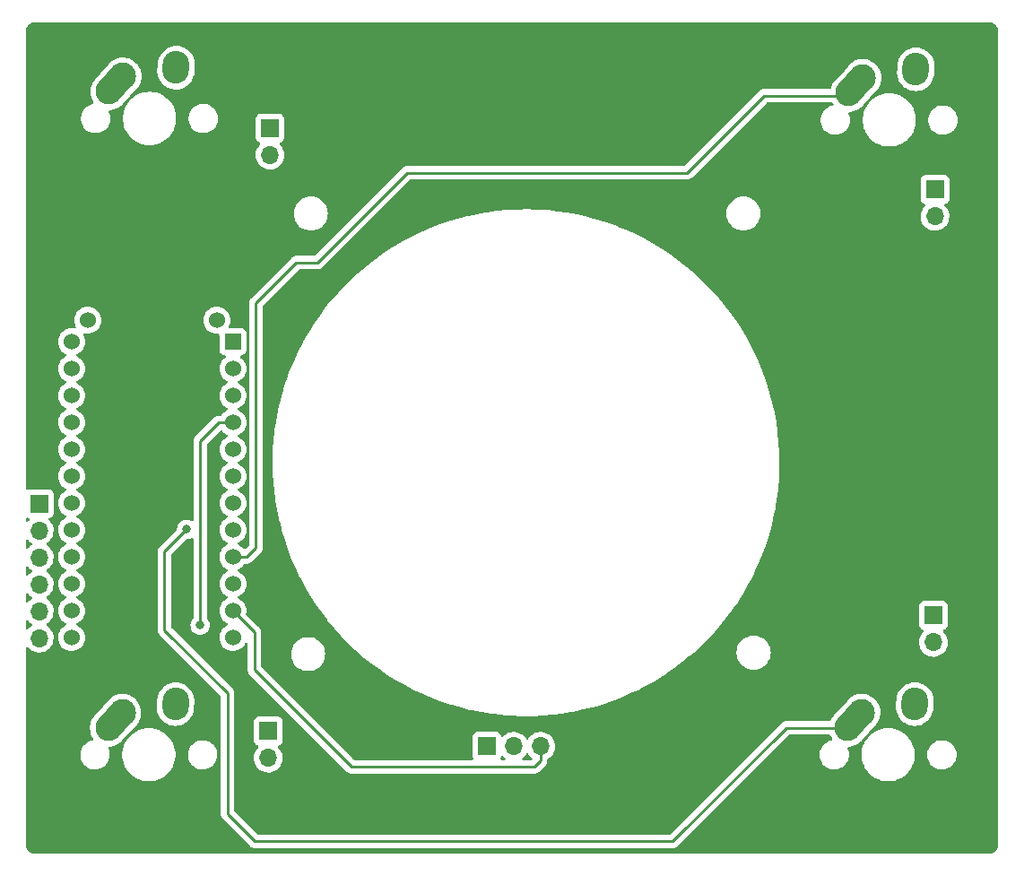
<source format=gbr>
%TF.GenerationSoftware,KiCad,Pcbnew,(6.0.1)*%
%TF.CreationDate,2022-07-08T00:12:44-07:00*%
%TF.ProjectId,OpenEx Rev2,4f70656e-4578-4205-9265-76322e6b6963,rev?*%
%TF.SameCoordinates,Original*%
%TF.FileFunction,Copper,L2,Bot*%
%TF.FilePolarity,Positive*%
%FSLAX46Y46*%
G04 Gerber Fmt 4.6, Leading zero omitted, Abs format (unit mm)*
G04 Created by KiCad (PCBNEW (6.0.1)) date 2022-07-08 00:12:44*
%MOMM*%
%LPD*%
G01*
G04 APERTURE LIST*
G04 Aperture macros list*
%AMHorizOval*
0 Thick line with rounded ends*
0 $1 width*
0 $2 $3 position (X,Y) of the first rounded end (center of the circle)*
0 $4 $5 position (X,Y) of the second rounded end (center of the circle)*
0 Add line between two ends*
20,1,$1,$2,$3,$4,$5,0*
0 Add two circle primitives to create the rounded ends*
1,1,$1,$2,$3*
1,1,$1,$4,$5*%
G04 Aperture macros list end*
%TA.AperFunction,ComponentPad*%
%ADD10R,1.700000X1.700000*%
%TD*%
%TA.AperFunction,ComponentPad*%
%ADD11O,1.700000X1.700000*%
%TD*%
%TA.AperFunction,ComponentPad*%
%ADD12HorizOval,2.500000X0.656270X0.728862X-0.656270X-0.728862X0*%
%TD*%
%TA.AperFunction,ComponentPad*%
%ADD13C,2.500000*%
%TD*%
%TA.AperFunction,ComponentPad*%
%ADD14HorizOval,2.500000X0.020277X0.289981X-0.020277X-0.289981X0*%
%TD*%
%TA.AperFunction,ComponentPad*%
%ADD15C,1.524000*%
%TD*%
%TA.AperFunction,ComponentPad*%
%ADD16R,1.524000X1.524000*%
%TD*%
%TA.AperFunction,ViaPad*%
%ADD17C,0.800000*%
%TD*%
%TA.AperFunction,Conductor*%
%ADD18C,0.250000*%
%TD*%
G04 APERTURE END LIST*
D10*
%TO.P,REF\u002A\u002A,1*%
%TO.N,N/C*%
X73761600Y-96418400D03*
D11*
%TO.P,REF\u002A\u002A,2*%
X73761600Y-98958400D03*
%TO.P,REF\u002A\u002A,3*%
X73761600Y-101498400D03*
%TO.P,REF\u002A\u002A,4*%
X73761600Y-104038400D03*
%TO.P,REF\u002A\u002A,5*%
X73761600Y-106578400D03*
%TO.P,REF\u002A\u002A,6*%
X73761600Y-109118400D03*
%TD*%
D12*
%TO.P,REF\u002A\u002A,1*%
%TO.N,N/C*%
X81021869Y-56776740D03*
D13*
X81675600Y-56045600D03*
D14*
%TO.P,REF\u002A\u002A,2*%
X86695600Y-55255600D03*
%TD*%
D10*
%TO.P,REF\u002A\u002A,1*%
%TO.N,N/C*%
X95554800Y-60960000D03*
D11*
%TO.P,REF\u002A\u002A,2*%
X95554800Y-63500000D03*
%TD*%
D10*
%TO.P,REF\u002A\u002A,1*%
%TO.N,N/C*%
X116027200Y-119329200D03*
D11*
%TO.P,REF\u002A\u002A,2*%
X118567200Y-119329200D03*
%TO.P,REF\u002A\u002A,3*%
X121107200Y-119329200D03*
%TD*%
D10*
%TO.P,REF\u002A\u002A,1*%
%TO.N,N/C*%
X158343600Y-66751200D03*
D11*
%TO.P,REF\u002A\u002A,2*%
X158343600Y-69291200D03*
%TD*%
D12*
%TO.P,REF\u002A\u002A,1*%
%TO.N,N/C*%
X80971069Y-116873140D03*
D13*
X81624800Y-116142000D03*
D14*
%TO.P,REF\u002A\u002A,2*%
X86644800Y-115352000D03*
%TD*%
D10*
%TO.P,REF\u002A\u002A,1*%
%TO.N,N/C*%
X95402400Y-117906800D03*
D11*
%TO.P,REF\u002A\u002A,2*%
X95402400Y-120446800D03*
%TD*%
D13*
%TO.P,REF\u002A\u002A,1*%
%TO.N,N/C*%
X151525600Y-56198000D03*
D12*
X150871869Y-56929140D03*
D14*
%TO.P,REF\u002A\u002A,2*%
X156545600Y-55408000D03*
%TD*%
D13*
%TO.P,REF\u002A\u002A,1*%
%TO.N,N/C*%
X151424000Y-116142000D03*
D12*
X150770269Y-116873140D03*
D14*
%TO.P,REF\u002A\u002A,2*%
X156444000Y-115352000D03*
%TD*%
D10*
%TO.P,REF\u002A\u002A,1*%
%TO.N,N/C*%
X158191200Y-106984800D03*
D11*
%TO.P,REF\u002A\u002A,2*%
X158191200Y-109524800D03*
%TD*%
D15*
%TO.P,U1,0*%
%TO.N,N/C*%
X90525600Y-79101150D03*
D16*
%TO.P,U1,1*%
X92049600Y-81133150D03*
D15*
%TO.P,U1,2*%
X92049600Y-83673150D03*
%TO.P,U1,3*%
X92049600Y-86213150D03*
%TO.P,U1,4*%
X92049600Y-88753150D03*
%TO.P,U1,5*%
X92049600Y-91293150D03*
%TO.P,U1,6*%
X92049600Y-93833150D03*
%TO.P,U1,7*%
X92049600Y-96373150D03*
%TO.P,U1,8*%
X92049600Y-98913150D03*
%TO.P,U1,9*%
X92049600Y-101453150D03*
%TO.P,U1,10*%
X92049600Y-103993150D03*
%TO.P,U1,11*%
X92049600Y-106533150D03*
%TO.P,U1,12*%
X92049600Y-109073150D03*
%TO.P,U1,13*%
X76809600Y-109073150D03*
%TO.P,U1,14*%
X76809600Y-106533150D03*
%TO.P,U1,15*%
X76809600Y-103993150D03*
%TO.P,U1,16*%
X76809600Y-101453150D03*
%TO.P,U1,17*%
X76809600Y-98913150D03*
%TO.P,U1,18*%
X76809600Y-96373150D03*
%TO.P,U1,19*%
X76809600Y-93833150D03*
%TO.P,U1,20*%
X76809600Y-91293150D03*
%TO.P,U1,21*%
X76809600Y-88753150D03*
%TO.P,U1,22*%
X76809600Y-86213150D03*
%TO.P,U1,23*%
X76809600Y-83673150D03*
%TO.P,U1,24*%
X76809600Y-81133150D03*
%TO.P,U1,25*%
X78333600Y-79101150D03*
%TD*%
D17*
%TO.N,*%
X88950800Y-107899200D03*
X87680800Y-98856800D03*
%TD*%
D18*
%TO.N,*%
X94081600Y-112115600D02*
X103225600Y-121259600D01*
X94076050Y-108559600D02*
X94081600Y-108559600D01*
X98044000Y-73660000D02*
X100025200Y-73660000D01*
X142189200Y-57912000D02*
X149961600Y-57912000D01*
X121107200Y-120700800D02*
X121107200Y-119329200D01*
X88950800Y-107899200D02*
X88950800Y-90525600D01*
X88950800Y-90525600D02*
X90723250Y-88753150D01*
X94234000Y-77470000D02*
X98044000Y-73660000D01*
X91541600Y-125730000D02*
X94132400Y-128320800D01*
X93364850Y-101453150D02*
X94234000Y-100584000D01*
X149961600Y-57912000D02*
X150215600Y-57658000D01*
X87680800Y-98856800D02*
X85598000Y-100939600D01*
X94234000Y-100584000D02*
X94234000Y-77470000D01*
X90723250Y-88753150D02*
X92049600Y-88753150D01*
X108508800Y-65176400D02*
X134924800Y-65176400D01*
X133573648Y-128320800D02*
X144292448Y-117602000D01*
X94081600Y-108559600D02*
X94081600Y-112115600D01*
X85598000Y-108356400D02*
X91541600Y-114300000D01*
X92049600Y-101453150D02*
X93364850Y-101453150D01*
X144292448Y-117602000D02*
X150114000Y-117602000D01*
X92049600Y-106533150D02*
X94076050Y-108559600D01*
X94132400Y-128320800D02*
X133573648Y-128320800D01*
X91541600Y-114300000D02*
X91541600Y-125730000D01*
X85598000Y-100939600D02*
X85598000Y-108356400D01*
X134924800Y-65176400D02*
X142189200Y-57912000D01*
X100025200Y-73660000D02*
X108508800Y-65176400D01*
X103225600Y-121259600D02*
X120548400Y-121259600D01*
X120548400Y-121259600D02*
X121107200Y-120700800D01*
%TD*%
%TA.AperFunction,NonConductor*%
G36*
X72664435Y-97720239D02*
G01*
X72664894Y-97719015D01*
X72782051Y-97762935D01*
X72838816Y-97805576D01*
X72863516Y-97872138D01*
X72848309Y-97941487D01*
X72828916Y-97967968D01*
X72731830Y-98069563D01*
X72708694Y-98093773D01*
X72647170Y-98129203D01*
X72576257Y-98125746D01*
X72518471Y-98084500D01*
X72492157Y-98018560D01*
X72491600Y-98006722D01*
X72491600Y-97835319D01*
X72511602Y-97767198D01*
X72565258Y-97720705D01*
X72635532Y-97710601D01*
X72664435Y-97720239D01*
G37*
%TD.AperFunction*%
%TA.AperFunction,NonConductor*%
G36*
X72700112Y-99809926D02*
G01*
X72712834Y-99822649D01*
X72751893Y-99867740D01*
X72804466Y-99928432D01*
X72804469Y-99928435D01*
X72807850Y-99932338D01*
X72979726Y-100075032D01*
X73001302Y-100087640D01*
X73053045Y-100117876D01*
X73101769Y-100169514D01*
X73114840Y-100239297D01*
X73088109Y-100305069D01*
X73047655Y-100338427D01*
X73035207Y-100344907D01*
X73031074Y-100348010D01*
X73031071Y-100348012D01*
X72890738Y-100453377D01*
X72856565Y-100479035D01*
X72733038Y-100608299D01*
X72708694Y-100633773D01*
X72647170Y-100669203D01*
X72576257Y-100665746D01*
X72518471Y-100624500D01*
X72492157Y-100558560D01*
X72491600Y-100546722D01*
X72491600Y-99905150D01*
X72511602Y-99837029D01*
X72565258Y-99790536D01*
X72635532Y-99780432D01*
X72700112Y-99809926D01*
G37*
%TD.AperFunction*%
%TA.AperFunction,NonConductor*%
G36*
X72700112Y-102349926D02*
G01*
X72712834Y-102362649D01*
X72757502Y-102414215D01*
X72804466Y-102468432D01*
X72804469Y-102468435D01*
X72807850Y-102472338D01*
X72979726Y-102615032D01*
X73042288Y-102651590D01*
X73053045Y-102657876D01*
X73101769Y-102709514D01*
X73114840Y-102779297D01*
X73088109Y-102845069D01*
X73047655Y-102878427D01*
X73035207Y-102884907D01*
X73031074Y-102888010D01*
X73031071Y-102888012D01*
X73006847Y-102906200D01*
X72856565Y-103019035D01*
X72852993Y-103022773D01*
X72708694Y-103173773D01*
X72647170Y-103209203D01*
X72576257Y-103205746D01*
X72518471Y-103164500D01*
X72492157Y-103098560D01*
X72491600Y-103086722D01*
X72491600Y-102445150D01*
X72511602Y-102377029D01*
X72565258Y-102330536D01*
X72635532Y-102320432D01*
X72700112Y-102349926D01*
G37*
%TD.AperFunction*%
%TA.AperFunction,NonConductor*%
G36*
X72700112Y-104889926D02*
G01*
X72712834Y-104902649D01*
X72757502Y-104954215D01*
X72804466Y-105008432D01*
X72804469Y-105008435D01*
X72807850Y-105012338D01*
X72979726Y-105155032D01*
X73042288Y-105191590D01*
X73053045Y-105197876D01*
X73101769Y-105249514D01*
X73114840Y-105319297D01*
X73088109Y-105385069D01*
X73047655Y-105418427D01*
X73035207Y-105424907D01*
X73031074Y-105428010D01*
X73031071Y-105428012D01*
X73006847Y-105446200D01*
X72856565Y-105559035D01*
X72791933Y-105626669D01*
X72708694Y-105713773D01*
X72647170Y-105749203D01*
X72576257Y-105745746D01*
X72518471Y-105704500D01*
X72492157Y-105638560D01*
X72491600Y-105626722D01*
X72491600Y-104985150D01*
X72511602Y-104917029D01*
X72565258Y-104870536D01*
X72635532Y-104860432D01*
X72700112Y-104889926D01*
G37*
%TD.AperFunction*%
%TA.AperFunction,NonConductor*%
G36*
X72700112Y-107429926D02*
G01*
X72712834Y-107442649D01*
X72757502Y-107494215D01*
X72804466Y-107548432D01*
X72804469Y-107548435D01*
X72807850Y-107552338D01*
X72979726Y-107695032D01*
X73004095Y-107709272D01*
X73053045Y-107737876D01*
X73101769Y-107789514D01*
X73114840Y-107859297D01*
X73088109Y-107925069D01*
X73047655Y-107958427D01*
X73035207Y-107964907D01*
X73031074Y-107968010D01*
X73031071Y-107968012D01*
X72861398Y-108095406D01*
X72856565Y-108099035D01*
X72710405Y-108251983D01*
X72708694Y-108253773D01*
X72647170Y-108289203D01*
X72576257Y-108285746D01*
X72518471Y-108244500D01*
X72492157Y-108178560D01*
X72491600Y-108166722D01*
X72491600Y-107525150D01*
X72511602Y-107457029D01*
X72565258Y-107410536D01*
X72635532Y-107400432D01*
X72700112Y-107429926D01*
G37*
%TD.AperFunction*%
%TA.AperFunction,NonConductor*%
G36*
X117550350Y-120242326D02*
G01*
X117585017Y-120270314D01*
X117613450Y-120303138D01*
X117617425Y-120306438D01*
X117617428Y-120306441D01*
X117733922Y-120403156D01*
X117773557Y-120462059D01*
X117775055Y-120533039D01*
X117737940Y-120593562D01*
X117673996Y-120624411D01*
X117653437Y-120626100D01*
X117429391Y-120626100D01*
X117361270Y-120606098D01*
X117314777Y-120552442D01*
X117304673Y-120482168D01*
X117318872Y-120439590D01*
X117322433Y-120433086D01*
X117327815Y-120425905D01*
X117330965Y-120417503D01*
X117371798Y-120308582D01*
X117414440Y-120251818D01*
X117481002Y-120227118D01*
X117550350Y-120242326D01*
G37*
%TD.AperFunction*%
%TA.AperFunction,NonConductor*%
G36*
X119919226Y-120004344D02*
G01*
X119947075Y-120036194D01*
X120007187Y-120134288D01*
X120153450Y-120303138D01*
X120157425Y-120306438D01*
X120157428Y-120306441D01*
X120273922Y-120403156D01*
X120313557Y-120462059D01*
X120315055Y-120533039D01*
X120277940Y-120593562D01*
X120213996Y-120624411D01*
X120193437Y-120626100D01*
X119482168Y-120626100D01*
X119414047Y-120606098D01*
X119367554Y-120552442D01*
X119357450Y-120482168D01*
X119386944Y-120417588D01*
X119408999Y-120397522D01*
X119442854Y-120373373D01*
X119447060Y-120370373D01*
X119605296Y-120212689D01*
X119609092Y-120207407D01*
X119735653Y-120031277D01*
X119736976Y-120032228D01*
X119783845Y-119989057D01*
X119853780Y-119976825D01*
X119919226Y-120004344D01*
G37*
%TD.AperFunction*%
%TA.AperFunction,NonConductor*%
G36*
X163371244Y-50953586D02*
G01*
X163391542Y-50956390D01*
X163391546Y-50956390D01*
X163400435Y-50957618D01*
X163412758Y-50955791D01*
X163440298Y-50954754D01*
X163529162Y-50961163D01*
X163558089Y-50963250D01*
X163580239Y-50966852D01*
X163617304Y-50976330D01*
X163716450Y-51001682D01*
X163737603Y-51009153D01*
X163865481Y-51067600D01*
X163884978Y-51078708D01*
X164000464Y-51158916D01*
X164017683Y-51173310D01*
X164117090Y-51272717D01*
X164131484Y-51289936D01*
X164211691Y-51405420D01*
X164222800Y-51424919D01*
X164281245Y-51552792D01*
X164288719Y-51573954D01*
X164323548Y-51710161D01*
X164327150Y-51732312D01*
X164335149Y-51843224D01*
X164334334Y-51859594D01*
X164334794Y-51859608D01*
X164334530Y-51868581D01*
X164332997Y-51877427D01*
X164334008Y-51886348D01*
X164334008Y-51886352D01*
X164337198Y-51914495D01*
X164338000Y-51928684D01*
X164338000Y-128505200D01*
X164336814Y-128522444D01*
X164334010Y-128542742D01*
X164334010Y-128542746D01*
X164332782Y-128551635D01*
X164334609Y-128563958D01*
X164335646Y-128591501D01*
X164327150Y-128709289D01*
X164323548Y-128731439D01*
X164319409Y-128747627D01*
X164291186Y-128857999D01*
X164288719Y-128867646D01*
X164281247Y-128888803D01*
X164222800Y-129016680D01*
X164222800Y-129016681D01*
X164211691Y-129036180D01*
X164131484Y-129151664D01*
X164117090Y-129168883D01*
X164017683Y-129268290D01*
X164000464Y-129282684D01*
X163976824Y-129299103D01*
X163884980Y-129362891D01*
X163865482Y-129373999D01*
X163737603Y-129432447D01*
X163716450Y-129439918D01*
X163617304Y-129465270D01*
X163580239Y-129474748D01*
X163558088Y-129478350D01*
X163447176Y-129486349D01*
X163430806Y-129485534D01*
X163430792Y-129485994D01*
X163421819Y-129485730D01*
X163412973Y-129484197D01*
X163404052Y-129485208D01*
X163404048Y-129485208D01*
X163375905Y-129488398D01*
X163361716Y-129489200D01*
X73475598Y-129489200D01*
X73458354Y-129488014D01*
X73438056Y-129485210D01*
X73438052Y-129485210D01*
X73429163Y-129483982D01*
X73416840Y-129485809D01*
X73389301Y-129486846D01*
X73300437Y-129480437D01*
X73271510Y-129478350D01*
X73249360Y-129474748D01*
X73113151Y-129439918D01*
X73091990Y-129432444D01*
X73055713Y-129415864D01*
X72964116Y-129374000D01*
X72944620Y-129362892D01*
X72829135Y-129282684D01*
X72811916Y-129268291D01*
X72712509Y-129168884D01*
X72698116Y-129151665D01*
X72617908Y-129036180D01*
X72606798Y-129016680D01*
X72580445Y-128959019D01*
X72548355Y-128888808D01*
X72540882Y-128867649D01*
X72506052Y-128731440D01*
X72502450Y-128709289D01*
X72494451Y-128598378D01*
X72495266Y-128582008D01*
X72494806Y-128581994D01*
X72495070Y-128573021D01*
X72496603Y-128564175D01*
X72495592Y-128555254D01*
X72495592Y-128555250D01*
X72492402Y-128527107D01*
X72491600Y-128512918D01*
X72491600Y-120076593D01*
X77657839Y-120076593D01*
X77666648Y-120311216D01*
X77679690Y-120373371D01*
X77712909Y-120531691D01*
X77714862Y-120541001D01*
X77801102Y-120759377D01*
X77803871Y-120763940D01*
X77912412Y-120942809D01*
X77922904Y-120960100D01*
X78076785Y-121137432D01*
X78080917Y-121140820D01*
X78254216Y-121282917D01*
X78254222Y-121282921D01*
X78258344Y-121286301D01*
X78262980Y-121288940D01*
X78262983Y-121288942D01*
X78342028Y-121333937D01*
X78462390Y-121402451D01*
X78683089Y-121482561D01*
X78688338Y-121483510D01*
X78688341Y-121483511D01*
X78735182Y-121491981D01*
X78914130Y-121524340D01*
X78918269Y-121524535D01*
X78918276Y-121524536D01*
X78937240Y-121525430D01*
X78937249Y-121525430D01*
X78938729Y-121525500D01*
X79103750Y-121525500D01*
X79185099Y-121518597D01*
X79273437Y-121511102D01*
X79273441Y-121511101D01*
X79278748Y-121510651D01*
X79283903Y-121509313D01*
X79283909Y-121509312D01*
X79500835Y-121453009D01*
X79500834Y-121453009D01*
X79506006Y-121451667D01*
X79510872Y-121449475D01*
X79510875Y-121449474D01*
X79715217Y-121357424D01*
X79715220Y-121357423D01*
X79720078Y-121355234D01*
X79914841Y-121224112D01*
X79931202Y-121208505D01*
X80036186Y-121108355D01*
X80084727Y-121062049D01*
X80224878Y-120873679D01*
X80234661Y-120854439D01*
X80328869Y-120669144D01*
X80328869Y-120669143D01*
X80331287Y-120664388D01*
X80400911Y-120440160D01*
X80418635Y-120306441D01*
X80419512Y-120299821D01*
X81616300Y-120299821D01*
X81655860Y-120612975D01*
X81734357Y-120918702D01*
X81735810Y-120922371D01*
X81735810Y-120922372D01*
X81847496Y-121204457D01*
X81850553Y-121212179D01*
X81852459Y-121215647D01*
X81852460Y-121215648D01*
X82000170Y-121484329D01*
X82002616Y-121488779D01*
X82097934Y-121619973D01*
X82183801Y-121738159D01*
X82188146Y-121744140D01*
X82404218Y-121974233D01*
X82647425Y-122175432D01*
X82913931Y-122344562D01*
X82917510Y-122346246D01*
X82917517Y-122346250D01*
X83195944Y-122477267D01*
X83195948Y-122477269D01*
X83199534Y-122478956D01*
X83499728Y-122576495D01*
X83809780Y-122635641D01*
X84045962Y-122650500D01*
X84203638Y-122650500D01*
X84439820Y-122635641D01*
X84749872Y-122576495D01*
X85050066Y-122478956D01*
X85053652Y-122477269D01*
X85053656Y-122477267D01*
X85332083Y-122346250D01*
X85332090Y-122346246D01*
X85335669Y-122344562D01*
X85602175Y-122175432D01*
X85845382Y-121974233D01*
X86061454Y-121744140D01*
X86065800Y-121738159D01*
X86151666Y-121619973D01*
X86246984Y-121488779D01*
X86249431Y-121484329D01*
X86397140Y-121215648D01*
X86397141Y-121215647D01*
X86399047Y-121212179D01*
X86402105Y-121204457D01*
X86513790Y-120922372D01*
X86513790Y-120922371D01*
X86515243Y-120918702D01*
X86593740Y-120612975D01*
X86633300Y-120299821D01*
X86633300Y-120076593D01*
X87817839Y-120076593D01*
X87826648Y-120311216D01*
X87839690Y-120373371D01*
X87872909Y-120531691D01*
X87874862Y-120541001D01*
X87961102Y-120759377D01*
X87963871Y-120763940D01*
X88072412Y-120942809D01*
X88082904Y-120960100D01*
X88236785Y-121137432D01*
X88240917Y-121140820D01*
X88414216Y-121282917D01*
X88414222Y-121282921D01*
X88418344Y-121286301D01*
X88422980Y-121288940D01*
X88422983Y-121288942D01*
X88502028Y-121333937D01*
X88622390Y-121402451D01*
X88843089Y-121482561D01*
X88848338Y-121483510D01*
X88848341Y-121483511D01*
X88895182Y-121491981D01*
X89074130Y-121524340D01*
X89078269Y-121524535D01*
X89078276Y-121524536D01*
X89097240Y-121525430D01*
X89097249Y-121525430D01*
X89098729Y-121525500D01*
X89263750Y-121525500D01*
X89345099Y-121518597D01*
X89433437Y-121511102D01*
X89433441Y-121511101D01*
X89438748Y-121510651D01*
X89443903Y-121509313D01*
X89443909Y-121509312D01*
X89660835Y-121453009D01*
X89660834Y-121453009D01*
X89666006Y-121451667D01*
X89670872Y-121449475D01*
X89670875Y-121449474D01*
X89875217Y-121357424D01*
X89875220Y-121357423D01*
X89880078Y-121355234D01*
X90074841Y-121224112D01*
X90091202Y-121208505D01*
X90196186Y-121108355D01*
X90244727Y-121062049D01*
X90384878Y-120873679D01*
X90394661Y-120854439D01*
X90488869Y-120669144D01*
X90488869Y-120669143D01*
X90491287Y-120664388D01*
X90560911Y-120440160D01*
X90578635Y-120306441D01*
X90591061Y-120212689D01*
X90591061Y-120212688D01*
X90591761Y-120207407D01*
X90582952Y-119972784D01*
X90565158Y-119887978D01*
X90535835Y-119748226D01*
X90535834Y-119748223D01*
X90534738Y-119742999D01*
X90448498Y-119524623D01*
X90376539Y-119406039D01*
X90329464Y-119328461D01*
X90329462Y-119328458D01*
X90326696Y-119323900D01*
X90172815Y-119146568D01*
X90117902Y-119101542D01*
X89995384Y-119001083D01*
X89995378Y-119001079D01*
X89991256Y-118997699D01*
X89986620Y-118995060D01*
X89986617Y-118995058D01*
X89791853Y-118884192D01*
X89787210Y-118881549D01*
X89566511Y-118801439D01*
X89561262Y-118800490D01*
X89561259Y-118800489D01*
X89480185Y-118785829D01*
X89335470Y-118759660D01*
X89331331Y-118759465D01*
X89331324Y-118759464D01*
X89312360Y-118758570D01*
X89312351Y-118758570D01*
X89310871Y-118758500D01*
X89145850Y-118758500D01*
X89064501Y-118765403D01*
X88976163Y-118772898D01*
X88976159Y-118772899D01*
X88970852Y-118773349D01*
X88965697Y-118774687D01*
X88965691Y-118774688D01*
X88787977Y-118820814D01*
X88743594Y-118832333D01*
X88738728Y-118834525D01*
X88738725Y-118834526D01*
X88534383Y-118926576D01*
X88534380Y-118926577D01*
X88529522Y-118928766D01*
X88334759Y-119059888D01*
X88330902Y-119063567D01*
X88330900Y-119063569D01*
X88291094Y-119101542D01*
X88164873Y-119221951D01*
X88161691Y-119226228D01*
X88161690Y-119226229D01*
X88132620Y-119265300D01*
X88024722Y-119410321D01*
X88022306Y-119415072D01*
X88022304Y-119415076D01*
X87962199Y-119533294D01*
X87918313Y-119619612D01*
X87848689Y-119843840D01*
X87847988Y-119849129D01*
X87823194Y-120036194D01*
X87817839Y-120076593D01*
X86633300Y-120076593D01*
X86633300Y-119984179D01*
X86593740Y-119671025D01*
X86515243Y-119365298D01*
X86496890Y-119318943D01*
X86400502Y-119075495D01*
X86400500Y-119075490D01*
X86399047Y-119071821D01*
X86397140Y-119068352D01*
X86248893Y-118798693D01*
X86248891Y-118798690D01*
X86246984Y-118795221D01*
X86061454Y-118539860D01*
X85845382Y-118309767D01*
X85602175Y-118108568D01*
X85335669Y-117939438D01*
X85332090Y-117937754D01*
X85332083Y-117937750D01*
X85053656Y-117806733D01*
X85053652Y-117806731D01*
X85050066Y-117805044D01*
X84749872Y-117707505D01*
X84439820Y-117648359D01*
X84203638Y-117633500D01*
X84045962Y-117633500D01*
X83809780Y-117648359D01*
X83499728Y-117707505D01*
X83199534Y-117805044D01*
X83195948Y-117806731D01*
X83195944Y-117806733D01*
X82917517Y-117937750D01*
X82917510Y-117937754D01*
X82913931Y-117939438D01*
X82647425Y-118108568D01*
X82404218Y-118309767D01*
X82188146Y-118539860D01*
X82002616Y-118795221D01*
X82000709Y-118798690D01*
X82000707Y-118798693D01*
X81852460Y-119068352D01*
X81850553Y-119071821D01*
X81849100Y-119075490D01*
X81849098Y-119075495D01*
X81752710Y-119318943D01*
X81734357Y-119365298D01*
X81655860Y-119671025D01*
X81616300Y-119984179D01*
X81616300Y-120299821D01*
X80419512Y-120299821D01*
X80431061Y-120212689D01*
X80431061Y-120212688D01*
X80431761Y-120207407D01*
X80422952Y-119972784D01*
X80405158Y-119887978D01*
X80375835Y-119748226D01*
X80375834Y-119748223D01*
X80374738Y-119742999D01*
X80291922Y-119533293D01*
X80285504Y-119462588D01*
X80318332Y-119399637D01*
X80379982Y-119364427D01*
X80409663Y-119361014D01*
X80418168Y-119361051D01*
X80433136Y-119361117D01*
X80433141Y-119361117D01*
X80437810Y-119361137D01*
X80445307Y-119360050D01*
X80691843Y-119324305D01*
X80691846Y-119324304D01*
X80696476Y-119323633D01*
X80946757Y-119248307D01*
X81002640Y-119221951D01*
X81178924Y-119138809D01*
X81183154Y-119136814D01*
X81371912Y-119010691D01*
X81396584Y-118994206D01*
X81396588Y-118994203D01*
X81400476Y-118991605D01*
X81561978Y-118844907D01*
X81599477Y-118803260D01*
X82976990Y-117273376D01*
X82976995Y-117273370D01*
X82978559Y-117271633D01*
X83016809Y-117222232D01*
X83021666Y-117216341D01*
X83033139Y-117203259D01*
X83035666Y-117199331D01*
X83035671Y-117199324D01*
X83038211Y-117195375D01*
X83044552Y-117186403D01*
X83094980Y-117121274D01*
X83094981Y-117121272D01*
X83097840Y-117117580D01*
X83100122Y-117113504D01*
X83100128Y-117113496D01*
X83160516Y-117005666D01*
X83164478Y-116999072D01*
X83172003Y-116987372D01*
X83172008Y-116987362D01*
X83174533Y-116983437D01*
X83177443Y-116976978D01*
X83178727Y-116974127D01*
X83183676Y-116964309D01*
X83223266Y-116893615D01*
X83223268Y-116893611D01*
X83225550Y-116889536D01*
X83270318Y-116771374D01*
X83273263Y-116764265D01*
X83279962Y-116749393D01*
X83281883Y-116745129D01*
X83283151Y-116740634D01*
X83283154Y-116740625D01*
X83285113Y-116733678D01*
X83288554Y-116723243D01*
X83316496Y-116649492D01*
X83316499Y-116649482D01*
X83318152Y-116645119D01*
X83337929Y-116554035D01*
X83344306Y-116524664D01*
X83346167Y-116517200D01*
X83351563Y-116498067D01*
X83351565Y-116498058D01*
X83352830Y-116493572D01*
X83353418Y-116488949D01*
X83353421Y-116488935D01*
X83354648Y-116479289D01*
X83356509Y-116468460D01*
X83372616Y-116394275D01*
X83372617Y-116394271D01*
X83373609Y-116389700D01*
X83381397Y-116270881D01*
X83382134Y-116263223D01*
X83385415Y-116237427D01*
X83385814Y-116234291D01*
X83387094Y-116185440D01*
X83387321Y-116180501D01*
X83390397Y-116133556D01*
X83390703Y-116128889D01*
X83369059Y-115868416D01*
X83309153Y-115614003D01*
X83297785Y-115585509D01*
X84865678Y-115585509D01*
X84866528Y-115780341D01*
X84906290Y-116038669D01*
X84983797Y-116288284D01*
X84985827Y-116292494D01*
X84985830Y-116292500D01*
X85059489Y-116445209D01*
X85097348Y-116523699D01*
X85244449Y-116739745D01*
X85247622Y-116743178D01*
X85247624Y-116743180D01*
X85382916Y-116889536D01*
X85421868Y-116931674D01*
X85625707Y-117095273D01*
X85656955Y-117113496D01*
X85847444Y-117224586D01*
X85847448Y-117224588D01*
X85851488Y-117226944D01*
X85855827Y-117228675D01*
X85855833Y-117228678D01*
X85967871Y-117273376D01*
X86094251Y-117323796D01*
X86348664Y-117383702D01*
X86407082Y-117388556D01*
X86604477Y-117404958D01*
X86604480Y-117404958D01*
X86609137Y-117405345D01*
X86869948Y-117388250D01*
X86874521Y-117387257D01*
X86874522Y-117387257D01*
X87120794Y-117333786D01*
X87120795Y-117333786D01*
X87125367Y-117332793D01*
X87146288Y-117324867D01*
X87365415Y-117241847D01*
X87365416Y-117241846D01*
X87369783Y-117240192D01*
X87397650Y-117224586D01*
X87593750Y-117114764D01*
X87593752Y-117114763D01*
X87597828Y-117112480D01*
X87804491Y-116952464D01*
X87827679Y-116928242D01*
X87947658Y-116802909D01*
X87985232Y-116763659D01*
X88004864Y-116735881D01*
X88133379Y-116554035D01*
X88133380Y-116554034D01*
X88136080Y-116550213D01*
X88147498Y-116527561D01*
X88251619Y-116320986D01*
X88253722Y-116316814D01*
X88333728Y-116074190D01*
X88334111Y-116073028D01*
X88334111Y-116073027D01*
X88335574Y-116068591D01*
X88368176Y-115878855D01*
X88371987Y-115856677D01*
X88371988Y-115856669D01*
X88372522Y-115853561D01*
X88383310Y-115699290D01*
X88423760Y-115120811D01*
X88423760Y-115120805D01*
X88423922Y-115118491D01*
X88423071Y-114923659D01*
X88383310Y-114665331D01*
X88372642Y-114630972D01*
X88328537Y-114488932D01*
X88305803Y-114415717D01*
X88303772Y-114411507D01*
X88303770Y-114411501D01*
X88194282Y-114184510D01*
X88192252Y-114180301D01*
X88045151Y-113964255D01*
X88026573Y-113944157D01*
X87870914Y-113775768D01*
X87870912Y-113775767D01*
X87867732Y-113772326D01*
X87663893Y-113608728D01*
X87448253Y-113482970D01*
X87442147Y-113479409D01*
X87442145Y-113479408D01*
X87438112Y-113477056D01*
X87433778Y-113475327D01*
X87433774Y-113475325D01*
X87316731Y-113428631D01*
X87195349Y-113380205D01*
X87190813Y-113379137D01*
X87190807Y-113379135D01*
X86945480Y-113321368D01*
X86940936Y-113320298D01*
X86936282Y-113319911D01*
X86936280Y-113319911D01*
X86685123Y-113299042D01*
X86685120Y-113299042D01*
X86680463Y-113298655D01*
X86419652Y-113315750D01*
X86415079Y-113316743D01*
X86415078Y-113316743D01*
X86398705Y-113320298D01*
X86164233Y-113371207D01*
X86159861Y-113372863D01*
X86159859Y-113372864D01*
X85938700Y-113456655D01*
X85919817Y-113463809D01*
X85848027Y-113504013D01*
X85695844Y-113589239D01*
X85695838Y-113589243D01*
X85691772Y-113591520D01*
X85688083Y-113594376D01*
X85688082Y-113594377D01*
X85669548Y-113608728D01*
X85485109Y-113751536D01*
X85481879Y-113754910D01*
X85481878Y-113754911D01*
X85465207Y-113772326D01*
X85304368Y-113940341D01*
X85301672Y-113944156D01*
X85301671Y-113944157D01*
X85199402Y-114088865D01*
X85153520Y-114153787D01*
X85151413Y-114157968D01*
X85151412Y-114157969D01*
X85140156Y-114180301D01*
X85035878Y-114387186D01*
X85021510Y-114430758D01*
X84959869Y-114617691D01*
X84954026Y-114635409D01*
X84953235Y-114640013D01*
X84931214Y-114768173D01*
X84917078Y-114850439D01*
X84916858Y-114853584D01*
X84916857Y-114853593D01*
X84880357Y-115375579D01*
X84865678Y-115585509D01*
X83297785Y-115585509D01*
X83212301Y-115371240D01*
X83088591Y-115159112D01*
X83088048Y-115158172D01*
X83086749Y-115155899D01*
X83088454Y-115154924D01*
X83088390Y-115154720D01*
X83086629Y-115155747D01*
X83082989Y-115149505D01*
X83082987Y-115149502D01*
X83080629Y-115145459D01*
X82961991Y-114997640D01*
X82961528Y-114997058D01*
X82924938Y-114950643D01*
X82922904Y-114948730D01*
X82920315Y-114945712D01*
X82919953Y-114945261D01*
X82917031Y-114941620D01*
X82820269Y-114852175D01*
X82819540Y-114851495D01*
X82737977Y-114774768D01*
X82737973Y-114774764D01*
X82734563Y-114771557D01*
X82730718Y-114768889D01*
X82729833Y-114768173D01*
X82727601Y-114766514D01*
X82725100Y-114764202D01*
X82721229Y-114761566D01*
X82664034Y-114722622D01*
X82663130Y-114722001D01*
X82575018Y-114660876D01*
X82519809Y-114622576D01*
X82510019Y-114617748D01*
X82509951Y-114617712D01*
X82509054Y-114617101D01*
X82493673Y-114609682D01*
X82492744Y-114609229D01*
X82289581Y-114509040D01*
X82289578Y-114509039D01*
X82285393Y-114506975D01*
X82239249Y-114492204D01*
X82040923Y-114428720D01*
X82036465Y-114427293D01*
X81778493Y-114385279D01*
X81664742Y-114383790D01*
X81521822Y-114381919D01*
X81521819Y-114381919D01*
X81517145Y-114381858D01*
X81258162Y-114417104D01*
X81253676Y-114418412D01*
X81253674Y-114418412D01*
X81225788Y-114426540D01*
X81007233Y-114490243D01*
X81002980Y-114492203D01*
X81002979Y-114492204D01*
X80966459Y-114509040D01*
X80769872Y-114599668D01*
X80730868Y-114625240D01*
X80555204Y-114740410D01*
X80555199Y-114740414D01*
X80551291Y-114742976D01*
X80356294Y-114917018D01*
X80239485Y-115057465D01*
X80236253Y-115061198D01*
X79766251Y-115583189D01*
X78969150Y-116468460D01*
X78963579Y-116474647D01*
X78844299Y-116628700D01*
X78716588Y-116856744D01*
X78714931Y-116861118D01*
X78635063Y-117071925D01*
X78623986Y-117101161D01*
X78622993Y-117105733D01*
X78622993Y-117105734D01*
X78575415Y-117324867D01*
X78568529Y-117356580D01*
X78551435Y-117617391D01*
X78551822Y-117622048D01*
X78551822Y-117622051D01*
X78554008Y-117648359D01*
X78573079Y-117877864D01*
X78632985Y-118132277D01*
X78729838Y-118375040D01*
X78827828Y-118543064D01*
X78858461Y-118595591D01*
X78875500Y-118664512D01*
X78852573Y-118731705D01*
X78796958Y-118775836D01*
X78781272Y-118781026D01*
X78633074Y-118819491D01*
X78583594Y-118832333D01*
X78578728Y-118834525D01*
X78578725Y-118834526D01*
X78374383Y-118926576D01*
X78374380Y-118926577D01*
X78369522Y-118928766D01*
X78174759Y-119059888D01*
X78170902Y-119063567D01*
X78170900Y-119063569D01*
X78131094Y-119101542D01*
X78004873Y-119221951D01*
X78001691Y-119226228D01*
X78001690Y-119226229D01*
X77972620Y-119265300D01*
X77864722Y-119410321D01*
X77862306Y-119415072D01*
X77862304Y-119415076D01*
X77802199Y-119533294D01*
X77758313Y-119619612D01*
X77688689Y-119843840D01*
X77687988Y-119849129D01*
X77663194Y-120036194D01*
X77657839Y-120076593D01*
X72491600Y-120076593D01*
X72491600Y-110065150D01*
X72511602Y-109997029D01*
X72565258Y-109950536D01*
X72635532Y-109940432D01*
X72700112Y-109969926D01*
X72712834Y-109982649D01*
X72746624Y-110021657D01*
X72804466Y-110088432D01*
X72804469Y-110088435D01*
X72807850Y-110092338D01*
X72913396Y-110179964D01*
X72964316Y-110222238D01*
X72979726Y-110235032D01*
X73172600Y-110347738D01*
X73381292Y-110427430D01*
X73386360Y-110428461D01*
X73386363Y-110428462D01*
X73493617Y-110450283D01*
X73600197Y-110471967D01*
X73605372Y-110472157D01*
X73605374Y-110472157D01*
X73818273Y-110479964D01*
X73818277Y-110479964D01*
X73823437Y-110480153D01*
X73828557Y-110479497D01*
X73828559Y-110479497D01*
X74039888Y-110452425D01*
X74039889Y-110452425D01*
X74045016Y-110451768D01*
X74049966Y-110450283D01*
X74254029Y-110389061D01*
X74254034Y-110389059D01*
X74258984Y-110387574D01*
X74459594Y-110289296D01*
X74641460Y-110159573D01*
X74799696Y-110001889D01*
X74813519Y-109982653D01*
X74927035Y-109824677D01*
X74930053Y-109820477D01*
X74936349Y-109807739D01*
X75026736Y-109624853D01*
X75026737Y-109624851D01*
X75029030Y-109620211D01*
X75093970Y-109406469D01*
X75123129Y-109184990D01*
X75124756Y-109118400D01*
X75121036Y-109073150D01*
X75534247Y-109073150D01*
X75553622Y-109294613D01*
X75611160Y-109509346D01*
X75613482Y-109514327D01*
X75613483Y-109514328D01*
X75702786Y-109705839D01*
X75702789Y-109705844D01*
X75705112Y-109710826D01*
X75708268Y-109715333D01*
X75708269Y-109715335D01*
X75720650Y-109733016D01*
X75832623Y-109892931D01*
X75989819Y-110050127D01*
X75994327Y-110053284D01*
X75994330Y-110053286D01*
X76011274Y-110065150D01*
X76171923Y-110177638D01*
X76176905Y-110179961D01*
X76176910Y-110179964D01*
X76368422Y-110269267D01*
X76373404Y-110271590D01*
X76378712Y-110273012D01*
X76378714Y-110273013D01*
X76428272Y-110286292D01*
X76588137Y-110329128D01*
X76809600Y-110348503D01*
X77031063Y-110329128D01*
X77190928Y-110286292D01*
X77240486Y-110273013D01*
X77240488Y-110273012D01*
X77245796Y-110271590D01*
X77250778Y-110269267D01*
X77442290Y-110179964D01*
X77442295Y-110179961D01*
X77447277Y-110177638D01*
X77607926Y-110065150D01*
X77624870Y-110053286D01*
X77624873Y-110053284D01*
X77629381Y-110050127D01*
X77786577Y-109892931D01*
X77898551Y-109733016D01*
X77910931Y-109715335D01*
X77910932Y-109715333D01*
X77914088Y-109710826D01*
X77916411Y-109705844D01*
X77916414Y-109705839D01*
X78005717Y-109514328D01*
X78005718Y-109514327D01*
X78008040Y-109509346D01*
X78065578Y-109294613D01*
X78084953Y-109073150D01*
X78065578Y-108851687D01*
X78015073Y-108663201D01*
X78009463Y-108642264D01*
X78009462Y-108642262D01*
X78008040Y-108636954D01*
X77994438Y-108607784D01*
X77916414Y-108440461D01*
X77916411Y-108440456D01*
X77914088Y-108435474D01*
X77910931Y-108430965D01*
X77789736Y-108257880D01*
X77789734Y-108257877D01*
X77786577Y-108253369D01*
X77629381Y-108096173D01*
X77624873Y-108093016D01*
X77624870Y-108093014D01*
X77534564Y-108029781D01*
X77447277Y-107968662D01*
X77442295Y-107966339D01*
X77442290Y-107966336D01*
X77337227Y-107917345D01*
X77283942Y-107870428D01*
X77264481Y-107802151D01*
X77285023Y-107734191D01*
X77337227Y-107688955D01*
X77442290Y-107639964D01*
X77442295Y-107639961D01*
X77447277Y-107637638D01*
X77574676Y-107548432D01*
X77624870Y-107513286D01*
X77624873Y-107513284D01*
X77629381Y-107510127D01*
X77786577Y-107352931D01*
X77833490Y-107285933D01*
X77910931Y-107175335D01*
X77910932Y-107175333D01*
X77914088Y-107170826D01*
X77916411Y-107165844D01*
X77916414Y-107165839D01*
X78005717Y-106974328D01*
X78005718Y-106974327D01*
X78008040Y-106969346D01*
X78065578Y-106754613D01*
X78084953Y-106533150D01*
X78065578Y-106311687D01*
X78008040Y-106096954D01*
X77971589Y-106018784D01*
X77916414Y-105900461D01*
X77916411Y-105900456D01*
X77914088Y-105895474D01*
X77903890Y-105880909D01*
X77789736Y-105717880D01*
X77789734Y-105717877D01*
X77786577Y-105713369D01*
X77629381Y-105556173D01*
X77624873Y-105553016D01*
X77624870Y-105553014D01*
X77549105Y-105499963D01*
X77447277Y-105428662D01*
X77442295Y-105426339D01*
X77442290Y-105426336D01*
X77337227Y-105377345D01*
X77283942Y-105330428D01*
X77264481Y-105262151D01*
X77285023Y-105194191D01*
X77337227Y-105148955D01*
X77442290Y-105099964D01*
X77442295Y-105099961D01*
X77447277Y-105097638D01*
X77607926Y-104985150D01*
X77624870Y-104973286D01*
X77624873Y-104973284D01*
X77629381Y-104970127D01*
X77786577Y-104812931D01*
X77898551Y-104653016D01*
X77910931Y-104635335D01*
X77910932Y-104635333D01*
X77914088Y-104630826D01*
X77916411Y-104625844D01*
X77916414Y-104625839D01*
X78005717Y-104434328D01*
X78005718Y-104434327D01*
X78008040Y-104429346D01*
X78065578Y-104214613D01*
X78084953Y-103993150D01*
X78065578Y-103771687D01*
X78008040Y-103556954D01*
X78003699Y-103547644D01*
X77916414Y-103360461D01*
X77916411Y-103360456D01*
X77914088Y-103355474D01*
X77827655Y-103232034D01*
X77789736Y-103177880D01*
X77789734Y-103177877D01*
X77786577Y-103173369D01*
X77629381Y-103016173D01*
X77624873Y-103013016D01*
X77624870Y-103013014D01*
X77549105Y-102959963D01*
X77447277Y-102888662D01*
X77442295Y-102886339D01*
X77442290Y-102886336D01*
X77337227Y-102837345D01*
X77283942Y-102790428D01*
X77264481Y-102722151D01*
X77285023Y-102654191D01*
X77337227Y-102608955D01*
X77442290Y-102559964D01*
X77442295Y-102559961D01*
X77447277Y-102557638D01*
X77607926Y-102445150D01*
X77624870Y-102433286D01*
X77624873Y-102433284D01*
X77629381Y-102430127D01*
X77786577Y-102272931D01*
X77898551Y-102113016D01*
X77910931Y-102095335D01*
X77910932Y-102095333D01*
X77914088Y-102090826D01*
X77916411Y-102085844D01*
X77916414Y-102085839D01*
X78005717Y-101894328D01*
X78005718Y-101894327D01*
X78008040Y-101889346D01*
X78010551Y-101879977D01*
X78064154Y-101679926D01*
X78065578Y-101674613D01*
X78084953Y-101453150D01*
X78065578Y-101231687D01*
X78010553Y-101026333D01*
X78009463Y-101022264D01*
X78009462Y-101022262D01*
X78008040Y-101016954D01*
X77983859Y-100965098D01*
X77962616Y-100919543D01*
X84959780Y-100919543D01*
X84960526Y-100927435D01*
X84963941Y-100963561D01*
X84964500Y-100975419D01*
X84964500Y-108277633D01*
X84963973Y-108288816D01*
X84962298Y-108296309D01*
X84962547Y-108304235D01*
X84962547Y-108304236D01*
X84964438Y-108364386D01*
X84964500Y-108368345D01*
X84964500Y-108396256D01*
X84964997Y-108400190D01*
X84964997Y-108400191D01*
X84965005Y-108400256D01*
X84965938Y-108412093D01*
X84967327Y-108456289D01*
X84972978Y-108475739D01*
X84976987Y-108495100D01*
X84977601Y-108499956D01*
X84979526Y-108515197D01*
X84982445Y-108522568D01*
X84982445Y-108522570D01*
X84995804Y-108556312D01*
X84999649Y-108567542D01*
X85008990Y-108599694D01*
X85011982Y-108609993D01*
X85016015Y-108616812D01*
X85016017Y-108616817D01*
X85022293Y-108627428D01*
X85030988Y-108645176D01*
X85038448Y-108664017D01*
X85043110Y-108670433D01*
X85043110Y-108670434D01*
X85064436Y-108699787D01*
X85070952Y-108709707D01*
X85093458Y-108747762D01*
X85107779Y-108762083D01*
X85120619Y-108777116D01*
X85132528Y-108793507D01*
X85166605Y-108821698D01*
X85175384Y-108829688D01*
X90871195Y-114525500D01*
X90905221Y-114587812D01*
X90908100Y-114614595D01*
X90908100Y-125651233D01*
X90907573Y-125662416D01*
X90905898Y-125669909D01*
X90906147Y-125677835D01*
X90906147Y-125677836D01*
X90908038Y-125737986D01*
X90908100Y-125741945D01*
X90908100Y-125769856D01*
X90908597Y-125773790D01*
X90908597Y-125773791D01*
X90908605Y-125773856D01*
X90909538Y-125785693D01*
X90910927Y-125829889D01*
X90916578Y-125849339D01*
X90920587Y-125868700D01*
X90923126Y-125888797D01*
X90926045Y-125896168D01*
X90926045Y-125896170D01*
X90939404Y-125929912D01*
X90943249Y-125941142D01*
X90955582Y-125983593D01*
X90959615Y-125990412D01*
X90959617Y-125990417D01*
X90965893Y-126001028D01*
X90974588Y-126018776D01*
X90982048Y-126037617D01*
X90986710Y-126044033D01*
X90986710Y-126044034D01*
X91008036Y-126073387D01*
X91014552Y-126083307D01*
X91037058Y-126121362D01*
X91051379Y-126135683D01*
X91064219Y-126150716D01*
X91076128Y-126167107D01*
X91082234Y-126172158D01*
X91110205Y-126195298D01*
X91118984Y-126203288D01*
X93628743Y-128713047D01*
X93636287Y-128721337D01*
X93640400Y-128727818D01*
X93646177Y-128733243D01*
X93690067Y-128774458D01*
X93692909Y-128777213D01*
X93712630Y-128796934D01*
X93715825Y-128799412D01*
X93724847Y-128807118D01*
X93757079Y-128837386D01*
X93764028Y-128841206D01*
X93774832Y-128847146D01*
X93791356Y-128857999D01*
X93807359Y-128870413D01*
X93847943Y-128887976D01*
X93858573Y-128893183D01*
X93897340Y-128914495D01*
X93905017Y-128916466D01*
X93905022Y-128916468D01*
X93916958Y-128919532D01*
X93935666Y-128925937D01*
X93954255Y-128933981D01*
X93962080Y-128935220D01*
X93962082Y-128935221D01*
X93997919Y-128940897D01*
X94009540Y-128943304D01*
X94041359Y-128951473D01*
X94052370Y-128954300D01*
X94072631Y-128954300D01*
X94092340Y-128955851D01*
X94112343Y-128959019D01*
X94120235Y-128958273D01*
X94125462Y-128957779D01*
X94156354Y-128954859D01*
X94168211Y-128954300D01*
X133494881Y-128954300D01*
X133506064Y-128954827D01*
X133513557Y-128956502D01*
X133521483Y-128956253D01*
X133521484Y-128956253D01*
X133581634Y-128954362D01*
X133585593Y-128954300D01*
X133613504Y-128954300D01*
X133617439Y-128953803D01*
X133617504Y-128953795D01*
X133629341Y-128952862D01*
X133661599Y-128951848D01*
X133665618Y-128951722D01*
X133673537Y-128951473D01*
X133692991Y-128945821D01*
X133712348Y-128941813D01*
X133724578Y-128940268D01*
X133724579Y-128940268D01*
X133732445Y-128939274D01*
X133739816Y-128936355D01*
X133739818Y-128936355D01*
X133773560Y-128922996D01*
X133784790Y-128919151D01*
X133819631Y-128909029D01*
X133819632Y-128909029D01*
X133827241Y-128906818D01*
X133834060Y-128902785D01*
X133834065Y-128902783D01*
X133844676Y-128896507D01*
X133862424Y-128887812D01*
X133881265Y-128880352D01*
X133898750Y-128867649D01*
X133917035Y-128854364D01*
X133926955Y-128847848D01*
X133958183Y-128829380D01*
X133958186Y-128829378D01*
X133965010Y-128825342D01*
X133979331Y-128811021D01*
X133994365Y-128798180D01*
X133996080Y-128796934D01*
X134010755Y-128786272D01*
X134038946Y-128752195D01*
X134046936Y-128743416D01*
X144517947Y-118272405D01*
X144580259Y-118238379D01*
X144607042Y-118235500D01*
X148387979Y-118235500D01*
X148456100Y-118255502D01*
X148505008Y-118314809D01*
X148529038Y-118375040D01*
X148627028Y-118543064D01*
X148657661Y-118595591D01*
X148674700Y-118664512D01*
X148651773Y-118731705D01*
X148596158Y-118775836D01*
X148580472Y-118781026D01*
X148432274Y-118819491D01*
X148382794Y-118832333D01*
X148377928Y-118834525D01*
X148377925Y-118834526D01*
X148173583Y-118926576D01*
X148173580Y-118926577D01*
X148168722Y-118928766D01*
X147973959Y-119059888D01*
X147970102Y-119063567D01*
X147970100Y-119063569D01*
X147930294Y-119101542D01*
X147804073Y-119221951D01*
X147800891Y-119226228D01*
X147800890Y-119226229D01*
X147771820Y-119265300D01*
X147663922Y-119410321D01*
X147661506Y-119415072D01*
X147661504Y-119415076D01*
X147601399Y-119533294D01*
X147557513Y-119619612D01*
X147487889Y-119843840D01*
X147487188Y-119849129D01*
X147462394Y-120036194D01*
X147457039Y-120076593D01*
X147465848Y-120311216D01*
X147478890Y-120373371D01*
X147512109Y-120531691D01*
X147514062Y-120541001D01*
X147600302Y-120759377D01*
X147603071Y-120763940D01*
X147711612Y-120942809D01*
X147722104Y-120960100D01*
X147875985Y-121137432D01*
X147880117Y-121140820D01*
X148053416Y-121282917D01*
X148053422Y-121282921D01*
X148057544Y-121286301D01*
X148062180Y-121288940D01*
X148062183Y-121288942D01*
X148141228Y-121333937D01*
X148261590Y-121402451D01*
X148482289Y-121482561D01*
X148487538Y-121483510D01*
X148487541Y-121483511D01*
X148534382Y-121491981D01*
X148713330Y-121524340D01*
X148717469Y-121524535D01*
X148717476Y-121524536D01*
X148736440Y-121525430D01*
X148736449Y-121525430D01*
X148737929Y-121525500D01*
X148902950Y-121525500D01*
X148984299Y-121518597D01*
X149072637Y-121511102D01*
X149072641Y-121511101D01*
X149077948Y-121510651D01*
X149083103Y-121509313D01*
X149083109Y-121509312D01*
X149300035Y-121453009D01*
X149300034Y-121453009D01*
X149305206Y-121451667D01*
X149310072Y-121449475D01*
X149310075Y-121449474D01*
X149514417Y-121357424D01*
X149514420Y-121357423D01*
X149519278Y-121355234D01*
X149714041Y-121224112D01*
X149730402Y-121208505D01*
X149835386Y-121108355D01*
X149883927Y-121062049D01*
X150024078Y-120873679D01*
X150033861Y-120854439D01*
X150128069Y-120669144D01*
X150128069Y-120669143D01*
X150130487Y-120664388D01*
X150200111Y-120440160D01*
X150217835Y-120306441D01*
X150218712Y-120299821D01*
X151415500Y-120299821D01*
X151455060Y-120612975D01*
X151533557Y-120918702D01*
X151535010Y-120922371D01*
X151535010Y-120922372D01*
X151646696Y-121204457D01*
X151649753Y-121212179D01*
X151651659Y-121215647D01*
X151651660Y-121215648D01*
X151799370Y-121484329D01*
X151801816Y-121488779D01*
X151897134Y-121619973D01*
X151983001Y-121738159D01*
X151987346Y-121744140D01*
X152203418Y-121974233D01*
X152446625Y-122175432D01*
X152713131Y-122344562D01*
X152716710Y-122346246D01*
X152716717Y-122346250D01*
X152995144Y-122477267D01*
X152995148Y-122477269D01*
X152998734Y-122478956D01*
X153298928Y-122576495D01*
X153608980Y-122635641D01*
X153845162Y-122650500D01*
X154002838Y-122650500D01*
X154239020Y-122635641D01*
X154549072Y-122576495D01*
X154849266Y-122478956D01*
X154852852Y-122477269D01*
X154852856Y-122477267D01*
X155131283Y-122346250D01*
X155131290Y-122346246D01*
X155134869Y-122344562D01*
X155401375Y-122175432D01*
X155644582Y-121974233D01*
X155860654Y-121744140D01*
X155865000Y-121738159D01*
X155950866Y-121619973D01*
X156046184Y-121488779D01*
X156048631Y-121484329D01*
X156196340Y-121215648D01*
X156196341Y-121215647D01*
X156198247Y-121212179D01*
X156201305Y-121204457D01*
X156312990Y-120922372D01*
X156312990Y-120922371D01*
X156314443Y-120918702D01*
X156392940Y-120612975D01*
X156432500Y-120299821D01*
X156432500Y-120076593D01*
X157617039Y-120076593D01*
X157625848Y-120311216D01*
X157638890Y-120373371D01*
X157672109Y-120531691D01*
X157674062Y-120541001D01*
X157760302Y-120759377D01*
X157763071Y-120763940D01*
X157871612Y-120942809D01*
X157882104Y-120960100D01*
X158035985Y-121137432D01*
X158040117Y-121140820D01*
X158213416Y-121282917D01*
X158213422Y-121282921D01*
X158217544Y-121286301D01*
X158222180Y-121288940D01*
X158222183Y-121288942D01*
X158301228Y-121333937D01*
X158421590Y-121402451D01*
X158642289Y-121482561D01*
X158647538Y-121483510D01*
X158647541Y-121483511D01*
X158694382Y-121491981D01*
X158873330Y-121524340D01*
X158877469Y-121524535D01*
X158877476Y-121524536D01*
X158896440Y-121525430D01*
X158896449Y-121525430D01*
X158897929Y-121525500D01*
X159062950Y-121525500D01*
X159144299Y-121518597D01*
X159232637Y-121511102D01*
X159232641Y-121511101D01*
X159237948Y-121510651D01*
X159243103Y-121509313D01*
X159243109Y-121509312D01*
X159460035Y-121453009D01*
X159460034Y-121453009D01*
X159465206Y-121451667D01*
X159470072Y-121449475D01*
X159470075Y-121449474D01*
X159674417Y-121357424D01*
X159674420Y-121357423D01*
X159679278Y-121355234D01*
X159874041Y-121224112D01*
X159890402Y-121208505D01*
X159995386Y-121108355D01*
X160043927Y-121062049D01*
X160184078Y-120873679D01*
X160193861Y-120854439D01*
X160288069Y-120669144D01*
X160288069Y-120669143D01*
X160290487Y-120664388D01*
X160360111Y-120440160D01*
X160377835Y-120306441D01*
X160390261Y-120212689D01*
X160390261Y-120212688D01*
X160390961Y-120207407D01*
X160382152Y-119972784D01*
X160364358Y-119887978D01*
X160335035Y-119748226D01*
X160335034Y-119748223D01*
X160333938Y-119742999D01*
X160247698Y-119524623D01*
X160175739Y-119406039D01*
X160128664Y-119328461D01*
X160128662Y-119328458D01*
X160125896Y-119323900D01*
X159972015Y-119146568D01*
X159917102Y-119101542D01*
X159794584Y-119001083D01*
X159794578Y-119001079D01*
X159790456Y-118997699D01*
X159785820Y-118995060D01*
X159785817Y-118995058D01*
X159591053Y-118884192D01*
X159586410Y-118881549D01*
X159365711Y-118801439D01*
X159360462Y-118800490D01*
X159360459Y-118800489D01*
X159279385Y-118785829D01*
X159134670Y-118759660D01*
X159130531Y-118759465D01*
X159130524Y-118759464D01*
X159111560Y-118758570D01*
X159111551Y-118758570D01*
X159110071Y-118758500D01*
X158945050Y-118758500D01*
X158863701Y-118765403D01*
X158775363Y-118772898D01*
X158775359Y-118772899D01*
X158770052Y-118773349D01*
X158764897Y-118774687D01*
X158764891Y-118774688D01*
X158587177Y-118820814D01*
X158542794Y-118832333D01*
X158537928Y-118834525D01*
X158537925Y-118834526D01*
X158333583Y-118926576D01*
X158333580Y-118926577D01*
X158328722Y-118928766D01*
X158133959Y-119059888D01*
X158130102Y-119063567D01*
X158130100Y-119063569D01*
X158090294Y-119101542D01*
X157964073Y-119221951D01*
X157960891Y-119226228D01*
X157960890Y-119226229D01*
X157931820Y-119265300D01*
X157823922Y-119410321D01*
X157821506Y-119415072D01*
X157821504Y-119415076D01*
X157761399Y-119533294D01*
X157717513Y-119619612D01*
X157647889Y-119843840D01*
X157647188Y-119849129D01*
X157622394Y-120036194D01*
X157617039Y-120076593D01*
X156432500Y-120076593D01*
X156432500Y-119984179D01*
X156392940Y-119671025D01*
X156314443Y-119365298D01*
X156296090Y-119318943D01*
X156199702Y-119075495D01*
X156199700Y-119075490D01*
X156198247Y-119071821D01*
X156196340Y-119068352D01*
X156048093Y-118798693D01*
X156048091Y-118798690D01*
X156046184Y-118795221D01*
X155860654Y-118539860D01*
X155644582Y-118309767D01*
X155401375Y-118108568D01*
X155134869Y-117939438D01*
X155131290Y-117937754D01*
X155131283Y-117937750D01*
X154852856Y-117806733D01*
X154852852Y-117806731D01*
X154849266Y-117805044D01*
X154549072Y-117707505D01*
X154239020Y-117648359D01*
X154002838Y-117633500D01*
X153845162Y-117633500D01*
X153608980Y-117648359D01*
X153298928Y-117707505D01*
X152998734Y-117805044D01*
X152995148Y-117806731D01*
X152995144Y-117806733D01*
X152716717Y-117937750D01*
X152716710Y-117937754D01*
X152713131Y-117939438D01*
X152446625Y-118108568D01*
X152203418Y-118309767D01*
X151987346Y-118539860D01*
X151801816Y-118795221D01*
X151799909Y-118798690D01*
X151799907Y-118798693D01*
X151651660Y-119068352D01*
X151649753Y-119071821D01*
X151648300Y-119075490D01*
X151648298Y-119075495D01*
X151551910Y-119318943D01*
X151533557Y-119365298D01*
X151455060Y-119671025D01*
X151415500Y-119984179D01*
X151415500Y-120299821D01*
X150218712Y-120299821D01*
X150230261Y-120212689D01*
X150230261Y-120212688D01*
X150230961Y-120207407D01*
X150222152Y-119972784D01*
X150204358Y-119887978D01*
X150175035Y-119748226D01*
X150175034Y-119748223D01*
X150173938Y-119742999D01*
X150091122Y-119533293D01*
X150084704Y-119462588D01*
X150117532Y-119399637D01*
X150179182Y-119364427D01*
X150208863Y-119361014D01*
X150217368Y-119361051D01*
X150232336Y-119361117D01*
X150232341Y-119361117D01*
X150237010Y-119361137D01*
X150244507Y-119360050D01*
X150491043Y-119324305D01*
X150491046Y-119324304D01*
X150495676Y-119323633D01*
X150745957Y-119248307D01*
X150801840Y-119221951D01*
X150978124Y-119138809D01*
X150982354Y-119136814D01*
X151171112Y-119010691D01*
X151195784Y-118994206D01*
X151195788Y-118994203D01*
X151199676Y-118991605D01*
X151361178Y-118844907D01*
X151398677Y-118803260D01*
X152776190Y-117273376D01*
X152776195Y-117273370D01*
X152777759Y-117271633D01*
X152816009Y-117222232D01*
X152820866Y-117216341D01*
X152832339Y-117203259D01*
X152834866Y-117199331D01*
X152834871Y-117199324D01*
X152837411Y-117195375D01*
X152843752Y-117186403D01*
X152894180Y-117121274D01*
X152894181Y-117121272D01*
X152897040Y-117117580D01*
X152899322Y-117113504D01*
X152899328Y-117113496D01*
X152959716Y-117005666D01*
X152963678Y-116999072D01*
X152971203Y-116987372D01*
X152971208Y-116987362D01*
X152973733Y-116983437D01*
X152976643Y-116976978D01*
X152977927Y-116974127D01*
X152982876Y-116964309D01*
X153022466Y-116893615D01*
X153022468Y-116893611D01*
X153024750Y-116889536D01*
X153069518Y-116771374D01*
X153072463Y-116764265D01*
X153079162Y-116749393D01*
X153081083Y-116745129D01*
X153082351Y-116740634D01*
X153082354Y-116740625D01*
X153084313Y-116733678D01*
X153087754Y-116723243D01*
X153115696Y-116649492D01*
X153115699Y-116649482D01*
X153117352Y-116645119D01*
X153137129Y-116554035D01*
X153143506Y-116524664D01*
X153145367Y-116517200D01*
X153150763Y-116498067D01*
X153150765Y-116498058D01*
X153152030Y-116493572D01*
X153152618Y-116488949D01*
X153152621Y-116488935D01*
X153153848Y-116479289D01*
X153155709Y-116468460D01*
X153171816Y-116394275D01*
X153171817Y-116394271D01*
X153172809Y-116389700D01*
X153180597Y-116270881D01*
X153181334Y-116263223D01*
X153184615Y-116237427D01*
X153185014Y-116234291D01*
X153186294Y-116185440D01*
X153186521Y-116180501D01*
X153189597Y-116133556D01*
X153189903Y-116128889D01*
X153168259Y-115868416D01*
X153108353Y-115614003D01*
X153096985Y-115585509D01*
X154664878Y-115585509D01*
X154665728Y-115780341D01*
X154705490Y-116038669D01*
X154782997Y-116288284D01*
X154785027Y-116292494D01*
X154785030Y-116292500D01*
X154858689Y-116445209D01*
X154896548Y-116523699D01*
X155043649Y-116739745D01*
X155046822Y-116743178D01*
X155046824Y-116743180D01*
X155182116Y-116889536D01*
X155221068Y-116931674D01*
X155424907Y-117095273D01*
X155456155Y-117113496D01*
X155646644Y-117224586D01*
X155646648Y-117224588D01*
X155650688Y-117226944D01*
X155655027Y-117228675D01*
X155655033Y-117228678D01*
X155767071Y-117273376D01*
X155893451Y-117323796D01*
X156147864Y-117383702D01*
X156206282Y-117388556D01*
X156403677Y-117404958D01*
X156403680Y-117404958D01*
X156408337Y-117405345D01*
X156669148Y-117388250D01*
X156673721Y-117387257D01*
X156673722Y-117387257D01*
X156919994Y-117333786D01*
X156919995Y-117333786D01*
X156924567Y-117332793D01*
X156945488Y-117324867D01*
X157164615Y-117241847D01*
X157164616Y-117241846D01*
X157168983Y-117240192D01*
X157196850Y-117224586D01*
X157392950Y-117114764D01*
X157392952Y-117114763D01*
X157397028Y-117112480D01*
X157603691Y-116952464D01*
X157626879Y-116928242D01*
X157746858Y-116802909D01*
X157784432Y-116763659D01*
X157804064Y-116735881D01*
X157932579Y-116554035D01*
X157932580Y-116554034D01*
X157935280Y-116550213D01*
X157946698Y-116527561D01*
X158050819Y-116320986D01*
X158052922Y-116316814D01*
X158132928Y-116074190D01*
X158133311Y-116073028D01*
X158133311Y-116073027D01*
X158134774Y-116068591D01*
X158167376Y-115878855D01*
X158171187Y-115856677D01*
X158171188Y-115856669D01*
X158171722Y-115853561D01*
X158182510Y-115699290D01*
X158222960Y-115120811D01*
X158222960Y-115120805D01*
X158223122Y-115118491D01*
X158222271Y-114923659D01*
X158182510Y-114665331D01*
X158171842Y-114630972D01*
X158127737Y-114488932D01*
X158105003Y-114415717D01*
X158102972Y-114411507D01*
X158102970Y-114411501D01*
X157993482Y-114184510D01*
X157991452Y-114180301D01*
X157844351Y-113964255D01*
X157825773Y-113944157D01*
X157670114Y-113775768D01*
X157670112Y-113775767D01*
X157666932Y-113772326D01*
X157463093Y-113608728D01*
X157247453Y-113482970D01*
X157241347Y-113479409D01*
X157241345Y-113479408D01*
X157237312Y-113477056D01*
X157232978Y-113475327D01*
X157232974Y-113475325D01*
X157115931Y-113428631D01*
X156994549Y-113380205D01*
X156990013Y-113379137D01*
X156990007Y-113379135D01*
X156744680Y-113321368D01*
X156740136Y-113320298D01*
X156735482Y-113319911D01*
X156735480Y-113319911D01*
X156484323Y-113299042D01*
X156484320Y-113299042D01*
X156479663Y-113298655D01*
X156218852Y-113315750D01*
X156214279Y-113316743D01*
X156214278Y-113316743D01*
X156197905Y-113320298D01*
X155963433Y-113371207D01*
X155959061Y-113372863D01*
X155959059Y-113372864D01*
X155737900Y-113456655D01*
X155719017Y-113463809D01*
X155647227Y-113504013D01*
X155495044Y-113589239D01*
X155495038Y-113589243D01*
X155490972Y-113591520D01*
X155487283Y-113594376D01*
X155487282Y-113594377D01*
X155468748Y-113608728D01*
X155284309Y-113751536D01*
X155281079Y-113754910D01*
X155281078Y-113754911D01*
X155264407Y-113772326D01*
X155103568Y-113940341D01*
X155100872Y-113944156D01*
X155100871Y-113944157D01*
X154998602Y-114088865D01*
X154952720Y-114153787D01*
X154950613Y-114157968D01*
X154950612Y-114157969D01*
X154939356Y-114180301D01*
X154835078Y-114387186D01*
X154820710Y-114430758D01*
X154759069Y-114617691D01*
X154753226Y-114635409D01*
X154752435Y-114640013D01*
X154730414Y-114768173D01*
X154716278Y-114850439D01*
X154716058Y-114853584D01*
X154716057Y-114853593D01*
X154679557Y-115375579D01*
X154664878Y-115585509D01*
X153096985Y-115585509D01*
X153011501Y-115371240D01*
X152887791Y-115159112D01*
X152887248Y-115158172D01*
X152885949Y-115155899D01*
X152887654Y-115154924D01*
X152887590Y-115154720D01*
X152885829Y-115155747D01*
X152882189Y-115149505D01*
X152882187Y-115149502D01*
X152879829Y-115145459D01*
X152761191Y-114997640D01*
X152760728Y-114997058D01*
X152724138Y-114950643D01*
X152722104Y-114948730D01*
X152719515Y-114945712D01*
X152719153Y-114945261D01*
X152716231Y-114941620D01*
X152619469Y-114852175D01*
X152618740Y-114851495D01*
X152537177Y-114774768D01*
X152537173Y-114774764D01*
X152533763Y-114771557D01*
X152529918Y-114768889D01*
X152529033Y-114768173D01*
X152526801Y-114766514D01*
X152524300Y-114764202D01*
X152520429Y-114761566D01*
X152463234Y-114722622D01*
X152462330Y-114722001D01*
X152374218Y-114660876D01*
X152319009Y-114622576D01*
X152309219Y-114617748D01*
X152309151Y-114617712D01*
X152308254Y-114617101D01*
X152292873Y-114609682D01*
X152291944Y-114609229D01*
X152088781Y-114509040D01*
X152088778Y-114509039D01*
X152084593Y-114506975D01*
X152038449Y-114492204D01*
X151840123Y-114428720D01*
X151835665Y-114427293D01*
X151577693Y-114385279D01*
X151463942Y-114383790D01*
X151321022Y-114381919D01*
X151321019Y-114381919D01*
X151316345Y-114381858D01*
X151057362Y-114417104D01*
X151052876Y-114418412D01*
X151052874Y-114418412D01*
X151024988Y-114426540D01*
X150806433Y-114490243D01*
X150802180Y-114492203D01*
X150802179Y-114492204D01*
X150765659Y-114509040D01*
X150569072Y-114599668D01*
X150530068Y-114625240D01*
X150354404Y-114740410D01*
X150354399Y-114740414D01*
X150350491Y-114742976D01*
X150155494Y-114917018D01*
X150038685Y-115057465D01*
X150035453Y-115061198D01*
X149565451Y-115583189D01*
X148768350Y-116468460D01*
X148762779Y-116474647D01*
X148643499Y-116628700D01*
X148515788Y-116856744D01*
X148514131Y-116861118D01*
X148514129Y-116861122D01*
X148504270Y-116887143D01*
X148461430Y-116943758D01*
X148394782Y-116968224D01*
X148386444Y-116968500D01*
X144371211Y-116968500D01*
X144360027Y-116967973D01*
X144352539Y-116966299D01*
X144344616Y-116966548D01*
X144284481Y-116968438D01*
X144280523Y-116968500D01*
X144252592Y-116968500D01*
X144248677Y-116968995D01*
X144248673Y-116968995D01*
X144248615Y-116969003D01*
X144248586Y-116969006D01*
X144236744Y-116969939D01*
X144192558Y-116971327D01*
X144182920Y-116974127D01*
X144173106Y-116976978D01*
X144153754Y-116980986D01*
X144146683Y-116981880D01*
X144133651Y-116983526D01*
X144126282Y-116986443D01*
X144126280Y-116986444D01*
X144092545Y-116999800D01*
X144081317Y-117003645D01*
X144038855Y-117015982D01*
X144032033Y-117020016D01*
X144032027Y-117020019D01*
X144021416Y-117026294D01*
X144003666Y-117034990D01*
X143992204Y-117039528D01*
X143992199Y-117039531D01*
X143984831Y-117042448D01*
X143978416Y-117047109D01*
X143949073Y-117068427D01*
X143939155Y-117074943D01*
X143920467Y-117085995D01*
X143901085Y-117097458D01*
X143886761Y-117111782D01*
X143871729Y-117124621D01*
X143855341Y-117136528D01*
X143827160Y-117170593D01*
X143819170Y-117179373D01*
X133348148Y-127650395D01*
X133285836Y-127684421D01*
X133259053Y-127687300D01*
X94446995Y-127687300D01*
X94378874Y-127667298D01*
X94357900Y-127650395D01*
X92212005Y-125504500D01*
X92177979Y-125442188D01*
X92175100Y-125415405D01*
X92175100Y-120413495D01*
X94039651Y-120413495D01*
X94039948Y-120418648D01*
X94039948Y-120418651D01*
X94045411Y-120513390D01*
X94052510Y-120636515D01*
X94053647Y-120641561D01*
X94053648Y-120641567D01*
X94073282Y-120728686D01*
X94101622Y-120854439D01*
X94185666Y-121061416D01*
X94234325Y-121140820D01*
X94269493Y-121198209D01*
X94302387Y-121251888D01*
X94448650Y-121420738D01*
X94620526Y-121563432D01*
X94813400Y-121676138D01*
X94818225Y-121677980D01*
X94818226Y-121677981D01*
X94891012Y-121705775D01*
X95022092Y-121755830D01*
X95027160Y-121756861D01*
X95027163Y-121756862D01*
X95122144Y-121776186D01*
X95240997Y-121800367D01*
X95246172Y-121800557D01*
X95246174Y-121800557D01*
X95459073Y-121808364D01*
X95459077Y-121808364D01*
X95464237Y-121808553D01*
X95469357Y-121807897D01*
X95469359Y-121807897D01*
X95680688Y-121780825D01*
X95680689Y-121780825D01*
X95685816Y-121780168D01*
X95725774Y-121768180D01*
X95894829Y-121717461D01*
X95894834Y-121717459D01*
X95899784Y-121715974D01*
X96100394Y-121617696D01*
X96282260Y-121487973D01*
X96289519Y-121480740D01*
X96436835Y-121333937D01*
X96440496Y-121330289D01*
X96472105Y-121286301D01*
X96567835Y-121153077D01*
X96570853Y-121148877D01*
X96575097Y-121140291D01*
X96667536Y-120953253D01*
X96667537Y-120953251D01*
X96669830Y-120948611D01*
X96734770Y-120734869D01*
X96763929Y-120513390D01*
X96765556Y-120446800D01*
X96747252Y-120224161D01*
X96692831Y-120007502D01*
X96603754Y-119802640D01*
X96521155Y-119674961D01*
X96485222Y-119619417D01*
X96485220Y-119619414D01*
X96482414Y-119615077D01*
X96478932Y-119611250D01*
X96335198Y-119453288D01*
X96304146Y-119389442D01*
X96312541Y-119318943D01*
X96357717Y-119264175D01*
X96384161Y-119250506D01*
X96490697Y-119210567D01*
X96499105Y-119207415D01*
X96615661Y-119120061D01*
X96703015Y-119003505D01*
X96754145Y-118867116D01*
X96760900Y-118804934D01*
X96760900Y-117008666D01*
X96754145Y-116946484D01*
X96703015Y-116810095D01*
X96615661Y-116693539D01*
X96499105Y-116606185D01*
X96362716Y-116555055D01*
X96300534Y-116548300D01*
X94504266Y-116548300D01*
X94442084Y-116555055D01*
X94305695Y-116606185D01*
X94189139Y-116693539D01*
X94101785Y-116810095D01*
X94050655Y-116946484D01*
X94043900Y-117008666D01*
X94043900Y-118804934D01*
X94050655Y-118867116D01*
X94101785Y-119003505D01*
X94189139Y-119120061D01*
X94305695Y-119207415D01*
X94314104Y-119210567D01*
X94314105Y-119210568D01*
X94422851Y-119251335D01*
X94479616Y-119293976D01*
X94504316Y-119360538D01*
X94489109Y-119429887D01*
X94469716Y-119456368D01*
X94343029Y-119588938D01*
X94340115Y-119593210D01*
X94340114Y-119593211D01*
X94318629Y-119624707D01*
X94217143Y-119773480D01*
X94186848Y-119838745D01*
X94127052Y-119967566D01*
X94123088Y-119976105D01*
X94063389Y-120191370D01*
X94039651Y-120413495D01*
X92175100Y-120413495D01*
X92175100Y-114378768D01*
X92175627Y-114367585D01*
X92177302Y-114360092D01*
X92175162Y-114292001D01*
X92175100Y-114288044D01*
X92175100Y-114260144D01*
X92174596Y-114256153D01*
X92173663Y-114244311D01*
X92172523Y-114208036D01*
X92172274Y-114200111D01*
X92170062Y-114192497D01*
X92170061Y-114192492D01*
X92166623Y-114180659D01*
X92162612Y-114161295D01*
X92161067Y-114149064D01*
X92160074Y-114141203D01*
X92157157Y-114133836D01*
X92157156Y-114133831D01*
X92143798Y-114100092D01*
X92139954Y-114088865D01*
X92129830Y-114054022D01*
X92127618Y-114046407D01*
X92117307Y-114028972D01*
X92108612Y-114011224D01*
X92101152Y-113992383D01*
X92083524Y-113968119D01*
X92075164Y-113956613D01*
X92068648Y-113946693D01*
X92050180Y-113915465D01*
X92050178Y-113915462D01*
X92046142Y-113908638D01*
X92031821Y-113894317D01*
X92018980Y-113879283D01*
X92011731Y-113869306D01*
X92007072Y-113862893D01*
X91972995Y-113834702D01*
X91964216Y-113826712D01*
X86268405Y-108130900D01*
X86234379Y-108068588D01*
X86231500Y-108041805D01*
X86231500Y-101254194D01*
X86251502Y-101186073D01*
X86268405Y-101165099D01*
X87631300Y-99802205D01*
X87693612Y-99768179D01*
X87720395Y-99765300D01*
X87776287Y-99765300D01*
X87782739Y-99763928D01*
X87782744Y-99763928D01*
X87869687Y-99745447D01*
X87963088Y-99725594D01*
X87987456Y-99714745D01*
X88137552Y-99647918D01*
X88138477Y-99649996D01*
X88197288Y-99635724D01*
X88264381Y-99658941D01*
X88308272Y-99714745D01*
X88317300Y-99761582D01*
X88317300Y-107196676D01*
X88297298Y-107264797D01*
X88284942Y-107280979D01*
X88211760Y-107362256D01*
X88172691Y-107429926D01*
X88124563Y-107513286D01*
X88116273Y-107527644D01*
X88057258Y-107709272D01*
X88056568Y-107715833D01*
X88056568Y-107715835D01*
X88050464Y-107773916D01*
X88037296Y-107899200D01*
X88037986Y-107905765D01*
X88056453Y-108081466D01*
X88057258Y-108089128D01*
X88116273Y-108270756D01*
X88119576Y-108276478D01*
X88119577Y-108276479D01*
X88125465Y-108286677D01*
X88211760Y-108436144D01*
X88216178Y-108441051D01*
X88216179Y-108441052D01*
X88287034Y-108519744D01*
X88339547Y-108578066D01*
X88407488Y-108627428D01*
X88478611Y-108679102D01*
X88494048Y-108690318D01*
X88500076Y-108693002D01*
X88500078Y-108693003D01*
X88662481Y-108765309D01*
X88668512Y-108767994D01*
X88758370Y-108787094D01*
X88848856Y-108806328D01*
X88848861Y-108806328D01*
X88855313Y-108807700D01*
X89046287Y-108807700D01*
X89052739Y-108806328D01*
X89052744Y-108806328D01*
X89143230Y-108787094D01*
X89233088Y-108767994D01*
X89239119Y-108765309D01*
X89401522Y-108693003D01*
X89401524Y-108693002D01*
X89407552Y-108690318D01*
X89422990Y-108679102D01*
X89494112Y-108627428D01*
X89562053Y-108578066D01*
X89614566Y-108519744D01*
X89685421Y-108441052D01*
X89685422Y-108441051D01*
X89689840Y-108436144D01*
X89776135Y-108286677D01*
X89782023Y-108276479D01*
X89782024Y-108276478D01*
X89785327Y-108270756D01*
X89844342Y-108089128D01*
X89845148Y-108081466D01*
X89863614Y-107905765D01*
X89864304Y-107899200D01*
X89851136Y-107773916D01*
X89845032Y-107715835D01*
X89845032Y-107715833D01*
X89844342Y-107709272D01*
X89785327Y-107527644D01*
X89777038Y-107513286D01*
X89728909Y-107429926D01*
X89689840Y-107362256D01*
X89616663Y-107280985D01*
X89585947Y-107216979D01*
X89584300Y-107196676D01*
X89584300Y-90840194D01*
X89604302Y-90772073D01*
X89621205Y-90751099D01*
X90853909Y-89518396D01*
X90916221Y-89484370D01*
X90987037Y-89489435D01*
X91046216Y-89535219D01*
X91072623Y-89572931D01*
X91229819Y-89730127D01*
X91234327Y-89733284D01*
X91234330Y-89733286D01*
X91310095Y-89786337D01*
X91411923Y-89857638D01*
X91416905Y-89859961D01*
X91416910Y-89859964D01*
X91521973Y-89908955D01*
X91575258Y-89955872D01*
X91594719Y-90024149D01*
X91574177Y-90092109D01*
X91521973Y-90137345D01*
X91416911Y-90186336D01*
X91416906Y-90186339D01*
X91411924Y-90188662D01*
X91407417Y-90191818D01*
X91407415Y-90191819D01*
X91234330Y-90313014D01*
X91234327Y-90313016D01*
X91229819Y-90316173D01*
X91072623Y-90473369D01*
X91069466Y-90477877D01*
X91069464Y-90477880D01*
X90958490Y-90636368D01*
X90945112Y-90655474D01*
X90942789Y-90660456D01*
X90942786Y-90660461D01*
X90883312Y-90788004D01*
X90851160Y-90856954D01*
X90793622Y-91071687D01*
X90774247Y-91293150D01*
X90793622Y-91514613D01*
X90851160Y-91729346D01*
X90853482Y-91734327D01*
X90853483Y-91734328D01*
X90942786Y-91925839D01*
X90942789Y-91925844D01*
X90945112Y-91930826D01*
X91072623Y-92112931D01*
X91229819Y-92270127D01*
X91234327Y-92273284D01*
X91234330Y-92273286D01*
X91310095Y-92326337D01*
X91411923Y-92397638D01*
X91416905Y-92399961D01*
X91416910Y-92399964D01*
X91521973Y-92448955D01*
X91575258Y-92495872D01*
X91594719Y-92564149D01*
X91574177Y-92632109D01*
X91521973Y-92677345D01*
X91416911Y-92726336D01*
X91416906Y-92726339D01*
X91411924Y-92728662D01*
X91407417Y-92731818D01*
X91407415Y-92731819D01*
X91234330Y-92853014D01*
X91234327Y-92853016D01*
X91229819Y-92856173D01*
X91072623Y-93013369D01*
X90945112Y-93195474D01*
X90942789Y-93200456D01*
X90942786Y-93200461D01*
X90853483Y-93391972D01*
X90851160Y-93396954D01*
X90793622Y-93611687D01*
X90774247Y-93833150D01*
X90793622Y-94054613D01*
X90851160Y-94269346D01*
X90853482Y-94274327D01*
X90853483Y-94274328D01*
X90942786Y-94465839D01*
X90942789Y-94465844D01*
X90945112Y-94470826D01*
X91072623Y-94652931D01*
X91229819Y-94810127D01*
X91234327Y-94813284D01*
X91234330Y-94813286D01*
X91310095Y-94866337D01*
X91411923Y-94937638D01*
X91416905Y-94939961D01*
X91416910Y-94939964D01*
X91521973Y-94988955D01*
X91575258Y-95035872D01*
X91594719Y-95104149D01*
X91574177Y-95172109D01*
X91521973Y-95217345D01*
X91416911Y-95266336D01*
X91416906Y-95266339D01*
X91411924Y-95268662D01*
X91407417Y-95271818D01*
X91407415Y-95271819D01*
X91234330Y-95393014D01*
X91234327Y-95393016D01*
X91229819Y-95396173D01*
X91072623Y-95553369D01*
X90945112Y-95735474D01*
X90942789Y-95740456D01*
X90942786Y-95740461D01*
X90857001Y-95924428D01*
X90851160Y-95936954D01*
X90793622Y-96151687D01*
X90774247Y-96373150D01*
X90793622Y-96594613D01*
X90851160Y-96809346D01*
X90853482Y-96814327D01*
X90853483Y-96814328D01*
X90942786Y-97005839D01*
X90942789Y-97005844D01*
X90945112Y-97010826D01*
X90948268Y-97015333D01*
X90948269Y-97015335D01*
X90991919Y-97077673D01*
X91072623Y-97192931D01*
X91229819Y-97350127D01*
X91234327Y-97353284D01*
X91234330Y-97353286D01*
X91270648Y-97378716D01*
X91411923Y-97477638D01*
X91416905Y-97479961D01*
X91416910Y-97479964D01*
X91521973Y-97528955D01*
X91575258Y-97575872D01*
X91594719Y-97644149D01*
X91574177Y-97712109D01*
X91521973Y-97757345D01*
X91416911Y-97806336D01*
X91416906Y-97806339D01*
X91411924Y-97808662D01*
X91407417Y-97811818D01*
X91407415Y-97811819D01*
X91234330Y-97933014D01*
X91234327Y-97933016D01*
X91229819Y-97936173D01*
X91072623Y-98093369D01*
X91069466Y-98097877D01*
X91069464Y-98097880D01*
X91016129Y-98174051D01*
X90945112Y-98275474D01*
X90942789Y-98280456D01*
X90942786Y-98280461D01*
X90855501Y-98467644D01*
X90851160Y-98476954D01*
X90849738Y-98482262D01*
X90849737Y-98482264D01*
X90841139Y-98514354D01*
X90793622Y-98691687D01*
X90774247Y-98913150D01*
X90793622Y-99134613D01*
X90851160Y-99349346D01*
X90853482Y-99354327D01*
X90853483Y-99354328D01*
X90942786Y-99545839D01*
X90942789Y-99545844D01*
X90945112Y-99550826D01*
X90948268Y-99555333D01*
X90948269Y-99555335D01*
X91067486Y-99725594D01*
X91072623Y-99732931D01*
X91229819Y-99890127D01*
X91234327Y-99893284D01*
X91234330Y-99893286D01*
X91251274Y-99905150D01*
X91411923Y-100017638D01*
X91416905Y-100019961D01*
X91416910Y-100019964D01*
X91521973Y-100068955D01*
X91575258Y-100115872D01*
X91594719Y-100184149D01*
X91574177Y-100252109D01*
X91521973Y-100297345D01*
X91416911Y-100346336D01*
X91416906Y-100346339D01*
X91411924Y-100348662D01*
X91407417Y-100351818D01*
X91407415Y-100351819D01*
X91234330Y-100473014D01*
X91234327Y-100473016D01*
X91229819Y-100476173D01*
X91072623Y-100633369D01*
X91069466Y-100637877D01*
X91069464Y-100637880D01*
X90952359Y-100805124D01*
X90945112Y-100815474D01*
X90942789Y-100820456D01*
X90942786Y-100820461D01*
X90875341Y-100965098D01*
X90851160Y-101016954D01*
X90849738Y-101022262D01*
X90849737Y-101022264D01*
X90848647Y-101026333D01*
X90793622Y-101231687D01*
X90774247Y-101453150D01*
X90793622Y-101674613D01*
X90795046Y-101679926D01*
X90848650Y-101879977D01*
X90851160Y-101889346D01*
X90853482Y-101894327D01*
X90853483Y-101894328D01*
X90942786Y-102085839D01*
X90942789Y-102085844D01*
X90945112Y-102090826D01*
X90948268Y-102095333D01*
X90948269Y-102095335D01*
X90960650Y-102113016D01*
X91072623Y-102272931D01*
X91229819Y-102430127D01*
X91234327Y-102433284D01*
X91234330Y-102433286D01*
X91251274Y-102445150D01*
X91411923Y-102557638D01*
X91416905Y-102559961D01*
X91416910Y-102559964D01*
X91521973Y-102608955D01*
X91575258Y-102655872D01*
X91594719Y-102724149D01*
X91574177Y-102792109D01*
X91521973Y-102837345D01*
X91416911Y-102886336D01*
X91416906Y-102886339D01*
X91411924Y-102888662D01*
X91407417Y-102891818D01*
X91407415Y-102891819D01*
X91234330Y-103013014D01*
X91234327Y-103013016D01*
X91229819Y-103016173D01*
X91072623Y-103173369D01*
X91069466Y-103177877D01*
X91069464Y-103177880D01*
X91031545Y-103232034D01*
X90945112Y-103355474D01*
X90942789Y-103360456D01*
X90942786Y-103360461D01*
X90855501Y-103547644D01*
X90851160Y-103556954D01*
X90793622Y-103771687D01*
X90774247Y-103993150D01*
X90793622Y-104214613D01*
X90851160Y-104429346D01*
X90853482Y-104434327D01*
X90853483Y-104434328D01*
X90942786Y-104625839D01*
X90942789Y-104625844D01*
X90945112Y-104630826D01*
X90948268Y-104635333D01*
X90948269Y-104635335D01*
X90960650Y-104653016D01*
X91072623Y-104812931D01*
X91229819Y-104970127D01*
X91234327Y-104973284D01*
X91234330Y-104973286D01*
X91251274Y-104985150D01*
X91411923Y-105097638D01*
X91416905Y-105099961D01*
X91416910Y-105099964D01*
X91521973Y-105148955D01*
X91575258Y-105195872D01*
X91594719Y-105264149D01*
X91574177Y-105332109D01*
X91521973Y-105377345D01*
X91416911Y-105426336D01*
X91416906Y-105426339D01*
X91411924Y-105428662D01*
X91407417Y-105431818D01*
X91407415Y-105431819D01*
X91234330Y-105553014D01*
X91234327Y-105553016D01*
X91229819Y-105556173D01*
X91072623Y-105713369D01*
X91069466Y-105717877D01*
X91069464Y-105717880D01*
X90955310Y-105880909D01*
X90945112Y-105895474D01*
X90942789Y-105900456D01*
X90942786Y-105900461D01*
X90887611Y-106018784D01*
X90851160Y-106096954D01*
X90793622Y-106311687D01*
X90774247Y-106533150D01*
X90793622Y-106754613D01*
X90851160Y-106969346D01*
X90853482Y-106974327D01*
X90853483Y-106974328D01*
X90942786Y-107165839D01*
X90942789Y-107165844D01*
X90945112Y-107170826D01*
X90948268Y-107175333D01*
X90948269Y-107175335D01*
X91025711Y-107285933D01*
X91072623Y-107352931D01*
X91229819Y-107510127D01*
X91234327Y-107513284D01*
X91234330Y-107513286D01*
X91284524Y-107548432D01*
X91411923Y-107637638D01*
X91416905Y-107639961D01*
X91416910Y-107639964D01*
X91521973Y-107688955D01*
X91575258Y-107735872D01*
X91594719Y-107804149D01*
X91574177Y-107872109D01*
X91521973Y-107917345D01*
X91416911Y-107966336D01*
X91416906Y-107966339D01*
X91411924Y-107968662D01*
X91407417Y-107971818D01*
X91407415Y-107971819D01*
X91234330Y-108093014D01*
X91234327Y-108093016D01*
X91229819Y-108096173D01*
X91072623Y-108253369D01*
X91069466Y-108257877D01*
X91069464Y-108257880D01*
X90948269Y-108430965D01*
X90945112Y-108435474D01*
X90942789Y-108440456D01*
X90942786Y-108440461D01*
X90864762Y-108607784D01*
X90851160Y-108636954D01*
X90849738Y-108642262D01*
X90849737Y-108642264D01*
X90844127Y-108663201D01*
X90793622Y-108851687D01*
X90774247Y-109073150D01*
X90793622Y-109294613D01*
X90851160Y-109509346D01*
X90853482Y-109514327D01*
X90853483Y-109514328D01*
X90942786Y-109705839D01*
X90942789Y-109705844D01*
X90945112Y-109710826D01*
X90948268Y-109715333D01*
X90948269Y-109715335D01*
X90960650Y-109733016D01*
X91072623Y-109892931D01*
X91229819Y-110050127D01*
X91234327Y-110053284D01*
X91234330Y-110053286D01*
X91251274Y-110065150D01*
X91411923Y-110177638D01*
X91416905Y-110179961D01*
X91416910Y-110179964D01*
X91608422Y-110269267D01*
X91613404Y-110271590D01*
X91618712Y-110273012D01*
X91618714Y-110273013D01*
X91668272Y-110286292D01*
X91828137Y-110329128D01*
X92049600Y-110348503D01*
X92271063Y-110329128D01*
X92430928Y-110286292D01*
X92480486Y-110273013D01*
X92480488Y-110273012D01*
X92485796Y-110271590D01*
X92490778Y-110269267D01*
X92682290Y-110179964D01*
X92682295Y-110179961D01*
X92687277Y-110177638D01*
X92847926Y-110065150D01*
X92864870Y-110053286D01*
X92864873Y-110053284D01*
X92869381Y-110050127D01*
X93026577Y-109892931D01*
X93138551Y-109733016D01*
X93150931Y-109715335D01*
X93150932Y-109715333D01*
X93154088Y-109710826D01*
X93156411Y-109705844D01*
X93156414Y-109705839D01*
X93198653Y-109615257D01*
X93207905Y-109595414D01*
X93254822Y-109542130D01*
X93323100Y-109522669D01*
X93391059Y-109543211D01*
X93437125Y-109597234D01*
X93448100Y-109648665D01*
X93448100Y-112036833D01*
X93447573Y-112048016D01*
X93445898Y-112055509D01*
X93446147Y-112063435D01*
X93446147Y-112063436D01*
X93448038Y-112123586D01*
X93448100Y-112127545D01*
X93448100Y-112155456D01*
X93448597Y-112159390D01*
X93448597Y-112159391D01*
X93448605Y-112159456D01*
X93449538Y-112171293D01*
X93450927Y-112215489D01*
X93456578Y-112234939D01*
X93460587Y-112254300D01*
X93463126Y-112274397D01*
X93466045Y-112281768D01*
X93466045Y-112281770D01*
X93479404Y-112315512D01*
X93483249Y-112326742D01*
X93495582Y-112369193D01*
X93499615Y-112376012D01*
X93499617Y-112376017D01*
X93505893Y-112386628D01*
X93514588Y-112404376D01*
X93522048Y-112423217D01*
X93526710Y-112429633D01*
X93526710Y-112429634D01*
X93548036Y-112458987D01*
X93554552Y-112468907D01*
X93577058Y-112506962D01*
X93591379Y-112521283D01*
X93604219Y-112536316D01*
X93616128Y-112552707D01*
X93622234Y-112557758D01*
X93650205Y-112580898D01*
X93658984Y-112588888D01*
X102721948Y-121651853D01*
X102729488Y-121660139D01*
X102733600Y-121666618D01*
X102739377Y-121672043D01*
X102783251Y-121713243D01*
X102786093Y-121715998D01*
X102805830Y-121735735D01*
X102809027Y-121738215D01*
X102818047Y-121745918D01*
X102850279Y-121776186D01*
X102857225Y-121780005D01*
X102857228Y-121780007D01*
X102868034Y-121785948D01*
X102884553Y-121796799D01*
X102900559Y-121809214D01*
X102907828Y-121812359D01*
X102907832Y-121812362D01*
X102941137Y-121826774D01*
X102951787Y-121831991D01*
X102990540Y-121853295D01*
X102998215Y-121855266D01*
X102998216Y-121855266D01*
X103010162Y-121858333D01*
X103028867Y-121864737D01*
X103047455Y-121872781D01*
X103055278Y-121874020D01*
X103055288Y-121874023D01*
X103091124Y-121879699D01*
X103102744Y-121882105D01*
X103134559Y-121890273D01*
X103145570Y-121893100D01*
X103165824Y-121893100D01*
X103185534Y-121894651D01*
X103205543Y-121897820D01*
X103213435Y-121897074D01*
X103232180Y-121895302D01*
X103249562Y-121893659D01*
X103261419Y-121893100D01*
X120469633Y-121893100D01*
X120480816Y-121893627D01*
X120488309Y-121895302D01*
X120496235Y-121895053D01*
X120496236Y-121895053D01*
X120556386Y-121893162D01*
X120560345Y-121893100D01*
X120588256Y-121893100D01*
X120592191Y-121892603D01*
X120592256Y-121892595D01*
X120604093Y-121891662D01*
X120636351Y-121890648D01*
X120640370Y-121890522D01*
X120648289Y-121890273D01*
X120667743Y-121884621D01*
X120687100Y-121880613D01*
X120699330Y-121879068D01*
X120699331Y-121879068D01*
X120707197Y-121878074D01*
X120714568Y-121875155D01*
X120714570Y-121875155D01*
X120748312Y-121861796D01*
X120759542Y-121857951D01*
X120794383Y-121847829D01*
X120794384Y-121847829D01*
X120801993Y-121845618D01*
X120808812Y-121841585D01*
X120808817Y-121841583D01*
X120819428Y-121835307D01*
X120837176Y-121826612D01*
X120856017Y-121819152D01*
X120871509Y-121807897D01*
X120891787Y-121793164D01*
X120901707Y-121786648D01*
X120932935Y-121768180D01*
X120932938Y-121768178D01*
X120939762Y-121764142D01*
X120954083Y-121749821D01*
X120969117Y-121736980D01*
X120979094Y-121729731D01*
X120985507Y-121725072D01*
X121013698Y-121690995D01*
X121021688Y-121682216D01*
X121499447Y-121204457D01*
X121507737Y-121196913D01*
X121514218Y-121192800D01*
X121560859Y-121143132D01*
X121563613Y-121140291D01*
X121583335Y-121120569D01*
X121585812Y-121117376D01*
X121593517Y-121108355D01*
X121618359Y-121081900D01*
X121623786Y-121076121D01*
X121629449Y-121065820D01*
X121633546Y-121058368D01*
X121644402Y-121041841D01*
X121651957Y-121032102D01*
X121651958Y-121032100D01*
X121656814Y-121025840D01*
X121674374Y-120985260D01*
X121679591Y-120974612D01*
X121697075Y-120942809D01*
X121697076Y-120942807D01*
X121700895Y-120935860D01*
X121705933Y-120916237D01*
X121712337Y-120897534D01*
X121717233Y-120886220D01*
X121717233Y-120886219D01*
X121720381Y-120878945D01*
X121721620Y-120871122D01*
X121721623Y-120871112D01*
X121727299Y-120835276D01*
X121729705Y-120823656D01*
X121738728Y-120788511D01*
X121738728Y-120788510D01*
X121740700Y-120780830D01*
X121740700Y-120760576D01*
X121742251Y-120740865D01*
X121744180Y-120728686D01*
X121745420Y-120720857D01*
X121741259Y-120676838D01*
X121740700Y-120664981D01*
X121740700Y-120609627D01*
X121760702Y-120541506D01*
X121801818Y-120501750D01*
X121805194Y-120500096D01*
X121987060Y-120370373D01*
X122145296Y-120212689D01*
X122149092Y-120207407D01*
X122272635Y-120035477D01*
X122275653Y-120031277D01*
X122284924Y-120012520D01*
X122372336Y-119835653D01*
X122372337Y-119835651D01*
X122374630Y-119831011D01*
X122439570Y-119617269D01*
X122468729Y-119395790D01*
X122469579Y-119361014D01*
X122470274Y-119332565D01*
X122470274Y-119332561D01*
X122470356Y-119329200D01*
X122452052Y-119106561D01*
X122397631Y-118889902D01*
X122308554Y-118685040D01*
X122187214Y-118497477D01*
X122036870Y-118332251D01*
X122032819Y-118329052D01*
X122032815Y-118329048D01*
X121865614Y-118197000D01*
X121865610Y-118196998D01*
X121861559Y-118193798D01*
X121665989Y-118085838D01*
X121661120Y-118084114D01*
X121661116Y-118084112D01*
X121460287Y-118012995D01*
X121460283Y-118012994D01*
X121455412Y-118011269D01*
X121450319Y-118010362D01*
X121450316Y-118010361D01*
X121240573Y-117973000D01*
X121240567Y-117972999D01*
X121235484Y-117972094D01*
X121161652Y-117971192D01*
X121017281Y-117969428D01*
X121017279Y-117969428D01*
X121012111Y-117969365D01*
X120791291Y-118003155D01*
X120578956Y-118072557D01*
X120380807Y-118175707D01*
X120376674Y-118178810D01*
X120376671Y-118178812D01*
X120252017Y-118272405D01*
X120202165Y-118309835D01*
X120198593Y-118313573D01*
X120090929Y-118426237D01*
X120047829Y-118471338D01*
X119940401Y-118628821D01*
X119885493Y-118673821D01*
X119814968Y-118681992D01*
X119751221Y-118650738D01*
X119730524Y-118626254D01*
X119650022Y-118501817D01*
X119650020Y-118501814D01*
X119647214Y-118497477D01*
X119496870Y-118332251D01*
X119492819Y-118329052D01*
X119492815Y-118329048D01*
X119325614Y-118197000D01*
X119325610Y-118196998D01*
X119321559Y-118193798D01*
X119125989Y-118085838D01*
X119121120Y-118084114D01*
X119121116Y-118084112D01*
X118920287Y-118012995D01*
X118920283Y-118012994D01*
X118915412Y-118011269D01*
X118910319Y-118010362D01*
X118910316Y-118010361D01*
X118700573Y-117973000D01*
X118700567Y-117972999D01*
X118695484Y-117972094D01*
X118621652Y-117971192D01*
X118477281Y-117969428D01*
X118477279Y-117969428D01*
X118472111Y-117969365D01*
X118251291Y-118003155D01*
X118038956Y-118072557D01*
X117840807Y-118175707D01*
X117836674Y-118178810D01*
X117836671Y-118178812D01*
X117712017Y-118272405D01*
X117662165Y-118309835D01*
X117605737Y-118368884D01*
X117581483Y-118394264D01*
X117519959Y-118429694D01*
X117449046Y-118426237D01*
X117391260Y-118384991D01*
X117372407Y-118351443D01*
X117330967Y-118240903D01*
X117327815Y-118232495D01*
X117240461Y-118115939D01*
X117123905Y-118028585D01*
X116987516Y-117977455D01*
X116925334Y-117970700D01*
X115129066Y-117970700D01*
X115066884Y-117977455D01*
X114930495Y-118028585D01*
X114813939Y-118115939D01*
X114726585Y-118232495D01*
X114675455Y-118368884D01*
X114668700Y-118431066D01*
X114668700Y-120227334D01*
X114675455Y-120289516D01*
X114679318Y-120299821D01*
X114721933Y-120413495D01*
X114726585Y-120425905D01*
X114731967Y-120433086D01*
X114735528Y-120439590D01*
X114750698Y-120508947D01*
X114725962Y-120575495D01*
X114669175Y-120618106D01*
X114625009Y-120626100D01*
X103540194Y-120626100D01*
X103472073Y-120606098D01*
X103451099Y-120589195D01*
X94752005Y-111890100D01*
X94717979Y-111827788D01*
X94715100Y-111801005D01*
X94715100Y-110629327D01*
X97548126Y-110629327D01*
X97567991Y-110881730D01*
X97569145Y-110886537D01*
X97569146Y-110886543D01*
X97589352Y-110970706D01*
X97627095Y-111127918D01*
X97723984Y-111361829D01*
X97856272Y-111577703D01*
X98020702Y-111770225D01*
X98213224Y-111934655D01*
X98429098Y-112066943D01*
X98433668Y-112068836D01*
X98433672Y-112068838D01*
X98652287Y-112159391D01*
X98663009Y-112163832D01*
X98694112Y-112171299D01*
X98904384Y-112221781D01*
X98904390Y-112221782D01*
X98909197Y-112222936D01*
X99009016Y-112230792D01*
X99095945Y-112237634D01*
X99095952Y-112237634D01*
X99098401Y-112237827D01*
X99224799Y-112237827D01*
X99227248Y-112237634D01*
X99227255Y-112237634D01*
X99314184Y-112230792D01*
X99414003Y-112222936D01*
X99418810Y-112221782D01*
X99418816Y-112221781D01*
X99629088Y-112171299D01*
X99660191Y-112163832D01*
X99670913Y-112159391D01*
X99889528Y-112068838D01*
X99889532Y-112068836D01*
X99894102Y-112066943D01*
X100109976Y-111934655D01*
X100302498Y-111770225D01*
X100466928Y-111577703D01*
X100599216Y-111361829D01*
X100696105Y-111127918D01*
X100733848Y-110970706D01*
X100754054Y-110886543D01*
X100754055Y-110886537D01*
X100755209Y-110881730D01*
X100775074Y-110629327D01*
X100755209Y-110376924D01*
X100748203Y-110347738D01*
X100716421Y-110215359D01*
X100696105Y-110130736D01*
X100688320Y-110111941D01*
X100601111Y-109901399D01*
X100601109Y-109901395D01*
X100599216Y-109896825D01*
X100466928Y-109680951D01*
X100302498Y-109488429D01*
X100109976Y-109323999D01*
X99894102Y-109191711D01*
X99889532Y-109189818D01*
X99889528Y-109189816D01*
X99664764Y-109096716D01*
X99664762Y-109096715D01*
X99660191Y-109094822D01*
X99547115Y-109067675D01*
X99418816Y-109036873D01*
X99418810Y-109036872D01*
X99414003Y-109035718D01*
X99314184Y-109027862D01*
X99227255Y-109021020D01*
X99227248Y-109021020D01*
X99224799Y-109020827D01*
X99098401Y-109020827D01*
X99095952Y-109021020D01*
X99095945Y-109021020D01*
X99009016Y-109027862D01*
X98909197Y-109035718D01*
X98904390Y-109036872D01*
X98904384Y-109036873D01*
X98776085Y-109067675D01*
X98663009Y-109094822D01*
X98658438Y-109096715D01*
X98658436Y-109096716D01*
X98433672Y-109189816D01*
X98433668Y-109189818D01*
X98429098Y-109191711D01*
X98213224Y-109323999D01*
X98020702Y-109488429D01*
X97856272Y-109680951D01*
X97723984Y-109896825D01*
X97722091Y-109901395D01*
X97722089Y-109901399D01*
X97634880Y-110111941D01*
X97627095Y-110130736D01*
X97606779Y-110215359D01*
X97574998Y-110347738D01*
X97567991Y-110376924D01*
X97548126Y-110629327D01*
X94715100Y-110629327D01*
X94715100Y-108631393D01*
X94717332Y-108607784D01*
X94717390Y-108607481D01*
X94717390Y-108607477D01*
X94718875Y-108599694D01*
X94715349Y-108543649D01*
X94715100Y-108535738D01*
X94715100Y-108519744D01*
X94713094Y-108503870D01*
X94712351Y-108496002D01*
X94712295Y-108495100D01*
X94708825Y-108439950D01*
X94706279Y-108432113D01*
X94701106Y-108408969D01*
X94701068Y-108408665D01*
X94701067Y-108408660D01*
X94700074Y-108400803D01*
X94697158Y-108393438D01*
X94697157Y-108393434D01*
X94679401Y-108348589D01*
X94676729Y-108341170D01*
X94659364Y-108287725D01*
X94655114Y-108281028D01*
X94654950Y-108280769D01*
X94644185Y-108259642D01*
X94644071Y-108259354D01*
X94644068Y-108259349D01*
X94641152Y-108251983D01*
X94636496Y-108245575D01*
X94636493Y-108245569D01*
X94608142Y-108206548D01*
X94603692Y-108200001D01*
X94602461Y-108198061D01*
X94573600Y-108152582D01*
X94567593Y-108146941D01*
X94551912Y-108129154D01*
X94551734Y-108128909D01*
X94551732Y-108128907D01*
X94547072Y-108122493D01*
X94540962Y-108117438D01*
X94503804Y-108086697D01*
X94497870Y-108081466D01*
X94461123Y-108046960D01*
X94456921Y-108043014D01*
X94455749Y-108042370D01*
X94448718Y-108036364D01*
X93327726Y-106915371D01*
X93293700Y-106853059D01*
X93295115Y-106793664D01*
X93304153Y-106759933D01*
X93304154Y-106759926D01*
X93305578Y-106754613D01*
X93324953Y-106533150D01*
X93305578Y-106311687D01*
X93248040Y-106096954D01*
X93211589Y-106018784D01*
X93156414Y-105900461D01*
X93156411Y-105900456D01*
X93154088Y-105895474D01*
X93143890Y-105880909D01*
X93029736Y-105717880D01*
X93029734Y-105717877D01*
X93026577Y-105713369D01*
X92869381Y-105556173D01*
X92864873Y-105553016D01*
X92864870Y-105553014D01*
X92789105Y-105499963D01*
X92687277Y-105428662D01*
X92682295Y-105426339D01*
X92682290Y-105426336D01*
X92577227Y-105377345D01*
X92523942Y-105330428D01*
X92504481Y-105262151D01*
X92525023Y-105194191D01*
X92577227Y-105148955D01*
X92682290Y-105099964D01*
X92682295Y-105099961D01*
X92687277Y-105097638D01*
X92847926Y-104985150D01*
X92864870Y-104973286D01*
X92864873Y-104973284D01*
X92869381Y-104970127D01*
X93026577Y-104812931D01*
X93138551Y-104653016D01*
X93150931Y-104635335D01*
X93150932Y-104635333D01*
X93154088Y-104630826D01*
X93156411Y-104625844D01*
X93156414Y-104625839D01*
X93245717Y-104434328D01*
X93245718Y-104434327D01*
X93248040Y-104429346D01*
X93305578Y-104214613D01*
X93324953Y-103993150D01*
X93305578Y-103771687D01*
X93248040Y-103556954D01*
X93243699Y-103547644D01*
X93156414Y-103360461D01*
X93156411Y-103360456D01*
X93154088Y-103355474D01*
X93067655Y-103232034D01*
X93029736Y-103177880D01*
X93029734Y-103177877D01*
X93026577Y-103173369D01*
X92869381Y-103016173D01*
X92864873Y-103013016D01*
X92864870Y-103013014D01*
X92789105Y-102959963D01*
X92687277Y-102888662D01*
X92682295Y-102886339D01*
X92682290Y-102886336D01*
X92577227Y-102837345D01*
X92523942Y-102790428D01*
X92504481Y-102722151D01*
X92525023Y-102654191D01*
X92577227Y-102608955D01*
X92682290Y-102559964D01*
X92682295Y-102559961D01*
X92687277Y-102557638D01*
X92847926Y-102445150D01*
X92864870Y-102433286D01*
X92864873Y-102433284D01*
X92869381Y-102430127D01*
X93026577Y-102272931D01*
X93119391Y-102140379D01*
X93174848Y-102096051D01*
X93222604Y-102086650D01*
X93286083Y-102086650D01*
X93297266Y-102087177D01*
X93304759Y-102088852D01*
X93312685Y-102088603D01*
X93312686Y-102088603D01*
X93372836Y-102086712D01*
X93376795Y-102086650D01*
X93404706Y-102086650D01*
X93408641Y-102086153D01*
X93408706Y-102086145D01*
X93420543Y-102085212D01*
X93452801Y-102084198D01*
X93456820Y-102084072D01*
X93464739Y-102083823D01*
X93484193Y-102078171D01*
X93503550Y-102074163D01*
X93515780Y-102072618D01*
X93515781Y-102072618D01*
X93523647Y-102071624D01*
X93531018Y-102068705D01*
X93531020Y-102068705D01*
X93564762Y-102055346D01*
X93575992Y-102051501D01*
X93610833Y-102041379D01*
X93610834Y-102041379D01*
X93618443Y-102039168D01*
X93625262Y-102035135D01*
X93625267Y-102035133D01*
X93635878Y-102028857D01*
X93653626Y-102020162D01*
X93672467Y-102012702D01*
X93683271Y-102004853D01*
X93708237Y-101986714D01*
X93718157Y-101980198D01*
X93749385Y-101961730D01*
X93749388Y-101961728D01*
X93756212Y-101957692D01*
X93770533Y-101943371D01*
X93785567Y-101930530D01*
X93795544Y-101923281D01*
X93801957Y-101918622D01*
X93830148Y-101884545D01*
X93838138Y-101875766D01*
X94626247Y-101087657D01*
X94634537Y-101080113D01*
X94641018Y-101076000D01*
X94687659Y-101026332D01*
X94690413Y-101023491D01*
X94710135Y-101003769D01*
X94712619Y-101000567D01*
X94720317Y-100991555D01*
X94745161Y-100965098D01*
X94750586Y-100959321D01*
X94760347Y-100941566D01*
X94771198Y-100925047D01*
X94783614Y-100909041D01*
X94787728Y-100899535D01*
X94801174Y-100868463D01*
X94806391Y-100857813D01*
X94827695Y-100819060D01*
X94829774Y-100810965D01*
X94832733Y-100799438D01*
X94839137Y-100780734D01*
X94844033Y-100769420D01*
X94844033Y-100769419D01*
X94847181Y-100762145D01*
X94848420Y-100754322D01*
X94848423Y-100754312D01*
X94854099Y-100718476D01*
X94856505Y-100706856D01*
X94865528Y-100671711D01*
X94865528Y-100671710D01*
X94867500Y-100664030D01*
X94867500Y-100643776D01*
X94869051Y-100624065D01*
X94870980Y-100611886D01*
X94872220Y-100604057D01*
X94868059Y-100560038D01*
X94867500Y-100548181D01*
X94867500Y-92303597D01*
X95808563Y-92303597D01*
X95808575Y-92304858D01*
X95808575Y-92304867D01*
X95809488Y-92399964D01*
X95810968Y-92554170D01*
X95817783Y-93264034D01*
X95817847Y-93265312D01*
X95817847Y-93265325D01*
X95835090Y-93611687D01*
X95865539Y-94223327D01*
X95865654Y-94224601D01*
X95865655Y-94224618D01*
X95887396Y-94465839D01*
X95951755Y-95179931D01*
X95951920Y-95181192D01*
X95951921Y-95181202D01*
X96050096Y-95931972D01*
X96076292Y-96132304D01*
X96238949Y-97078912D01*
X96289674Y-97316534D01*
X96437008Y-98006722D01*
X96439464Y-98018229D01*
X96439764Y-98019402D01*
X96439769Y-98019423D01*
X96624348Y-98740922D01*
X96677514Y-98948743D01*
X96952716Y-99868954D01*
X97264625Y-100777379D01*
X97612740Y-101672555D01*
X97613248Y-101673720D01*
X97613249Y-101673723D01*
X97703145Y-101879977D01*
X97996499Y-102553039D01*
X97997046Y-102554169D01*
X97997052Y-102554181D01*
X98383091Y-103350965D01*
X98415285Y-103417413D01*
X98868422Y-104264284D01*
X98869058Y-104265366D01*
X98869062Y-104265373D01*
X99308181Y-105012338D01*
X99355181Y-105092288D01*
X99355865Y-105093352D01*
X99355866Y-105093353D01*
X99868907Y-105890965D01*
X99874776Y-105900090D01*
X100426372Y-106686389D01*
X100712905Y-107061837D01*
X100935062Y-107352931D01*
X101009079Y-107449917D01*
X101621958Y-108189446D01*
X102264022Y-108903783D01*
X102264913Y-108904697D01*
X102264918Y-108904703D01*
X102524917Y-109171599D01*
X102934237Y-109591778D01*
X102935128Y-109592622D01*
X102935133Y-109592627D01*
X103508254Y-110135548D01*
X103631522Y-110252321D01*
X104354754Y-110884349D01*
X104355735Y-110885139D01*
X104355736Y-110885140D01*
X104473621Y-110980091D01*
X105102768Y-111486843D01*
X105874358Y-112058832D01*
X106668282Y-112599396D01*
X106669346Y-112600060D01*
X106669362Y-112600070D01*
X107077750Y-112854763D01*
X107483260Y-113107662D01*
X108317979Y-113582813D01*
X108319135Y-113583411D01*
X108319148Y-113583418D01*
X109169974Y-114023502D01*
X109169986Y-114023508D01*
X109171094Y-114024081D01*
X110041231Y-114430758D01*
X110518688Y-114630972D01*
X110843958Y-114767369D01*
X110926987Y-114802186D01*
X111826936Y-115137769D01*
X111882251Y-115155902D01*
X112676709Y-115416338D01*
X112739628Y-115436964D01*
X113663591Y-115699290D01*
X113664809Y-115699584D01*
X113664826Y-115699588D01*
X114408667Y-115878855D01*
X114597338Y-115924325D01*
X114598558Y-115924568D01*
X114598564Y-115924569D01*
X115538120Y-116111459D01*
X115538141Y-116111463D01*
X115539364Y-116111706D01*
X116488150Y-116261130D01*
X116489433Y-116261280D01*
X116489436Y-116261280D01*
X117440916Y-116372212D01*
X117440920Y-116372212D01*
X117442169Y-116372358D01*
X117670151Y-116389700D01*
X118398618Y-116445113D01*
X118398633Y-116445114D01*
X118399884Y-116445209D01*
X118401147Y-116445254D01*
X118401161Y-116445255D01*
X119358487Y-116479522D01*
X119358497Y-116479522D01*
X119359750Y-116479567D01*
X119360978Y-116479562D01*
X119361000Y-116479562D01*
X119833182Y-116477501D01*
X120320222Y-116475376D01*
X120321473Y-116475320D01*
X120321485Y-116475320D01*
X121278480Y-116432700D01*
X121278497Y-116432699D01*
X121279752Y-116432643D01*
X122236794Y-116351437D01*
X123189806Y-116231888D01*
X123952831Y-116104886D01*
X124136015Y-116074396D01*
X124136020Y-116074395D01*
X124137252Y-116074190D01*
X125077607Y-115878596D01*
X125078824Y-115878291D01*
X125078839Y-115878288D01*
X126008156Y-115645721D01*
X126008165Y-115645719D01*
X126009354Y-115645421D01*
X126930993Y-115375042D01*
X126932140Y-115374655D01*
X126932165Y-115374647D01*
X127839842Y-115068297D01*
X127841039Y-115067893D01*
X127858508Y-115061205D01*
X128736863Y-114724915D01*
X128736868Y-114724913D01*
X128738025Y-114724470D01*
X128739152Y-114723986D01*
X129619370Y-114345815D01*
X129619391Y-114345806D01*
X129620507Y-114345326D01*
X130260078Y-114039581D01*
X130485914Y-113931621D01*
X130485922Y-113931617D01*
X130487062Y-113931072D01*
X130529523Y-113908638D01*
X131335170Y-113482970D01*
X131335175Y-113482967D01*
X131336294Y-113482376D01*
X131682337Y-113281378D01*
X132165720Y-113000607D01*
X132165733Y-113000599D01*
X132166835Y-112999959D01*
X132167915Y-112999272D01*
X132167927Y-112999265D01*
X132825897Y-112580898D01*
X132977346Y-112484600D01*
X132978347Y-112483906D01*
X132978372Y-112483889D01*
X133765487Y-111937847D01*
X133766522Y-111937129D01*
X134194460Y-111614069D01*
X134532086Y-111359188D01*
X134532103Y-111359175D01*
X134533092Y-111358428D01*
X134534053Y-111357640D01*
X134534067Y-111357629D01*
X135118569Y-110878367D01*
X135275820Y-110749429D01*
X135582207Y-110476927D01*
X139610526Y-110476927D01*
X139630391Y-110729330D01*
X139631545Y-110734137D01*
X139631546Y-110734143D01*
X139655036Y-110831985D01*
X139689495Y-110975518D01*
X139786384Y-111209429D01*
X139918672Y-111425303D01*
X140083102Y-111617825D01*
X140275624Y-111782255D01*
X140491498Y-111914543D01*
X140496068Y-111916436D01*
X140496072Y-111916438D01*
X140720836Y-112009538D01*
X140725409Y-112011432D01*
X140810032Y-112031748D01*
X140966784Y-112069381D01*
X140966790Y-112069382D01*
X140971597Y-112070536D01*
X141071416Y-112078392D01*
X141158345Y-112085234D01*
X141158352Y-112085234D01*
X141160801Y-112085427D01*
X141287199Y-112085427D01*
X141289648Y-112085234D01*
X141289655Y-112085234D01*
X141376584Y-112078392D01*
X141476403Y-112070536D01*
X141481210Y-112069382D01*
X141481216Y-112069381D01*
X141637968Y-112031748D01*
X141722591Y-112011432D01*
X141727164Y-112009538D01*
X141951928Y-111916438D01*
X141951932Y-111916436D01*
X141956502Y-111914543D01*
X142172376Y-111782255D01*
X142364898Y-111617825D01*
X142529328Y-111425303D01*
X142661616Y-111209429D01*
X142758505Y-110975518D01*
X142792964Y-110831985D01*
X142816454Y-110734143D01*
X142816455Y-110734137D01*
X142817609Y-110729330D01*
X142837474Y-110476927D01*
X142817609Y-110224524D01*
X142812827Y-110204602D01*
X142765035Y-110005537D01*
X142758505Y-109978336D01*
X142756611Y-109973763D01*
X142663511Y-109748999D01*
X142663509Y-109748995D01*
X142661616Y-109744425D01*
X142529328Y-109528551D01*
X142497679Y-109491495D01*
X156828451Y-109491495D01*
X156828748Y-109496648D01*
X156828748Y-109496651D01*
X156836140Y-109624853D01*
X156841310Y-109714515D01*
X156842447Y-109719561D01*
X156842448Y-109719567D01*
X156849081Y-109748999D01*
X156890422Y-109932439D01*
X156938210Y-110050127D01*
X156969085Y-110126163D01*
X156974466Y-110139416D01*
X156999314Y-110179964D01*
X157067708Y-110291573D01*
X157091187Y-110329888D01*
X157237450Y-110498738D01*
X157409326Y-110641432D01*
X157602200Y-110754138D01*
X157810892Y-110833830D01*
X157815960Y-110834861D01*
X157815963Y-110834862D01*
X157923217Y-110856683D01*
X158029797Y-110878367D01*
X158034972Y-110878557D01*
X158034974Y-110878557D01*
X158247873Y-110886364D01*
X158247877Y-110886364D01*
X158253037Y-110886553D01*
X158258157Y-110885897D01*
X158258159Y-110885897D01*
X158469488Y-110858825D01*
X158469489Y-110858825D01*
X158474616Y-110858168D01*
X158479566Y-110856683D01*
X158683629Y-110795461D01*
X158683634Y-110795459D01*
X158688584Y-110793974D01*
X158889194Y-110695696D01*
X159071060Y-110565973D01*
X159229296Y-110408289D01*
X159248289Y-110381858D01*
X159356635Y-110231077D01*
X159359653Y-110226877D01*
X159383989Y-110177638D01*
X159456336Y-110031253D01*
X159456337Y-110031251D01*
X159458630Y-110026611D01*
X159500616Y-109888420D01*
X159522065Y-109817823D01*
X159522065Y-109817821D01*
X159523570Y-109812869D01*
X159552729Y-109591390D01*
X159552811Y-109588040D01*
X159554274Y-109528165D01*
X159554274Y-109528161D01*
X159554356Y-109524800D01*
X159536052Y-109302161D01*
X159481631Y-109085502D01*
X159392554Y-108880640D01*
X159307879Y-108749752D01*
X159274022Y-108697417D01*
X159274020Y-108697414D01*
X159271214Y-108693077D01*
X159258498Y-108679102D01*
X159123998Y-108531288D01*
X159092946Y-108467442D01*
X159101341Y-108396943D01*
X159146517Y-108342175D01*
X159172961Y-108328506D01*
X159277027Y-108289493D01*
X159287905Y-108285415D01*
X159404461Y-108198061D01*
X159491815Y-108081505D01*
X159542945Y-107945116D01*
X159549700Y-107882934D01*
X159549700Y-106086666D01*
X159542945Y-106024484D01*
X159491815Y-105888095D01*
X159404461Y-105771539D01*
X159287905Y-105684185D01*
X159151516Y-105633055D01*
X159089334Y-105626300D01*
X157293066Y-105626300D01*
X157230884Y-105633055D01*
X157094495Y-105684185D01*
X156977939Y-105771539D01*
X156890585Y-105888095D01*
X156839455Y-106024484D01*
X156832700Y-106086666D01*
X156832700Y-107882934D01*
X156839455Y-107945116D01*
X156890585Y-108081505D01*
X156977939Y-108198061D01*
X157094495Y-108285415D01*
X157102904Y-108288567D01*
X157102905Y-108288568D01*
X157211651Y-108329335D01*
X157268416Y-108371976D01*
X157293116Y-108438538D01*
X157277909Y-108507887D01*
X157258516Y-108534368D01*
X157131829Y-108666938D01*
X157128915Y-108671210D01*
X157128914Y-108671211D01*
X157074079Y-108751596D01*
X157005943Y-108851480D01*
X156990628Y-108884473D01*
X156917555Y-109041897D01*
X156911888Y-109054105D01*
X156852189Y-109269370D01*
X156828451Y-109491495D01*
X142497679Y-109491495D01*
X142364898Y-109336029D01*
X142172376Y-109171599D01*
X141956502Y-109039311D01*
X141951932Y-109037418D01*
X141951928Y-109037416D01*
X141727164Y-108944316D01*
X141727162Y-108944315D01*
X141722591Y-108942422D01*
X141632778Y-108920860D01*
X141481216Y-108884473D01*
X141481210Y-108884472D01*
X141476403Y-108883318D01*
X141376584Y-108875462D01*
X141289655Y-108868620D01*
X141289648Y-108868620D01*
X141287199Y-108868427D01*
X141160801Y-108868427D01*
X141158352Y-108868620D01*
X141158345Y-108868620D01*
X141071416Y-108875462D01*
X140971597Y-108883318D01*
X140966790Y-108884472D01*
X140966784Y-108884473D01*
X140815222Y-108920860D01*
X140725409Y-108942422D01*
X140720838Y-108944315D01*
X140720836Y-108944316D01*
X140496072Y-109037416D01*
X140496068Y-109037418D01*
X140491498Y-109039311D01*
X140275624Y-109171599D01*
X140083102Y-109336029D01*
X139918672Y-109528551D01*
X139786384Y-109744425D01*
X139784491Y-109748995D01*
X139784489Y-109748999D01*
X139691389Y-109973763D01*
X139689495Y-109978336D01*
X139682965Y-110005537D01*
X139635174Y-110204602D01*
X139630391Y-110224524D01*
X139610526Y-110476927D01*
X135582207Y-110476927D01*
X135993509Y-110111114D01*
X136012987Y-110092338D01*
X136684087Y-109445394D01*
X136685003Y-109444511D01*
X136816333Y-109307322D01*
X137348325Y-108751596D01*
X137348337Y-108751583D01*
X137349188Y-108750694D01*
X137351778Y-108747762D01*
X137550661Y-108522570D01*
X137984994Y-108030782D01*
X137985809Y-108029781D01*
X138590596Y-107286916D01*
X138590603Y-107286907D01*
X138591396Y-107285933D01*
X138592131Y-107284953D01*
X138592150Y-107284928D01*
X139166649Y-106518374D01*
X139167418Y-106517348D01*
X139168124Y-106516323D01*
X139168136Y-106516306D01*
X139591728Y-105901126D01*
X139712131Y-105726265D01*
X139927410Y-105385069D01*
X140223979Y-104915037D01*
X140223991Y-104915018D01*
X140224658Y-104913960D01*
X140238507Y-104889926D01*
X140703536Y-104082844D01*
X140703538Y-104082840D01*
X140704172Y-104081740D01*
X140983985Y-103547644D01*
X141149333Y-103232034D01*
X141149342Y-103232016D01*
X141149902Y-103230947D01*
X141471617Y-102551887D01*
X141560583Y-102364102D01*
X141560589Y-102364090D01*
X141561128Y-102362951D01*
X141684667Y-102072618D01*
X141936695Y-101480316D01*
X141936700Y-101480304D01*
X141937190Y-101479152D01*
X141944967Y-101458625D01*
X142277036Y-100582145D01*
X142277042Y-100582127D01*
X142277480Y-100580972D01*
X142581450Y-99669860D01*
X142584168Y-99660477D01*
X142848265Y-98748474D01*
X142848267Y-98748466D01*
X142848610Y-98747282D01*
X142851451Y-98735761D01*
X143036147Y-97986634D01*
X143078531Y-97814727D01*
X143079126Y-97811819D01*
X143270588Y-96874934D01*
X143270590Y-96874924D01*
X143270841Y-96873695D01*
X143425232Y-95925704D01*
X143448971Y-95730965D01*
X143541299Y-94973542D01*
X143541453Y-94972280D01*
X143619318Y-94014961D01*
X143626555Y-93838625D01*
X143644884Y-93391972D01*
X143658701Y-93055288D01*
X143659181Y-93009472D01*
X143663939Y-92555155D01*
X143663939Y-92555134D01*
X143663949Y-92554170D01*
X143660854Y-92399964D01*
X143644697Y-91595106D01*
X143644696Y-91595085D01*
X143644672Y-91593882D01*
X143586873Y-90635142D01*
X143496061Y-89733286D01*
X143490770Y-89680745D01*
X143490770Y-89680743D01*
X143490644Y-89679494D01*
X143474936Y-89568425D01*
X143356318Y-88729727D01*
X143356316Y-88729717D01*
X143356141Y-88728477D01*
X143183580Y-87783624D01*
X142973240Y-86846458D01*
X142725459Y-85918488D01*
X142440636Y-85001210D01*
X142193709Y-84305839D01*
X142119649Y-84097277D01*
X142119642Y-84097260D01*
X142119231Y-84096101D01*
X141761761Y-83204619D01*
X141606294Y-82857880D01*
X141369325Y-82329366D01*
X141369323Y-82329362D01*
X141368803Y-82328202D01*
X140940989Y-81468261D01*
X140940404Y-81467194D01*
X140479605Y-80627268D01*
X140479591Y-80627244D01*
X140479008Y-80626181D01*
X139983605Y-79803320D01*
X139455579Y-79001004D01*
X139368565Y-78879687D01*
X138970936Y-78325308D01*
X138895780Y-78220524D01*
X138895022Y-78219552D01*
X138895007Y-78219532D01*
X138305889Y-77464139D01*
X138305886Y-77464135D01*
X138305109Y-77463139D01*
X137684519Y-76730069D01*
X137513674Y-76543950D01*
X137035862Y-76023423D01*
X137035858Y-76023419D01*
X137035010Y-76022495D01*
X136855702Y-75842245D01*
X136358536Y-75342468D01*
X136358517Y-75342450D01*
X136357628Y-75341556D01*
X135653464Y-74688351D01*
X134923653Y-74063931D01*
X134169371Y-73469303D01*
X133391833Y-72905425D01*
X132592293Y-72373205D01*
X131772037Y-71873501D01*
X130932388Y-71407118D01*
X130074699Y-70974807D01*
X129366820Y-70652953D01*
X129201480Y-70577777D01*
X129201467Y-70577771D01*
X129200351Y-70577264D01*
X128606127Y-70335371D01*
X128311938Y-70215614D01*
X128311922Y-70215608D01*
X128310753Y-70215132D01*
X127407340Y-69888992D01*
X126491565Y-69599370D01*
X125759257Y-69399720D01*
X125566123Y-69347066D01*
X125566120Y-69347065D01*
X125564905Y-69346734D01*
X124628853Y-69131489D01*
X124627624Y-69131258D01*
X124627615Y-69131256D01*
X124057924Y-69024127D01*
X138645326Y-69024127D01*
X138665191Y-69276530D01*
X138666345Y-69281337D01*
X138666346Y-69281343D01*
X138685496Y-69361108D01*
X138724295Y-69522718D01*
X138726188Y-69527289D01*
X138726189Y-69527291D01*
X138797247Y-69698839D01*
X138821184Y-69756629D01*
X138953472Y-69972503D01*
X139117902Y-70165025D01*
X139310424Y-70329455D01*
X139526298Y-70461743D01*
X139530868Y-70463636D01*
X139530872Y-70463638D01*
X139672691Y-70522381D01*
X139760209Y-70558632D01*
X139835856Y-70576793D01*
X140001584Y-70616581D01*
X140001590Y-70616582D01*
X140006397Y-70617736D01*
X140093204Y-70624568D01*
X140193145Y-70632434D01*
X140193152Y-70632434D01*
X140195601Y-70632627D01*
X140321999Y-70632627D01*
X140324448Y-70632434D01*
X140324455Y-70632434D01*
X140424396Y-70624568D01*
X140511203Y-70617736D01*
X140516010Y-70616582D01*
X140516016Y-70616581D01*
X140681744Y-70576793D01*
X140757391Y-70558632D01*
X140844909Y-70522381D01*
X140986728Y-70463638D01*
X140986732Y-70463636D01*
X140991302Y-70461743D01*
X141207176Y-70329455D01*
X141399698Y-70165025D01*
X141564128Y-69972503D01*
X141696416Y-69756629D01*
X141720354Y-69698839D01*
X141791411Y-69527291D01*
X141791412Y-69527289D01*
X141793305Y-69522718D01*
X141832104Y-69361108D01*
X141851254Y-69281343D01*
X141851255Y-69281337D01*
X141852409Y-69276530D01*
X141853876Y-69257895D01*
X156980851Y-69257895D01*
X156981148Y-69263048D01*
X156981148Y-69263051D01*
X156986611Y-69357790D01*
X156993710Y-69480915D01*
X156994847Y-69485961D01*
X156994848Y-69485967D01*
X157014719Y-69574139D01*
X157042822Y-69698839D01*
X157081061Y-69793011D01*
X157120035Y-69888992D01*
X157126866Y-69905816D01*
X157243587Y-70096288D01*
X157389850Y-70265138D01*
X157561726Y-70407832D01*
X157754600Y-70520538D01*
X157963292Y-70600230D01*
X157968360Y-70601261D01*
X157968363Y-70601262D01*
X158043659Y-70616581D01*
X158182197Y-70644767D01*
X158187372Y-70644957D01*
X158187374Y-70644957D01*
X158400273Y-70652764D01*
X158400277Y-70652764D01*
X158405437Y-70652953D01*
X158410557Y-70652297D01*
X158410559Y-70652297D01*
X158621888Y-70625225D01*
X158621889Y-70625225D01*
X158627016Y-70624568D01*
X158653638Y-70616581D01*
X158836029Y-70561861D01*
X158836034Y-70561859D01*
X158840984Y-70560374D01*
X159041594Y-70462096D01*
X159223460Y-70332373D01*
X159229611Y-70326244D01*
X159378035Y-70178337D01*
X159381696Y-70174689D01*
X159441194Y-70091889D01*
X159509035Y-69997477D01*
X159512053Y-69993277D01*
X159520463Y-69976262D01*
X159608736Y-69797653D01*
X159608737Y-69797651D01*
X159611030Y-69793011D01*
X159675970Y-69579269D01*
X159705129Y-69357790D01*
X159706756Y-69291200D01*
X159688452Y-69068561D01*
X159634031Y-68851902D01*
X159544954Y-68647040D01*
X159423614Y-68459477D01*
X159420132Y-68455650D01*
X159276398Y-68297688D01*
X159245346Y-68233842D01*
X159253741Y-68163343D01*
X159298917Y-68108575D01*
X159325361Y-68094906D01*
X159431897Y-68054967D01*
X159440305Y-68051815D01*
X159556861Y-67964461D01*
X159644215Y-67847905D01*
X159695345Y-67711516D01*
X159702100Y-67649334D01*
X159702100Y-65853066D01*
X159695345Y-65790884D01*
X159644215Y-65654495D01*
X159556861Y-65537939D01*
X159440305Y-65450585D01*
X159303916Y-65399455D01*
X159241734Y-65392700D01*
X157445466Y-65392700D01*
X157383284Y-65399455D01*
X157246895Y-65450585D01*
X157130339Y-65537939D01*
X157042985Y-65654495D01*
X156991855Y-65790884D01*
X156985100Y-65853066D01*
X156985100Y-67649334D01*
X156991855Y-67711516D01*
X157042985Y-67847905D01*
X157130339Y-67964461D01*
X157246895Y-68051815D01*
X157255304Y-68054967D01*
X157255305Y-68054968D01*
X157364051Y-68095735D01*
X157420816Y-68138376D01*
X157445516Y-68204938D01*
X157430309Y-68274287D01*
X157410916Y-68300768D01*
X157284229Y-68433338D01*
X157158343Y-68617880D01*
X157143238Y-68650422D01*
X157066989Y-68814687D01*
X157064288Y-68820505D01*
X157004589Y-69035770D01*
X156980851Y-69257895D01*
X141853876Y-69257895D01*
X141872274Y-69024127D01*
X141852409Y-68771724D01*
X141838357Y-68713190D01*
X141794460Y-68530348D01*
X141793305Y-68525536D01*
X141767740Y-68463817D01*
X141698311Y-68296199D01*
X141698309Y-68296195D01*
X141696416Y-68291625D01*
X141564128Y-68075751D01*
X141399698Y-67883229D01*
X141207176Y-67718799D01*
X140991302Y-67586511D01*
X140986732Y-67584618D01*
X140986728Y-67584616D01*
X140761964Y-67491516D01*
X140761962Y-67491515D01*
X140757391Y-67489622D01*
X140672768Y-67469306D01*
X140516016Y-67431673D01*
X140516010Y-67431672D01*
X140511203Y-67430518D01*
X140411384Y-67422662D01*
X140324455Y-67415820D01*
X140324448Y-67415820D01*
X140321999Y-67415627D01*
X140195601Y-67415627D01*
X140193152Y-67415820D01*
X140193145Y-67415820D01*
X140106216Y-67422662D01*
X140006397Y-67430518D01*
X140001590Y-67431672D01*
X140001584Y-67431673D01*
X139844832Y-67469306D01*
X139760209Y-67489622D01*
X139755638Y-67491515D01*
X139755636Y-67491516D01*
X139530872Y-67584616D01*
X139530868Y-67584618D01*
X139526298Y-67586511D01*
X139310424Y-67718799D01*
X139117902Y-67883229D01*
X138953472Y-68075751D01*
X138821184Y-68291625D01*
X138819291Y-68296195D01*
X138819289Y-68296199D01*
X138749860Y-68463817D01*
X138724295Y-68525536D01*
X138723140Y-68530348D01*
X138679244Y-68713190D01*
X138665191Y-68771724D01*
X138645326Y-69024127D01*
X124057924Y-69024127D01*
X123686156Y-68954217D01*
X123684917Y-68953984D01*
X123683676Y-68953802D01*
X123683653Y-68953798D01*
X122735872Y-68814687D01*
X122735862Y-68814686D01*
X122734617Y-68814503D01*
X121779486Y-68713272D01*
X121778244Y-68713191D01*
X121778237Y-68713190D01*
X121036371Y-68664566D01*
X120821061Y-68650454D01*
X120494442Y-68642186D01*
X119862124Y-68626180D01*
X119862110Y-68626180D01*
X119860888Y-68626149D01*
X118918821Y-68640126D01*
X118901793Y-68640379D01*
X118900513Y-68640398D01*
X118420998Y-68666787D01*
X117942748Y-68693106D01*
X117942729Y-68693107D01*
X117941483Y-68693176D01*
X117940213Y-68693297D01*
X117940202Y-68693298D01*
X116986631Y-68784277D01*
X116986621Y-68784278D01*
X116985344Y-68784400D01*
X116984083Y-68784572D01*
X116984071Y-68784573D01*
X116466246Y-68855046D01*
X116033636Y-68913922D01*
X116032417Y-68914138D01*
X116032398Y-68914141D01*
X115383988Y-69029057D01*
X115087893Y-69081533D01*
X115086658Y-69081803D01*
X115086655Y-69081804D01*
X114258851Y-69263051D01*
X114149638Y-69286963D01*
X113220383Y-69529882D01*
X112301626Y-69809898D01*
X112300447Y-69810310D01*
X112300437Y-69810313D01*
X111396062Y-70126134D01*
X111396046Y-70126140D01*
X111394846Y-70126559D01*
X111393651Y-70127031D01*
X110502652Y-70478904D01*
X110502634Y-70478911D01*
X110501506Y-70479357D01*
X109623043Y-70867721D01*
X108760873Y-71291027D01*
X107916387Y-71748592D01*
X107784659Y-71826962D01*
X107092018Y-72239039D01*
X107092002Y-72239049D01*
X107090943Y-72239679D01*
X107089923Y-72240343D01*
X107089908Y-72240352D01*
X106286910Y-72762822D01*
X106285873Y-72763497D01*
X106284879Y-72764202D01*
X106284860Y-72764215D01*
X105617815Y-73237384D01*
X105502473Y-73319202D01*
X105501478Y-73319970D01*
X105501464Y-73319980D01*
X104988454Y-73715765D01*
X104742005Y-73905899D01*
X104741044Y-73906704D01*
X104741034Y-73906712D01*
X104262232Y-74307764D01*
X104005696Y-74522642D01*
X104004751Y-74523500D01*
X104004748Y-74523503D01*
X103823265Y-74688351D01*
X103294730Y-75168438D01*
X102610254Y-75842245D01*
X102609389Y-75843167D01*
X102609378Y-75843179D01*
X102440414Y-76023423D01*
X101953371Y-76542979D01*
X101325139Y-77269511D01*
X101324355Y-77270495D01*
X100743185Y-77999819D01*
X100726570Y-78020669D01*
X100725834Y-78021673D01*
X100254161Y-78664954D01*
X100158628Y-78795244D01*
X100157910Y-78796310D01*
X100157904Y-78796319D01*
X100019389Y-79002064D01*
X99622229Y-79591987D01*
X99621563Y-79593068D01*
X99621553Y-79593083D01*
X99411849Y-79933287D01*
X99118237Y-80409615D01*
X99117625Y-80410703D01*
X99117614Y-80410722D01*
X98708298Y-81138625D01*
X98647463Y-81246810D01*
X98210668Y-82102224D01*
X97808553Y-82974479D01*
X97609111Y-83457166D01*
X97517606Y-83678625D01*
X97441767Y-83862168D01*
X97278968Y-84305839D01*
X97152636Y-84650127D01*
X97110902Y-84763862D01*
X97106466Y-84777638D01*
X96847934Y-85580461D01*
X96816489Y-85678107D01*
X96559004Y-86603432D01*
X96338861Y-87538344D01*
X96338628Y-87539549D01*
X96338624Y-87539567D01*
X96193884Y-88287678D01*
X96156416Y-88481338D01*
X96156228Y-88482571D01*
X96156226Y-88482585D01*
X96114233Y-88758625D01*
X96011961Y-89430894D01*
X95984296Y-89679494D01*
X95909963Y-90347455D01*
X95905731Y-90385482D01*
X95837895Y-91343564D01*
X95808563Y-92303597D01*
X94867500Y-92303597D01*
X94867500Y-77784594D01*
X94887502Y-77716473D01*
X94904405Y-77695499D01*
X98269499Y-74330405D01*
X98331811Y-74296379D01*
X98358594Y-74293500D01*
X99946433Y-74293500D01*
X99957616Y-74294027D01*
X99965109Y-74295702D01*
X99973035Y-74295453D01*
X99973036Y-74295453D01*
X100033186Y-74293562D01*
X100037145Y-74293500D01*
X100065056Y-74293500D01*
X100068991Y-74293003D01*
X100069056Y-74292995D01*
X100080893Y-74292062D01*
X100113151Y-74291048D01*
X100117170Y-74290922D01*
X100125089Y-74290673D01*
X100144543Y-74285021D01*
X100163900Y-74281013D01*
X100176130Y-74279468D01*
X100176131Y-74279468D01*
X100183997Y-74278474D01*
X100191368Y-74275555D01*
X100191370Y-74275555D01*
X100225112Y-74262196D01*
X100236342Y-74258351D01*
X100271183Y-74248229D01*
X100271184Y-74248229D01*
X100278793Y-74246018D01*
X100285612Y-74241985D01*
X100285617Y-74241983D01*
X100296228Y-74235707D01*
X100313976Y-74227012D01*
X100332817Y-74219552D01*
X100368587Y-74193564D01*
X100378507Y-74187048D01*
X100409735Y-74168580D01*
X100409738Y-74168578D01*
X100416562Y-74164542D01*
X100430883Y-74150221D01*
X100445917Y-74137380D01*
X100455894Y-74130131D01*
X100462307Y-74125472D01*
X100490498Y-74091395D01*
X100498488Y-74082616D01*
X108734299Y-65846805D01*
X108796611Y-65812779D01*
X108823394Y-65809900D01*
X134846033Y-65809900D01*
X134857216Y-65810427D01*
X134864709Y-65812102D01*
X134872635Y-65811853D01*
X134872636Y-65811853D01*
X134932786Y-65809962D01*
X134936745Y-65809900D01*
X134964656Y-65809900D01*
X134968591Y-65809403D01*
X134968656Y-65809395D01*
X134980493Y-65808462D01*
X135012751Y-65807448D01*
X135016770Y-65807322D01*
X135024689Y-65807073D01*
X135044143Y-65801421D01*
X135063500Y-65797413D01*
X135075730Y-65795868D01*
X135075731Y-65795868D01*
X135083597Y-65794874D01*
X135090968Y-65791955D01*
X135090970Y-65791955D01*
X135124712Y-65778596D01*
X135135942Y-65774751D01*
X135170783Y-65764629D01*
X135170784Y-65764629D01*
X135178393Y-65762418D01*
X135185212Y-65758385D01*
X135185217Y-65758383D01*
X135195828Y-65752107D01*
X135213576Y-65743412D01*
X135232417Y-65735952D01*
X135268187Y-65709964D01*
X135278107Y-65703448D01*
X135309335Y-65684980D01*
X135309338Y-65684978D01*
X135316162Y-65680942D01*
X135330483Y-65666621D01*
X135345517Y-65653780D01*
X135361907Y-65641872D01*
X135390098Y-65607795D01*
X135398088Y-65599016D01*
X142414700Y-58582405D01*
X142477012Y-58548379D01*
X142503795Y-58545500D01*
X148625010Y-58545500D01*
X148693131Y-58565502D01*
X148733853Y-58608024D01*
X148759261Y-58651591D01*
X148776300Y-58720512D01*
X148753373Y-58787705D01*
X148697758Y-58831836D01*
X148682072Y-58837026D01*
X148533874Y-58875491D01*
X148484394Y-58888333D01*
X148479528Y-58890525D01*
X148479525Y-58890526D01*
X148275183Y-58982576D01*
X148275180Y-58982577D01*
X148270322Y-58984766D01*
X148075559Y-59115888D01*
X148071702Y-59119567D01*
X148071700Y-59119569D01*
X148039889Y-59149915D01*
X147905673Y-59277951D01*
X147902491Y-59282228D01*
X147902490Y-59282229D01*
X147878911Y-59313921D01*
X147765522Y-59466321D01*
X147763106Y-59471072D01*
X147763104Y-59471076D01*
X147676391Y-59641629D01*
X147659113Y-59675612D01*
X147589489Y-59899840D01*
X147588788Y-59905129D01*
X147562207Y-60105677D01*
X147558639Y-60132593D01*
X147567448Y-60367216D01*
X147568543Y-60372434D01*
X147599592Y-60520410D01*
X147615662Y-60597001D01*
X147701902Y-60815377D01*
X147731225Y-60863700D01*
X147793090Y-60965649D01*
X147823704Y-61016100D01*
X147977585Y-61193432D01*
X147981717Y-61196820D01*
X148155016Y-61338917D01*
X148155022Y-61338921D01*
X148159144Y-61342301D01*
X148163780Y-61344940D01*
X148163783Y-61344942D01*
X148284089Y-61413424D01*
X148363190Y-61458451D01*
X148583889Y-61538561D01*
X148589138Y-61539510D01*
X148589141Y-61539511D01*
X148635982Y-61547981D01*
X148814930Y-61580340D01*
X148819069Y-61580535D01*
X148819076Y-61580536D01*
X148838040Y-61581430D01*
X148838049Y-61581430D01*
X148839529Y-61581500D01*
X149004550Y-61581500D01*
X149085899Y-61574597D01*
X149174237Y-61567102D01*
X149174241Y-61567101D01*
X149179548Y-61566651D01*
X149184703Y-61565313D01*
X149184709Y-61565312D01*
X149401635Y-61509009D01*
X149401634Y-61509009D01*
X149406806Y-61507667D01*
X149411672Y-61505475D01*
X149411675Y-61505474D01*
X149616017Y-61413424D01*
X149616020Y-61413423D01*
X149620878Y-61411234D01*
X149815641Y-61280112D01*
X149832002Y-61264505D01*
X149913754Y-61186517D01*
X149985527Y-61118049D01*
X149989950Y-61112105D01*
X150098916Y-60965649D01*
X150125678Y-60929679D01*
X150157173Y-60867734D01*
X150229669Y-60725144D01*
X150229669Y-60725143D01*
X150232087Y-60720388D01*
X150301711Y-60496160D01*
X150318802Y-60367216D01*
X150320312Y-60355821D01*
X151517100Y-60355821D01*
X151556660Y-60668975D01*
X151635157Y-60974702D01*
X151636610Y-60978371D01*
X151636610Y-60978372D01*
X151746474Y-61255855D01*
X151751353Y-61268179D01*
X151753259Y-61271647D01*
X151753260Y-61271648D01*
X151899998Y-61538561D01*
X151903416Y-61544779D01*
X152088946Y-61800140D01*
X152305018Y-62030233D01*
X152308069Y-62032757D01*
X152308070Y-62032758D01*
X152426622Y-62130833D01*
X152548225Y-62231432D01*
X152814731Y-62400562D01*
X152818310Y-62402246D01*
X152818317Y-62402250D01*
X153096744Y-62533267D01*
X153096748Y-62533269D01*
X153100334Y-62534956D01*
X153400528Y-62632495D01*
X153710580Y-62691641D01*
X153946762Y-62706500D01*
X154104438Y-62706500D01*
X154340620Y-62691641D01*
X154650672Y-62632495D01*
X154950866Y-62534956D01*
X154954452Y-62533269D01*
X154954456Y-62533267D01*
X155232883Y-62402250D01*
X155232890Y-62402246D01*
X155236469Y-62400562D01*
X155502975Y-62231432D01*
X155624578Y-62130833D01*
X155743130Y-62032758D01*
X155743131Y-62032757D01*
X155746182Y-62030233D01*
X155962254Y-61800140D01*
X156147784Y-61544779D01*
X156151203Y-61538561D01*
X156297940Y-61271648D01*
X156297941Y-61271647D01*
X156299847Y-61268179D01*
X156304727Y-61255855D01*
X156414590Y-60978372D01*
X156414590Y-60978371D01*
X156416043Y-60974702D01*
X156494540Y-60668975D01*
X156534100Y-60355821D01*
X156534100Y-60132593D01*
X157718639Y-60132593D01*
X157727448Y-60367216D01*
X157728543Y-60372434D01*
X157759592Y-60520410D01*
X157775662Y-60597001D01*
X157861902Y-60815377D01*
X157891225Y-60863700D01*
X157953090Y-60965649D01*
X157983704Y-61016100D01*
X158137585Y-61193432D01*
X158141717Y-61196820D01*
X158315016Y-61338917D01*
X158315022Y-61338921D01*
X158319144Y-61342301D01*
X158323780Y-61344940D01*
X158323783Y-61344942D01*
X158444089Y-61413424D01*
X158523190Y-61458451D01*
X158743889Y-61538561D01*
X158749138Y-61539510D01*
X158749141Y-61539511D01*
X158795982Y-61547981D01*
X158974930Y-61580340D01*
X158979069Y-61580535D01*
X158979076Y-61580536D01*
X158998040Y-61581430D01*
X158998049Y-61581430D01*
X158999529Y-61581500D01*
X159164550Y-61581500D01*
X159245899Y-61574597D01*
X159334237Y-61567102D01*
X159334241Y-61567101D01*
X159339548Y-61566651D01*
X159344703Y-61565313D01*
X159344709Y-61565312D01*
X159561635Y-61509009D01*
X159561634Y-61509009D01*
X159566806Y-61507667D01*
X159571672Y-61505475D01*
X159571675Y-61505474D01*
X159776017Y-61413424D01*
X159776020Y-61413423D01*
X159780878Y-61411234D01*
X159975641Y-61280112D01*
X159992002Y-61264505D01*
X160073754Y-61186517D01*
X160145527Y-61118049D01*
X160149950Y-61112105D01*
X160258916Y-60965649D01*
X160285678Y-60929679D01*
X160317173Y-60867734D01*
X160389669Y-60725144D01*
X160389669Y-60725143D01*
X160392087Y-60720388D01*
X160461711Y-60496160D01*
X160478802Y-60367216D01*
X160491861Y-60268690D01*
X160491861Y-60268687D01*
X160492561Y-60263407D01*
X160483752Y-60028784D01*
X160465958Y-59943978D01*
X160436635Y-59804226D01*
X160436634Y-59804223D01*
X160435538Y-59798999D01*
X160349298Y-59580623D01*
X160277339Y-59462039D01*
X160230264Y-59384461D01*
X160230262Y-59384458D01*
X160227496Y-59379900D01*
X160073615Y-59202568D01*
X160013470Y-59153252D01*
X159896184Y-59057083D01*
X159896178Y-59057079D01*
X159892056Y-59053699D01*
X159887420Y-59051060D01*
X159887417Y-59051058D01*
X159692653Y-58940192D01*
X159688010Y-58937549D01*
X159467311Y-58857439D01*
X159462062Y-58856490D01*
X159462059Y-58856489D01*
X159380985Y-58841829D01*
X159236270Y-58815660D01*
X159232131Y-58815465D01*
X159232124Y-58815464D01*
X159213160Y-58814570D01*
X159213151Y-58814570D01*
X159211671Y-58814500D01*
X159046650Y-58814500D01*
X158965301Y-58821403D01*
X158876963Y-58828898D01*
X158876959Y-58828899D01*
X158871652Y-58829349D01*
X158866497Y-58830687D01*
X158866491Y-58830688D01*
X158688777Y-58876814D01*
X158644394Y-58888333D01*
X158639528Y-58890525D01*
X158639525Y-58890526D01*
X158435183Y-58982576D01*
X158435180Y-58982577D01*
X158430322Y-58984766D01*
X158235559Y-59115888D01*
X158231702Y-59119567D01*
X158231700Y-59119569D01*
X158199889Y-59149915D01*
X158065673Y-59277951D01*
X158062491Y-59282228D01*
X158062490Y-59282229D01*
X158038911Y-59313921D01*
X157925522Y-59466321D01*
X157923106Y-59471072D01*
X157923104Y-59471076D01*
X157836391Y-59641629D01*
X157819113Y-59675612D01*
X157749489Y-59899840D01*
X157748788Y-59905129D01*
X157722207Y-60105677D01*
X157718639Y-60132593D01*
X156534100Y-60132593D01*
X156534100Y-60040179D01*
X156494540Y-59727025D01*
X156416043Y-59421298D01*
X156375412Y-59318676D01*
X156301302Y-59131495D01*
X156301300Y-59131490D01*
X156299847Y-59127821D01*
X156297940Y-59124352D01*
X156149693Y-58854693D01*
X156149691Y-58854690D01*
X156147784Y-58851221D01*
X155962254Y-58595860D01*
X155746182Y-58365767D01*
X155502975Y-58164568D01*
X155236469Y-57995438D01*
X155232890Y-57993754D01*
X155232883Y-57993750D01*
X154954456Y-57862733D01*
X154954452Y-57862731D01*
X154950866Y-57861044D01*
X154650672Y-57763505D01*
X154340620Y-57704359D01*
X154104438Y-57689500D01*
X153946762Y-57689500D01*
X153710580Y-57704359D01*
X153400528Y-57763505D01*
X153100334Y-57861044D01*
X153096748Y-57862731D01*
X153096744Y-57862733D01*
X152818317Y-57993750D01*
X152818310Y-57993754D01*
X152814731Y-57995438D01*
X152548225Y-58164568D01*
X152305018Y-58365767D01*
X152088946Y-58595860D01*
X151903416Y-58851221D01*
X151901509Y-58854690D01*
X151901507Y-58854693D01*
X151753260Y-59124352D01*
X151751353Y-59127821D01*
X151749900Y-59131490D01*
X151749898Y-59131495D01*
X151675788Y-59318676D01*
X151635157Y-59421298D01*
X151556660Y-59727025D01*
X151517100Y-60040179D01*
X151517100Y-60355821D01*
X150320312Y-60355821D01*
X150331861Y-60268690D01*
X150331861Y-60268687D01*
X150332561Y-60263407D01*
X150323752Y-60028784D01*
X150305958Y-59943978D01*
X150276635Y-59804226D01*
X150276634Y-59804223D01*
X150275538Y-59798999D01*
X150192722Y-59589293D01*
X150186304Y-59518588D01*
X150219132Y-59455637D01*
X150280782Y-59420427D01*
X150310463Y-59417014D01*
X150318968Y-59417051D01*
X150333936Y-59417117D01*
X150333941Y-59417117D01*
X150338610Y-59417137D01*
X150346107Y-59416050D01*
X150592643Y-59380305D01*
X150592646Y-59380304D01*
X150597276Y-59379633D01*
X150847557Y-59304307D01*
X150903440Y-59277951D01*
X151079724Y-59194809D01*
X151083954Y-59192814D01*
X151203543Y-59112908D01*
X151297384Y-59050206D01*
X151297388Y-59050203D01*
X151301276Y-59047605D01*
X151462778Y-58900907D01*
X151564627Y-58787792D01*
X152877790Y-57329376D01*
X152877795Y-57329370D01*
X152879359Y-57327633D01*
X152917609Y-57278232D01*
X152922466Y-57272341D01*
X152933939Y-57259259D01*
X152936466Y-57255331D01*
X152936471Y-57255324D01*
X152939011Y-57251375D01*
X152945352Y-57242403D01*
X152995780Y-57177274D01*
X152995781Y-57177272D01*
X152998640Y-57173580D01*
X153000922Y-57169504D01*
X153000928Y-57169496D01*
X153061316Y-57061666D01*
X153065278Y-57055072D01*
X153072803Y-57043372D01*
X153072808Y-57043362D01*
X153075333Y-57039437D01*
X153079527Y-57030127D01*
X153084476Y-57020309D01*
X153124066Y-56949615D01*
X153124068Y-56949611D01*
X153126350Y-56945536D01*
X153148514Y-56887037D01*
X153171118Y-56827374D01*
X153174063Y-56820265D01*
X153180762Y-56805393D01*
X153182683Y-56801129D01*
X153183951Y-56796634D01*
X153183954Y-56796625D01*
X153185913Y-56789678D01*
X153189354Y-56779243D01*
X153217296Y-56705492D01*
X153217299Y-56705482D01*
X153218952Y-56701119D01*
X153238729Y-56610035D01*
X153245106Y-56580664D01*
X153246967Y-56573200D01*
X153252363Y-56554067D01*
X153252365Y-56554058D01*
X153253630Y-56549572D01*
X153254218Y-56544949D01*
X153254221Y-56544935D01*
X153255448Y-56535289D01*
X153257309Y-56524460D01*
X153273416Y-56450275D01*
X153273417Y-56450271D01*
X153274409Y-56445700D01*
X153282197Y-56326881D01*
X153282934Y-56319223D01*
X153286215Y-56293427D01*
X153286614Y-56290291D01*
X153287894Y-56241440D01*
X153288121Y-56236501D01*
X153290768Y-56196100D01*
X153291503Y-56184889D01*
X153290319Y-56170633D01*
X153278287Y-56025840D01*
X153269859Y-55924416D01*
X153209953Y-55670003D01*
X153198585Y-55641509D01*
X154766478Y-55641509D01*
X154767328Y-55836341D01*
X154788238Y-55972191D01*
X154806224Y-56089040D01*
X154807090Y-56094669D01*
X154884597Y-56344284D01*
X154886627Y-56348494D01*
X154886630Y-56348500D01*
X154939271Y-56457635D01*
X154998148Y-56579699D01*
X155145249Y-56795745D01*
X155148422Y-56799178D01*
X155148424Y-56799180D01*
X155283716Y-56945536D01*
X155322668Y-56987674D01*
X155526507Y-57151273D01*
X155557755Y-57169496D01*
X155748244Y-57280586D01*
X155748248Y-57280588D01*
X155752288Y-57282944D01*
X155756627Y-57284675D01*
X155756633Y-57284678D01*
X155868671Y-57329376D01*
X155995051Y-57379796D01*
X156249464Y-57439702D01*
X156307882Y-57444556D01*
X156505277Y-57460958D01*
X156505280Y-57460958D01*
X156509937Y-57461345D01*
X156770748Y-57444250D01*
X156775321Y-57443257D01*
X156775322Y-57443257D01*
X157021594Y-57389786D01*
X157021595Y-57389786D01*
X157026167Y-57388793D01*
X157036306Y-57384952D01*
X157266215Y-57297847D01*
X157266216Y-57297846D01*
X157270583Y-57296192D01*
X157275344Y-57293526D01*
X157494550Y-57170764D01*
X157494552Y-57170763D01*
X157498628Y-57168480D01*
X157705291Y-57008464D01*
X157714473Y-56998873D01*
X157874369Y-56831842D01*
X157886032Y-56819659D01*
X157905664Y-56791881D01*
X158034179Y-56610035D01*
X158034180Y-56610034D01*
X158036880Y-56606213D01*
X158048298Y-56583561D01*
X158149444Y-56382889D01*
X158154522Y-56372814D01*
X158236374Y-56124591D01*
X158261798Y-55976628D01*
X158272787Y-55912677D01*
X158272788Y-55912669D01*
X158273322Y-55909561D01*
X158282615Y-55776675D01*
X158324560Y-55176811D01*
X158324560Y-55176805D01*
X158324722Y-55174491D01*
X158323871Y-54979659D01*
X158284110Y-54721331D01*
X158273442Y-54686972D01*
X158228927Y-54543613D01*
X158206603Y-54471717D01*
X158204572Y-54467507D01*
X158204570Y-54467501D01*
X158095082Y-54240510D01*
X158093052Y-54236301D01*
X157945951Y-54020255D01*
X157927373Y-54000157D01*
X157771714Y-53831768D01*
X157771712Y-53831767D01*
X157768532Y-53828326D01*
X157578645Y-53675926D01*
X157568350Y-53667663D01*
X157564693Y-53664728D01*
X157338912Y-53533056D01*
X157334578Y-53531327D01*
X157334574Y-53531325D01*
X157217530Y-53484630D01*
X157096149Y-53436205D01*
X157091613Y-53435137D01*
X157091607Y-53435135D01*
X156846280Y-53377368D01*
X156841736Y-53376298D01*
X156837082Y-53375911D01*
X156837080Y-53375911D01*
X156585923Y-53355042D01*
X156585920Y-53355042D01*
X156581263Y-53354655D01*
X156320452Y-53371750D01*
X156315879Y-53372743D01*
X156315878Y-53372743D01*
X156268596Y-53383009D01*
X156065033Y-53427207D01*
X156060661Y-53428863D01*
X156060659Y-53428864D01*
X155891802Y-53492839D01*
X155820617Y-53519809D01*
X155816548Y-53522088D01*
X155596644Y-53645239D01*
X155596638Y-53645243D01*
X155592572Y-53647520D01*
X155588883Y-53650376D01*
X155588882Y-53650377D01*
X155570348Y-53664728D01*
X155385909Y-53807536D01*
X155382679Y-53810910D01*
X155382678Y-53810911D01*
X155328166Y-53867855D01*
X155205168Y-53996341D01*
X155202472Y-54000156D01*
X155202471Y-54000157D01*
X155164726Y-54053565D01*
X155054320Y-54209787D01*
X155052213Y-54213968D01*
X155052212Y-54213969D01*
X155004129Y-54309364D01*
X154936678Y-54443186D01*
X154926381Y-54474412D01*
X154862416Y-54668393D01*
X154854826Y-54691409D01*
X154854035Y-54696013D01*
X154818739Y-54901429D01*
X154817878Y-54906439D01*
X154817658Y-54909584D01*
X154817657Y-54909593D01*
X154776972Y-55491431D01*
X154766478Y-55641509D01*
X153198585Y-55641509D01*
X153113101Y-55427240D01*
X152989391Y-55215112D01*
X152988848Y-55214172D01*
X152987549Y-55211899D01*
X152989254Y-55210924D01*
X152989190Y-55210720D01*
X152987429Y-55211747D01*
X152983789Y-55205505D01*
X152983787Y-55205502D01*
X152981429Y-55201459D01*
X152862791Y-55053640D01*
X152862328Y-55053058D01*
X152825738Y-55006643D01*
X152823704Y-55004730D01*
X152821115Y-55001712D01*
X152820753Y-55001261D01*
X152817831Y-54997620D01*
X152721069Y-54908175D01*
X152720340Y-54907495D01*
X152638777Y-54830768D01*
X152638773Y-54830764D01*
X152635363Y-54827557D01*
X152631518Y-54824889D01*
X152630633Y-54824173D01*
X152628401Y-54822514D01*
X152625900Y-54820202D01*
X152621936Y-54817503D01*
X152564834Y-54778622D01*
X152563930Y-54778001D01*
X152475818Y-54716876D01*
X152420609Y-54678576D01*
X152410819Y-54673748D01*
X152410751Y-54673712D01*
X152409854Y-54673101D01*
X152394473Y-54665682D01*
X152393544Y-54665229D01*
X152190381Y-54565040D01*
X152190378Y-54565039D01*
X152186193Y-54562975D01*
X152140049Y-54548204D01*
X151941723Y-54484720D01*
X151937265Y-54483293D01*
X151679293Y-54441279D01*
X151565542Y-54439790D01*
X151422622Y-54437919D01*
X151422619Y-54437919D01*
X151417945Y-54437858D01*
X151158962Y-54473104D01*
X151154476Y-54474412D01*
X151154474Y-54474412D01*
X151126588Y-54482540D01*
X150908033Y-54546243D01*
X150903780Y-54548203D01*
X150903779Y-54548204D01*
X150868483Y-54564476D01*
X150670672Y-54655668D01*
X150631668Y-54681240D01*
X150456004Y-54796410D01*
X150455999Y-54796414D01*
X150452091Y-54798976D01*
X150257094Y-54973018D01*
X150185168Y-55059499D01*
X150140285Y-55113465D01*
X150137053Y-55117198D01*
X149780438Y-55513260D01*
X148869950Y-56524460D01*
X148864379Y-56530647D01*
X148745099Y-56684700D01*
X148617388Y-56912744D01*
X148524786Y-57157161D01*
X148519993Y-57179235D01*
X148485996Y-57241558D01*
X148423698Y-57275609D01*
X148396863Y-57278500D01*
X142267967Y-57278500D01*
X142256784Y-57277973D01*
X142249291Y-57276298D01*
X142241365Y-57276547D01*
X142241364Y-57276547D01*
X142181214Y-57278438D01*
X142177255Y-57278500D01*
X142149344Y-57278500D01*
X142145410Y-57278997D01*
X142145409Y-57278997D01*
X142145344Y-57279005D01*
X142133507Y-57279938D01*
X142101249Y-57280952D01*
X142097230Y-57281078D01*
X142089311Y-57281327D01*
X142069857Y-57286979D01*
X142050500Y-57290987D01*
X142038270Y-57292532D01*
X142038269Y-57292532D01*
X142030403Y-57293526D01*
X142023032Y-57296445D01*
X142023030Y-57296445D01*
X141989288Y-57309804D01*
X141978058Y-57313649D01*
X141943217Y-57323771D01*
X141943216Y-57323771D01*
X141935607Y-57325982D01*
X141928788Y-57330015D01*
X141928783Y-57330017D01*
X141918172Y-57336293D01*
X141900424Y-57344988D01*
X141881583Y-57352448D01*
X141875167Y-57357110D01*
X141875166Y-57357110D01*
X141845813Y-57378436D01*
X141835893Y-57384952D01*
X141804665Y-57403420D01*
X141804662Y-57403422D01*
X141797838Y-57407458D01*
X141783517Y-57421779D01*
X141768484Y-57434619D01*
X141752093Y-57446528D01*
X141723902Y-57480605D01*
X141715912Y-57489384D01*
X134699300Y-64505995D01*
X134636988Y-64540021D01*
X134610205Y-64542900D01*
X108587567Y-64542900D01*
X108576384Y-64542373D01*
X108568891Y-64540698D01*
X108560965Y-64540947D01*
X108560964Y-64540947D01*
X108500814Y-64542838D01*
X108496855Y-64542900D01*
X108468944Y-64542900D01*
X108465010Y-64543397D01*
X108465009Y-64543397D01*
X108464944Y-64543405D01*
X108453107Y-64544338D01*
X108421290Y-64545338D01*
X108416829Y-64545478D01*
X108408910Y-64545727D01*
X108391254Y-64550856D01*
X108389458Y-64551378D01*
X108370106Y-64555386D01*
X108363035Y-64556280D01*
X108350003Y-64557926D01*
X108342634Y-64560843D01*
X108342632Y-64560844D01*
X108308897Y-64574200D01*
X108297669Y-64578045D01*
X108255207Y-64590382D01*
X108248385Y-64594416D01*
X108248379Y-64594419D01*
X108237768Y-64600694D01*
X108220018Y-64609390D01*
X108208556Y-64613928D01*
X108208551Y-64613931D01*
X108201183Y-64616848D01*
X108194768Y-64621509D01*
X108165425Y-64642827D01*
X108155507Y-64649343D01*
X108136819Y-64660395D01*
X108117437Y-64671858D01*
X108103113Y-64686182D01*
X108088081Y-64699021D01*
X108071693Y-64710928D01*
X108043512Y-64744993D01*
X108035522Y-64753773D01*
X99799700Y-72989595D01*
X99737388Y-73023621D01*
X99710605Y-73026500D01*
X98122768Y-73026500D01*
X98111585Y-73025973D01*
X98104092Y-73024298D01*
X98096166Y-73024547D01*
X98096165Y-73024547D01*
X98036002Y-73026438D01*
X98032044Y-73026500D01*
X98004144Y-73026500D01*
X98000154Y-73027004D01*
X97988320Y-73027936D01*
X97944111Y-73029326D01*
X97936495Y-73031539D01*
X97936493Y-73031539D01*
X97924652Y-73034979D01*
X97905293Y-73038988D01*
X97903983Y-73039154D01*
X97885203Y-73041526D01*
X97877837Y-73044442D01*
X97877831Y-73044444D01*
X97844098Y-73057800D01*
X97832868Y-73061645D01*
X97798017Y-73071770D01*
X97790407Y-73073981D01*
X97783584Y-73078016D01*
X97772966Y-73084295D01*
X97755213Y-73092992D01*
X97747568Y-73096019D01*
X97736383Y-73100448D01*
X97729968Y-73105109D01*
X97700612Y-73126437D01*
X97690695Y-73132951D01*
X97652638Y-73155458D01*
X97638317Y-73169779D01*
X97623284Y-73182619D01*
X97606893Y-73194528D01*
X97601842Y-73200634D01*
X97578702Y-73228605D01*
X97570712Y-73237384D01*
X93841747Y-76966348D01*
X93833461Y-76973888D01*
X93826982Y-76978000D01*
X93821557Y-76983777D01*
X93780357Y-77027651D01*
X93777602Y-77030493D01*
X93757865Y-77050230D01*
X93755385Y-77053427D01*
X93747682Y-77062447D01*
X93717414Y-77094679D01*
X93713595Y-77101625D01*
X93713593Y-77101628D01*
X93707652Y-77112434D01*
X93696801Y-77128953D01*
X93684386Y-77144959D01*
X93681241Y-77152228D01*
X93681238Y-77152232D01*
X93666826Y-77185537D01*
X93661609Y-77196187D01*
X93640305Y-77234940D01*
X93638334Y-77242615D01*
X93638334Y-77242616D01*
X93635267Y-77254562D01*
X93628863Y-77273266D01*
X93620819Y-77291855D01*
X93619580Y-77299678D01*
X93619577Y-77299688D01*
X93613901Y-77335524D01*
X93611495Y-77347144D01*
X93600500Y-77389970D01*
X93600500Y-77410224D01*
X93598949Y-77429934D01*
X93595780Y-77449943D01*
X93596526Y-77457835D01*
X93599941Y-77493961D01*
X93600500Y-77505819D01*
X93600500Y-100269405D01*
X93580498Y-100337526D01*
X93563595Y-100358501D01*
X93240718Y-100681377D01*
X93178406Y-100715402D01*
X93107590Y-100710337D01*
X93048412Y-100664553D01*
X93026577Y-100633369D01*
X92869381Y-100476173D01*
X92864873Y-100473016D01*
X92864870Y-100473014D01*
X92789105Y-100419963D01*
X92687277Y-100348662D01*
X92682295Y-100346339D01*
X92682290Y-100346336D01*
X92577227Y-100297345D01*
X92523942Y-100250428D01*
X92504481Y-100182151D01*
X92525023Y-100114191D01*
X92577227Y-100068955D01*
X92682290Y-100019964D01*
X92682295Y-100019961D01*
X92687277Y-100017638D01*
X92847926Y-99905150D01*
X92864870Y-99893286D01*
X92864873Y-99893284D01*
X92869381Y-99890127D01*
X93026577Y-99732931D01*
X93031715Y-99725594D01*
X93150931Y-99555335D01*
X93150932Y-99555333D01*
X93154088Y-99550826D01*
X93156411Y-99545844D01*
X93156414Y-99545839D01*
X93245717Y-99354328D01*
X93245718Y-99354327D01*
X93248040Y-99349346D01*
X93305578Y-99134613D01*
X93324953Y-98913150D01*
X93305578Y-98691687D01*
X93258061Y-98514354D01*
X93249463Y-98482264D01*
X93249462Y-98482262D01*
X93248040Y-98476954D01*
X93243699Y-98467644D01*
X93156414Y-98280461D01*
X93156411Y-98280456D01*
X93154088Y-98275474D01*
X93083071Y-98174051D01*
X93029736Y-98097880D01*
X93029734Y-98097877D01*
X93026577Y-98093369D01*
X92869381Y-97936173D01*
X92864873Y-97933016D01*
X92864870Y-97933014D01*
X92718526Y-97830543D01*
X92687277Y-97808662D01*
X92682295Y-97806339D01*
X92682290Y-97806336D01*
X92577227Y-97757345D01*
X92523942Y-97710428D01*
X92504481Y-97642151D01*
X92525023Y-97574191D01*
X92577227Y-97528955D01*
X92682290Y-97479964D01*
X92682295Y-97479961D01*
X92687277Y-97477638D01*
X92828552Y-97378716D01*
X92864870Y-97353286D01*
X92864873Y-97353284D01*
X92869381Y-97350127D01*
X93026577Y-97192931D01*
X93107282Y-97077673D01*
X93150931Y-97015335D01*
X93150932Y-97015333D01*
X93154088Y-97010826D01*
X93156411Y-97005844D01*
X93156414Y-97005839D01*
X93245717Y-96814328D01*
X93245718Y-96814327D01*
X93248040Y-96809346D01*
X93305578Y-96594613D01*
X93324953Y-96373150D01*
X93305578Y-96151687D01*
X93248040Y-95936954D01*
X93242199Y-95924428D01*
X93156414Y-95740461D01*
X93156411Y-95740456D01*
X93154088Y-95735474D01*
X93026577Y-95553369D01*
X92869381Y-95396173D01*
X92864873Y-95393016D01*
X92864870Y-95393014D01*
X92789105Y-95339963D01*
X92687277Y-95268662D01*
X92682295Y-95266339D01*
X92682290Y-95266336D01*
X92577227Y-95217345D01*
X92523942Y-95170428D01*
X92504481Y-95102151D01*
X92525023Y-95034191D01*
X92577227Y-94988955D01*
X92682290Y-94939964D01*
X92682295Y-94939961D01*
X92687277Y-94937638D01*
X92789105Y-94866337D01*
X92864870Y-94813286D01*
X92864873Y-94813284D01*
X92869381Y-94810127D01*
X93026577Y-94652931D01*
X93154088Y-94470826D01*
X93156411Y-94465844D01*
X93156414Y-94465839D01*
X93245717Y-94274328D01*
X93245718Y-94274327D01*
X93248040Y-94269346D01*
X93305578Y-94054613D01*
X93324953Y-93833150D01*
X93305578Y-93611687D01*
X93248040Y-93396954D01*
X93245717Y-93391972D01*
X93156414Y-93200461D01*
X93156411Y-93200456D01*
X93154088Y-93195474D01*
X93026577Y-93013369D01*
X92869381Y-92856173D01*
X92864873Y-92853016D01*
X92864870Y-92853014D01*
X92789105Y-92799963D01*
X92687277Y-92728662D01*
X92682295Y-92726339D01*
X92682290Y-92726336D01*
X92577227Y-92677345D01*
X92523942Y-92630428D01*
X92504481Y-92562151D01*
X92525023Y-92494191D01*
X92577227Y-92448955D01*
X92682290Y-92399964D01*
X92682295Y-92399961D01*
X92687277Y-92397638D01*
X92789105Y-92326337D01*
X92864870Y-92273286D01*
X92864873Y-92273284D01*
X92869381Y-92270127D01*
X93026577Y-92112931D01*
X93154088Y-91930826D01*
X93156411Y-91925844D01*
X93156414Y-91925839D01*
X93245717Y-91734328D01*
X93245718Y-91734327D01*
X93248040Y-91729346D01*
X93305578Y-91514613D01*
X93324953Y-91293150D01*
X93305578Y-91071687D01*
X93248040Y-90856954D01*
X93215888Y-90788004D01*
X93156414Y-90660461D01*
X93156411Y-90660456D01*
X93154088Y-90655474D01*
X93140710Y-90636368D01*
X93029736Y-90477880D01*
X93029734Y-90477877D01*
X93026577Y-90473369D01*
X92869381Y-90316173D01*
X92864873Y-90313016D01*
X92864870Y-90313014D01*
X92762219Y-90241137D01*
X92687277Y-90188662D01*
X92682295Y-90186339D01*
X92682290Y-90186336D01*
X92577227Y-90137345D01*
X92523942Y-90090428D01*
X92504481Y-90022151D01*
X92525023Y-89954191D01*
X92577227Y-89908955D01*
X92682290Y-89859964D01*
X92682295Y-89859961D01*
X92687277Y-89857638D01*
X92789105Y-89786337D01*
X92864870Y-89733286D01*
X92864873Y-89733284D01*
X92869381Y-89730127D01*
X93026577Y-89572931D01*
X93052984Y-89535219D01*
X93150931Y-89395335D01*
X93150932Y-89395333D01*
X93154088Y-89390826D01*
X93156411Y-89385844D01*
X93156414Y-89385839D01*
X93245717Y-89194328D01*
X93245718Y-89194327D01*
X93248040Y-89189346D01*
X93305578Y-88974613D01*
X93324953Y-88753150D01*
X93305578Y-88531687D01*
X93251679Y-88330534D01*
X93249463Y-88322264D01*
X93249462Y-88322262D01*
X93248040Y-88316954D01*
X93237236Y-88293784D01*
X93156414Y-88120461D01*
X93156411Y-88120456D01*
X93154088Y-88115474D01*
X93150931Y-88110965D01*
X93029736Y-87937880D01*
X93029734Y-87937877D01*
X93026577Y-87933369D01*
X92869381Y-87776173D01*
X92864873Y-87773016D01*
X92864870Y-87773014D01*
X92789105Y-87719963D01*
X92687277Y-87648662D01*
X92682295Y-87646339D01*
X92682290Y-87646336D01*
X92577227Y-87597345D01*
X92523942Y-87550428D01*
X92504481Y-87482151D01*
X92525023Y-87414191D01*
X92577227Y-87368955D01*
X92682290Y-87319964D01*
X92682295Y-87319961D01*
X92687277Y-87317638D01*
X92789105Y-87246337D01*
X92864870Y-87193286D01*
X92864873Y-87193284D01*
X92869381Y-87190127D01*
X93026577Y-87032931D01*
X93154088Y-86850826D01*
X93156411Y-86845844D01*
X93156414Y-86845839D01*
X93245717Y-86654328D01*
X93245718Y-86654327D01*
X93248040Y-86649346D01*
X93260011Y-86604672D01*
X93304154Y-86439926D01*
X93305578Y-86434613D01*
X93324953Y-86213150D01*
X93305578Y-85991687D01*
X93248040Y-85776954D01*
X93201402Y-85676938D01*
X93156414Y-85580461D01*
X93156411Y-85580456D01*
X93154088Y-85575474D01*
X93026577Y-85393369D01*
X92869381Y-85236173D01*
X92864873Y-85233016D01*
X92864870Y-85233014D01*
X92789105Y-85179963D01*
X92687277Y-85108662D01*
X92682295Y-85106339D01*
X92682290Y-85106336D01*
X92577227Y-85057345D01*
X92523942Y-85010428D01*
X92504481Y-84942151D01*
X92525023Y-84874191D01*
X92577227Y-84828955D01*
X92682290Y-84779964D01*
X92682295Y-84779961D01*
X92687277Y-84777638D01*
X92789105Y-84706337D01*
X92864870Y-84653286D01*
X92864873Y-84653284D01*
X92869381Y-84650127D01*
X93026577Y-84492931D01*
X93154088Y-84310826D01*
X93156411Y-84305844D01*
X93156414Y-84305839D01*
X93245717Y-84114328D01*
X93245718Y-84114327D01*
X93248040Y-84109346D01*
X93305578Y-83894613D01*
X93324953Y-83673150D01*
X93305578Y-83451687D01*
X93248040Y-83236954D01*
X93232412Y-83203439D01*
X93156414Y-83040461D01*
X93156411Y-83040456D01*
X93154088Y-83035474D01*
X93111379Y-82974479D01*
X93029736Y-82857880D01*
X93029734Y-82857877D01*
X93026577Y-82853369D01*
X92869381Y-82696173D01*
X92864873Y-82693016D01*
X92864870Y-82693014D01*
X92778965Y-82632863D01*
X92734637Y-82577406D01*
X92727328Y-82506787D01*
X92759359Y-82443426D01*
X92820560Y-82407441D01*
X92851236Y-82403650D01*
X92859734Y-82403650D01*
X92921916Y-82396895D01*
X93058305Y-82345765D01*
X93174861Y-82258411D01*
X93262215Y-82141855D01*
X93313345Y-82005466D01*
X93320100Y-81943284D01*
X93320100Y-80323016D01*
X93313345Y-80260834D01*
X93262215Y-80124445D01*
X93174861Y-80007889D01*
X93058305Y-79920535D01*
X92921916Y-79869405D01*
X92859734Y-79862650D01*
X91770129Y-79862650D01*
X91702008Y-79842648D01*
X91655515Y-79788992D01*
X91645411Y-79718718D01*
X91655934Y-79683400D01*
X91721717Y-79542328D01*
X91721718Y-79542327D01*
X91724040Y-79537346D01*
X91781578Y-79322613D01*
X91800953Y-79101150D01*
X91781578Y-78879687D01*
X91724040Y-78664954D01*
X91721717Y-78659972D01*
X91632414Y-78468461D01*
X91632411Y-78468456D01*
X91630088Y-78463474D01*
X91626931Y-78458965D01*
X91505736Y-78285880D01*
X91505734Y-78285877D01*
X91502577Y-78281369D01*
X91345381Y-78124173D01*
X91340873Y-78121016D01*
X91340870Y-78121014D01*
X91196171Y-78019695D01*
X91163277Y-77996662D01*
X91158295Y-77994339D01*
X91158290Y-77994336D01*
X90966778Y-77905033D01*
X90966777Y-77905032D01*
X90961796Y-77902710D01*
X90956488Y-77901288D01*
X90956486Y-77901287D01*
X90890651Y-77883647D01*
X90747063Y-77845172D01*
X90525600Y-77825797D01*
X90304137Y-77845172D01*
X90160549Y-77883647D01*
X90094714Y-77901287D01*
X90094712Y-77901288D01*
X90089404Y-77902710D01*
X90084423Y-77905032D01*
X90084422Y-77905033D01*
X89892911Y-77994336D01*
X89892906Y-77994339D01*
X89887924Y-77996662D01*
X89883417Y-77999818D01*
X89883415Y-77999819D01*
X89710330Y-78121014D01*
X89710327Y-78121016D01*
X89705819Y-78124173D01*
X89548623Y-78281369D01*
X89545466Y-78285877D01*
X89545464Y-78285880D01*
X89424269Y-78458965D01*
X89421112Y-78463474D01*
X89418789Y-78468456D01*
X89418786Y-78468461D01*
X89329483Y-78659972D01*
X89327160Y-78664954D01*
X89269622Y-78879687D01*
X89250247Y-79101150D01*
X89269622Y-79322613D01*
X89327160Y-79537346D01*
X89329482Y-79542327D01*
X89329483Y-79542328D01*
X89418786Y-79733839D01*
X89418789Y-79733844D01*
X89421112Y-79738826D01*
X89424268Y-79743333D01*
X89424269Y-79743335D01*
X89518980Y-79878596D01*
X89548623Y-79920931D01*
X89705819Y-80078127D01*
X89710327Y-80081284D01*
X89710330Y-80081286D01*
X89761705Y-80117259D01*
X89887923Y-80205638D01*
X89892905Y-80207961D01*
X89892910Y-80207964D01*
X90084422Y-80297267D01*
X90089404Y-80299590D01*
X90094712Y-80301012D01*
X90094714Y-80301013D01*
X90157663Y-80317880D01*
X90304137Y-80357128D01*
X90525600Y-80376503D01*
X90642119Y-80366309D01*
X90711723Y-80380298D01*
X90762716Y-80429698D01*
X90779100Y-80491830D01*
X90779100Y-81943284D01*
X90785855Y-82005466D01*
X90836985Y-82141855D01*
X90924339Y-82258411D01*
X91040895Y-82345765D01*
X91177284Y-82396895D01*
X91239466Y-82403650D01*
X91247964Y-82403650D01*
X91316085Y-82423652D01*
X91362578Y-82477308D01*
X91372682Y-82547582D01*
X91343188Y-82612162D01*
X91320235Y-82632863D01*
X91234330Y-82693014D01*
X91234327Y-82693016D01*
X91229819Y-82696173D01*
X91072623Y-82853369D01*
X91069466Y-82857877D01*
X91069464Y-82857880D01*
X90987821Y-82974479D01*
X90945112Y-83035474D01*
X90942789Y-83040456D01*
X90942786Y-83040461D01*
X90866788Y-83203439D01*
X90851160Y-83236954D01*
X90793622Y-83451687D01*
X90774247Y-83673150D01*
X90793622Y-83894613D01*
X90851160Y-84109346D01*
X90853482Y-84114327D01*
X90853483Y-84114328D01*
X90942786Y-84305839D01*
X90942789Y-84305844D01*
X90945112Y-84310826D01*
X91072623Y-84492931D01*
X91229819Y-84650127D01*
X91234327Y-84653284D01*
X91234330Y-84653286D01*
X91310095Y-84706337D01*
X91411923Y-84777638D01*
X91416905Y-84779961D01*
X91416910Y-84779964D01*
X91521973Y-84828955D01*
X91575258Y-84875872D01*
X91594719Y-84944149D01*
X91574177Y-85012109D01*
X91521973Y-85057345D01*
X91416911Y-85106336D01*
X91416906Y-85106339D01*
X91411924Y-85108662D01*
X91407417Y-85111818D01*
X91407415Y-85111819D01*
X91234330Y-85233014D01*
X91234327Y-85233016D01*
X91229819Y-85236173D01*
X91072623Y-85393369D01*
X90945112Y-85575474D01*
X90942789Y-85580456D01*
X90942786Y-85580461D01*
X90897798Y-85676938D01*
X90851160Y-85776954D01*
X90793622Y-85991687D01*
X90774247Y-86213150D01*
X90793622Y-86434613D01*
X90795046Y-86439926D01*
X90839190Y-86604672D01*
X90851160Y-86649346D01*
X90853482Y-86654327D01*
X90853483Y-86654328D01*
X90942786Y-86845839D01*
X90942789Y-86845844D01*
X90945112Y-86850826D01*
X91072623Y-87032931D01*
X91229819Y-87190127D01*
X91234327Y-87193284D01*
X91234330Y-87193286D01*
X91310095Y-87246337D01*
X91411923Y-87317638D01*
X91416905Y-87319961D01*
X91416910Y-87319964D01*
X91521973Y-87368955D01*
X91575258Y-87415872D01*
X91594719Y-87484149D01*
X91574177Y-87552109D01*
X91521973Y-87597345D01*
X91416911Y-87646336D01*
X91416906Y-87646339D01*
X91411924Y-87648662D01*
X91407417Y-87651818D01*
X91407415Y-87651819D01*
X91234330Y-87773014D01*
X91234327Y-87773016D01*
X91229819Y-87776173D01*
X91072623Y-87933369D01*
X91069466Y-87937877D01*
X91069464Y-87937880D01*
X90979809Y-88065921D01*
X90924352Y-88110249D01*
X90876596Y-88119650D01*
X90802017Y-88119650D01*
X90790834Y-88119123D01*
X90783341Y-88117448D01*
X90775415Y-88117697D01*
X90775414Y-88117697D01*
X90715251Y-88119588D01*
X90711293Y-88119650D01*
X90683394Y-88119650D01*
X90679404Y-88120154D01*
X90667570Y-88121086D01*
X90623361Y-88122476D01*
X90615747Y-88124688D01*
X90615742Y-88124689D01*
X90603909Y-88128127D01*
X90584546Y-88132138D01*
X90564453Y-88134676D01*
X90557086Y-88137593D01*
X90557081Y-88137594D01*
X90523342Y-88150952D01*
X90512115Y-88154796D01*
X90469657Y-88167132D01*
X90462831Y-88171169D01*
X90452222Y-88177443D01*
X90434474Y-88186138D01*
X90415633Y-88193598D01*
X90409217Y-88198260D01*
X90409216Y-88198260D01*
X90379863Y-88219586D01*
X90369943Y-88226102D01*
X90338715Y-88244570D01*
X90338712Y-88244572D01*
X90331888Y-88248608D01*
X90317567Y-88262929D01*
X90302534Y-88275769D01*
X90286143Y-88287678D01*
X90281092Y-88293784D01*
X90257952Y-88321755D01*
X90249962Y-88330534D01*
X88558547Y-90021948D01*
X88550261Y-90029488D01*
X88543782Y-90033600D01*
X88538357Y-90039377D01*
X88497157Y-90083251D01*
X88494402Y-90086093D01*
X88474665Y-90105830D01*
X88472185Y-90109027D01*
X88464482Y-90118047D01*
X88434214Y-90150279D01*
X88430395Y-90157225D01*
X88430393Y-90157228D01*
X88424452Y-90168034D01*
X88413601Y-90184553D01*
X88401186Y-90200559D01*
X88398041Y-90207828D01*
X88398038Y-90207832D01*
X88383626Y-90241137D01*
X88378409Y-90251787D01*
X88357105Y-90290540D01*
X88355134Y-90298215D01*
X88355134Y-90298216D01*
X88352067Y-90310162D01*
X88345663Y-90328866D01*
X88337619Y-90347455D01*
X88336380Y-90355278D01*
X88336377Y-90355288D01*
X88330701Y-90391124D01*
X88328295Y-90402744D01*
X88317300Y-90445570D01*
X88317300Y-90465824D01*
X88315749Y-90485534D01*
X88312580Y-90505543D01*
X88313326Y-90513435D01*
X88316741Y-90549561D01*
X88317300Y-90561419D01*
X88317300Y-97952018D01*
X88297298Y-98020139D01*
X88243642Y-98066632D01*
X88173368Y-98076736D01*
X88138070Y-98064518D01*
X88137552Y-98065682D01*
X87969119Y-97990691D01*
X87969118Y-97990691D01*
X87963088Y-97988006D01*
X87854327Y-97964888D01*
X87782744Y-97949672D01*
X87782739Y-97949672D01*
X87776287Y-97948300D01*
X87585313Y-97948300D01*
X87578861Y-97949672D01*
X87578856Y-97949672D01*
X87507273Y-97964888D01*
X87398512Y-97988006D01*
X87392482Y-97990691D01*
X87392481Y-97990691D01*
X87230078Y-98062997D01*
X87230076Y-98062998D01*
X87224048Y-98065682D01*
X87218707Y-98069562D01*
X87218706Y-98069563D01*
X87198147Y-98084500D01*
X87069547Y-98177934D01*
X87065126Y-98182844D01*
X87065125Y-98182845D01*
X86946817Y-98314240D01*
X86941760Y-98319856D01*
X86938459Y-98325574D01*
X86853936Y-98471972D01*
X86846273Y-98485244D01*
X86787258Y-98666872D01*
X86786568Y-98673433D01*
X86786568Y-98673435D01*
X86769893Y-98832093D01*
X86742880Y-98897750D01*
X86733678Y-98908018D01*
X85926950Y-99714745D01*
X85205747Y-100435948D01*
X85197461Y-100443488D01*
X85190982Y-100447600D01*
X85185557Y-100453377D01*
X85144357Y-100497251D01*
X85141602Y-100500093D01*
X85121865Y-100519830D01*
X85119385Y-100523027D01*
X85111682Y-100532047D01*
X85081414Y-100564279D01*
X85077595Y-100571225D01*
X85077593Y-100571228D01*
X85071652Y-100582034D01*
X85060801Y-100598553D01*
X85048386Y-100614559D01*
X85045241Y-100621828D01*
X85045238Y-100621832D01*
X85030826Y-100655137D01*
X85025609Y-100665787D01*
X85004305Y-100704540D01*
X85002334Y-100712215D01*
X85002334Y-100712216D01*
X84999267Y-100724162D01*
X84992863Y-100742866D01*
X84984819Y-100761455D01*
X84983580Y-100769278D01*
X84983577Y-100769288D01*
X84977901Y-100805124D01*
X84975495Y-100816744D01*
X84966985Y-100849892D01*
X84964500Y-100859570D01*
X84964500Y-100879824D01*
X84962949Y-100899534D01*
X84959780Y-100919543D01*
X77962616Y-100919543D01*
X77916414Y-100820461D01*
X77916411Y-100820456D01*
X77914088Y-100815474D01*
X77906841Y-100805124D01*
X77789736Y-100637880D01*
X77789734Y-100637877D01*
X77786577Y-100633369D01*
X77629381Y-100476173D01*
X77624873Y-100473016D01*
X77624870Y-100473014D01*
X77549105Y-100419963D01*
X77447277Y-100348662D01*
X77442295Y-100346339D01*
X77442290Y-100346336D01*
X77337227Y-100297345D01*
X77283942Y-100250428D01*
X77264481Y-100182151D01*
X77285023Y-100114191D01*
X77337227Y-100068955D01*
X77442290Y-100019964D01*
X77442295Y-100019961D01*
X77447277Y-100017638D01*
X77607926Y-99905150D01*
X77624870Y-99893286D01*
X77624873Y-99893284D01*
X77629381Y-99890127D01*
X77786577Y-99732931D01*
X77791715Y-99725594D01*
X77910931Y-99555335D01*
X77910932Y-99555333D01*
X77914088Y-99550826D01*
X77916411Y-99545844D01*
X77916414Y-99545839D01*
X78005717Y-99354328D01*
X78005718Y-99354327D01*
X78008040Y-99349346D01*
X78065578Y-99134613D01*
X78084953Y-98913150D01*
X78065578Y-98691687D01*
X78018061Y-98514354D01*
X78009463Y-98482264D01*
X78009462Y-98482262D01*
X78008040Y-98476954D01*
X78003699Y-98467644D01*
X77916414Y-98280461D01*
X77916411Y-98280456D01*
X77914088Y-98275474D01*
X77843071Y-98174051D01*
X77789736Y-98097880D01*
X77789734Y-98097877D01*
X77786577Y-98093369D01*
X77629381Y-97936173D01*
X77624873Y-97933016D01*
X77624870Y-97933014D01*
X77478526Y-97830543D01*
X77447277Y-97808662D01*
X77442295Y-97806339D01*
X77442290Y-97806336D01*
X77337227Y-97757345D01*
X77283942Y-97710428D01*
X77264481Y-97642151D01*
X77285023Y-97574191D01*
X77337227Y-97528955D01*
X77442290Y-97479964D01*
X77442295Y-97479961D01*
X77447277Y-97477638D01*
X77588552Y-97378716D01*
X77624870Y-97353286D01*
X77624873Y-97353284D01*
X77629381Y-97350127D01*
X77786577Y-97192931D01*
X77867282Y-97077673D01*
X77910931Y-97015335D01*
X77910932Y-97015333D01*
X77914088Y-97010826D01*
X77916411Y-97005844D01*
X77916414Y-97005839D01*
X78005717Y-96814328D01*
X78005718Y-96814327D01*
X78008040Y-96809346D01*
X78065578Y-96594613D01*
X78084953Y-96373150D01*
X78065578Y-96151687D01*
X78008040Y-95936954D01*
X78002199Y-95924428D01*
X77916414Y-95740461D01*
X77916411Y-95740456D01*
X77914088Y-95735474D01*
X77786577Y-95553369D01*
X77629381Y-95396173D01*
X77624873Y-95393016D01*
X77624870Y-95393014D01*
X77549105Y-95339963D01*
X77447277Y-95268662D01*
X77442295Y-95266339D01*
X77442290Y-95266336D01*
X77337227Y-95217345D01*
X77283942Y-95170428D01*
X77264481Y-95102151D01*
X77285023Y-95034191D01*
X77337227Y-94988955D01*
X77442290Y-94939964D01*
X77442295Y-94939961D01*
X77447277Y-94937638D01*
X77549105Y-94866337D01*
X77624870Y-94813286D01*
X77624873Y-94813284D01*
X77629381Y-94810127D01*
X77786577Y-94652931D01*
X77914088Y-94470826D01*
X77916411Y-94465844D01*
X77916414Y-94465839D01*
X78005717Y-94274328D01*
X78005718Y-94274327D01*
X78008040Y-94269346D01*
X78065578Y-94054613D01*
X78084953Y-93833150D01*
X78065578Y-93611687D01*
X78008040Y-93396954D01*
X78005717Y-93391972D01*
X77916414Y-93200461D01*
X77916411Y-93200456D01*
X77914088Y-93195474D01*
X77786577Y-93013369D01*
X77629381Y-92856173D01*
X77624873Y-92853016D01*
X77624870Y-92853014D01*
X77549105Y-92799963D01*
X77447277Y-92728662D01*
X77442295Y-92726339D01*
X77442290Y-92726336D01*
X77337227Y-92677345D01*
X77283942Y-92630428D01*
X77264481Y-92562151D01*
X77285023Y-92494191D01*
X77337227Y-92448955D01*
X77442290Y-92399964D01*
X77442295Y-92399961D01*
X77447277Y-92397638D01*
X77549105Y-92326337D01*
X77624870Y-92273286D01*
X77624873Y-92273284D01*
X77629381Y-92270127D01*
X77786577Y-92112931D01*
X77914088Y-91930826D01*
X77916411Y-91925844D01*
X77916414Y-91925839D01*
X78005717Y-91734328D01*
X78005718Y-91734327D01*
X78008040Y-91729346D01*
X78065578Y-91514613D01*
X78084953Y-91293150D01*
X78065578Y-91071687D01*
X78008040Y-90856954D01*
X77975888Y-90788004D01*
X77916414Y-90660461D01*
X77916411Y-90660456D01*
X77914088Y-90655474D01*
X77900710Y-90636368D01*
X77789736Y-90477880D01*
X77789734Y-90477877D01*
X77786577Y-90473369D01*
X77629381Y-90316173D01*
X77624873Y-90313016D01*
X77624870Y-90313014D01*
X77522219Y-90241137D01*
X77447277Y-90188662D01*
X77442295Y-90186339D01*
X77442290Y-90186336D01*
X77337227Y-90137345D01*
X77283942Y-90090428D01*
X77264481Y-90022151D01*
X77285023Y-89954191D01*
X77337227Y-89908955D01*
X77442290Y-89859964D01*
X77442295Y-89859961D01*
X77447277Y-89857638D01*
X77549105Y-89786337D01*
X77624870Y-89733286D01*
X77624873Y-89733284D01*
X77629381Y-89730127D01*
X77786577Y-89572931D01*
X77812984Y-89535219D01*
X77910931Y-89395335D01*
X77910932Y-89395333D01*
X77914088Y-89390826D01*
X77916411Y-89385844D01*
X77916414Y-89385839D01*
X78005717Y-89194328D01*
X78005718Y-89194327D01*
X78008040Y-89189346D01*
X78065578Y-88974613D01*
X78084953Y-88753150D01*
X78065578Y-88531687D01*
X78011679Y-88330534D01*
X78009463Y-88322264D01*
X78009462Y-88322262D01*
X78008040Y-88316954D01*
X77997236Y-88293784D01*
X77916414Y-88120461D01*
X77916411Y-88120456D01*
X77914088Y-88115474D01*
X77910931Y-88110965D01*
X77789736Y-87937880D01*
X77789734Y-87937877D01*
X77786577Y-87933369D01*
X77629381Y-87776173D01*
X77624873Y-87773016D01*
X77624870Y-87773014D01*
X77549105Y-87719963D01*
X77447277Y-87648662D01*
X77442295Y-87646339D01*
X77442290Y-87646336D01*
X77337227Y-87597345D01*
X77283942Y-87550428D01*
X77264481Y-87482151D01*
X77285023Y-87414191D01*
X77337227Y-87368955D01*
X77442290Y-87319964D01*
X77442295Y-87319961D01*
X77447277Y-87317638D01*
X77549105Y-87246337D01*
X77624870Y-87193286D01*
X77624873Y-87193284D01*
X77629381Y-87190127D01*
X77786577Y-87032931D01*
X77914088Y-86850826D01*
X77916411Y-86845844D01*
X77916414Y-86845839D01*
X78005717Y-86654328D01*
X78005718Y-86654327D01*
X78008040Y-86649346D01*
X78020011Y-86604672D01*
X78064154Y-86439926D01*
X78065578Y-86434613D01*
X78084953Y-86213150D01*
X78065578Y-85991687D01*
X78008040Y-85776954D01*
X77961402Y-85676938D01*
X77916414Y-85580461D01*
X77916411Y-85580456D01*
X77914088Y-85575474D01*
X77786577Y-85393369D01*
X77629381Y-85236173D01*
X77624873Y-85233016D01*
X77624870Y-85233014D01*
X77549105Y-85179963D01*
X77447277Y-85108662D01*
X77442295Y-85106339D01*
X77442290Y-85106336D01*
X77337227Y-85057345D01*
X77283942Y-85010428D01*
X77264481Y-84942151D01*
X77285023Y-84874191D01*
X77337227Y-84828955D01*
X77442290Y-84779964D01*
X77442295Y-84779961D01*
X77447277Y-84777638D01*
X77549105Y-84706337D01*
X77624870Y-84653286D01*
X77624873Y-84653284D01*
X77629381Y-84650127D01*
X77786577Y-84492931D01*
X77914088Y-84310826D01*
X77916411Y-84305844D01*
X77916414Y-84305839D01*
X78005717Y-84114328D01*
X78005718Y-84114327D01*
X78008040Y-84109346D01*
X78065578Y-83894613D01*
X78084953Y-83673150D01*
X78065578Y-83451687D01*
X78008040Y-83236954D01*
X77992412Y-83203439D01*
X77916414Y-83040461D01*
X77916411Y-83040456D01*
X77914088Y-83035474D01*
X77871379Y-82974479D01*
X77789736Y-82857880D01*
X77789734Y-82857877D01*
X77786577Y-82853369D01*
X77629381Y-82696173D01*
X77624873Y-82693016D01*
X77624870Y-82693014D01*
X77509401Y-82612162D01*
X77447277Y-82568662D01*
X77442295Y-82566339D01*
X77442290Y-82566336D01*
X77337227Y-82517345D01*
X77283942Y-82470428D01*
X77264481Y-82402151D01*
X77285023Y-82334191D01*
X77337227Y-82288955D01*
X77442290Y-82239964D01*
X77442295Y-82239961D01*
X77447277Y-82237638D01*
X77596077Y-82133447D01*
X77624870Y-82113286D01*
X77624873Y-82113284D01*
X77629381Y-82110127D01*
X77786577Y-81952931D01*
X77790954Y-81946681D01*
X77910931Y-81775335D01*
X77910932Y-81775333D01*
X77914088Y-81770826D01*
X77916411Y-81765844D01*
X77916414Y-81765839D01*
X78005717Y-81574328D01*
X78005718Y-81574327D01*
X78008040Y-81569346D01*
X78065578Y-81354613D01*
X78084953Y-81133150D01*
X78065578Y-80911687D01*
X78008040Y-80696954D01*
X78005717Y-80691972D01*
X77926281Y-80521621D01*
X77915620Y-80451429D01*
X77944600Y-80386617D01*
X78004020Y-80347760D01*
X78073089Y-80346665D01*
X78106819Y-80355704D01*
X78106830Y-80355706D01*
X78112137Y-80357128D01*
X78333600Y-80376503D01*
X78555063Y-80357128D01*
X78701537Y-80317880D01*
X78764486Y-80301013D01*
X78764488Y-80301012D01*
X78769796Y-80299590D01*
X78774778Y-80297267D01*
X78966290Y-80207964D01*
X78966295Y-80207961D01*
X78971277Y-80205638D01*
X79097495Y-80117259D01*
X79148870Y-80081286D01*
X79148873Y-80081284D01*
X79153381Y-80078127D01*
X79310577Y-79920931D01*
X79340221Y-79878596D01*
X79434931Y-79743335D01*
X79434932Y-79743333D01*
X79438088Y-79738826D01*
X79440411Y-79733844D01*
X79440414Y-79733839D01*
X79529717Y-79542328D01*
X79529718Y-79542327D01*
X79532040Y-79537346D01*
X79589578Y-79322613D01*
X79608953Y-79101150D01*
X79589578Y-78879687D01*
X79532040Y-78664954D01*
X79529717Y-78659972D01*
X79440414Y-78468461D01*
X79440411Y-78468456D01*
X79438088Y-78463474D01*
X79434931Y-78458965D01*
X79313736Y-78285880D01*
X79313734Y-78285877D01*
X79310577Y-78281369D01*
X79153381Y-78124173D01*
X79148873Y-78121016D01*
X79148870Y-78121014D01*
X79004171Y-78019695D01*
X78971277Y-77996662D01*
X78966295Y-77994339D01*
X78966290Y-77994336D01*
X78774778Y-77905033D01*
X78774777Y-77905032D01*
X78769796Y-77902710D01*
X78764488Y-77901288D01*
X78764486Y-77901287D01*
X78698651Y-77883647D01*
X78555063Y-77845172D01*
X78333600Y-77825797D01*
X78112137Y-77845172D01*
X77968549Y-77883647D01*
X77902714Y-77901287D01*
X77902712Y-77901288D01*
X77897404Y-77902710D01*
X77892423Y-77905032D01*
X77892422Y-77905033D01*
X77700911Y-77994336D01*
X77700906Y-77994339D01*
X77695924Y-77996662D01*
X77691417Y-77999818D01*
X77691415Y-77999819D01*
X77518330Y-78121014D01*
X77518327Y-78121016D01*
X77513819Y-78124173D01*
X77356623Y-78281369D01*
X77353466Y-78285877D01*
X77353464Y-78285880D01*
X77232269Y-78458965D01*
X77229112Y-78463474D01*
X77226789Y-78468456D01*
X77226786Y-78468461D01*
X77137483Y-78659972D01*
X77135160Y-78664954D01*
X77077622Y-78879687D01*
X77058247Y-79101150D01*
X77077622Y-79322613D01*
X77135160Y-79537346D01*
X77137482Y-79542327D01*
X77137483Y-79542328D01*
X77216919Y-79712679D01*
X77227580Y-79782871D01*
X77198600Y-79847683D01*
X77139180Y-79886540D01*
X77070111Y-79887635D01*
X77036381Y-79878596D01*
X77036370Y-79878594D01*
X77031063Y-79877172D01*
X76809600Y-79857797D01*
X76588137Y-79877172D01*
X76444549Y-79915647D01*
X76378714Y-79933287D01*
X76378712Y-79933288D01*
X76373404Y-79934710D01*
X76368423Y-79937032D01*
X76368422Y-79937033D01*
X76176911Y-80026336D01*
X76176906Y-80026339D01*
X76171924Y-80028662D01*
X76167417Y-80031818D01*
X76167415Y-80031819D01*
X75994330Y-80153014D01*
X75994327Y-80153016D01*
X75989819Y-80156173D01*
X75832623Y-80313369D01*
X75829466Y-80317877D01*
X75829464Y-80317880D01*
X75708269Y-80490965D01*
X75705112Y-80495474D01*
X75702789Y-80500456D01*
X75702786Y-80500461D01*
X75613483Y-80691972D01*
X75611160Y-80696954D01*
X75553622Y-80911687D01*
X75534247Y-81133150D01*
X75553622Y-81354613D01*
X75611160Y-81569346D01*
X75613482Y-81574327D01*
X75613483Y-81574328D01*
X75702786Y-81765839D01*
X75702789Y-81765844D01*
X75705112Y-81770826D01*
X75708268Y-81775333D01*
X75708269Y-81775335D01*
X75828247Y-81946681D01*
X75832623Y-81952931D01*
X75989819Y-82110127D01*
X75994327Y-82113284D01*
X75994330Y-82113286D01*
X76023123Y-82133447D01*
X76171923Y-82237638D01*
X76176905Y-82239961D01*
X76176910Y-82239964D01*
X76281973Y-82288955D01*
X76335258Y-82335872D01*
X76354719Y-82404149D01*
X76334177Y-82472109D01*
X76281973Y-82517345D01*
X76176911Y-82566336D01*
X76176906Y-82566339D01*
X76171924Y-82568662D01*
X76167417Y-82571818D01*
X76167415Y-82571819D01*
X75994330Y-82693014D01*
X75994327Y-82693016D01*
X75989819Y-82696173D01*
X75832623Y-82853369D01*
X75829466Y-82857877D01*
X75829464Y-82857880D01*
X75747821Y-82974479D01*
X75705112Y-83035474D01*
X75702789Y-83040456D01*
X75702786Y-83040461D01*
X75626788Y-83203439D01*
X75611160Y-83236954D01*
X75553622Y-83451687D01*
X75534247Y-83673150D01*
X75553622Y-83894613D01*
X75611160Y-84109346D01*
X75613482Y-84114327D01*
X75613483Y-84114328D01*
X75702786Y-84305839D01*
X75702789Y-84305844D01*
X75705112Y-84310826D01*
X75832623Y-84492931D01*
X75989819Y-84650127D01*
X75994327Y-84653284D01*
X75994330Y-84653286D01*
X76070095Y-84706337D01*
X76171923Y-84777638D01*
X76176905Y-84779961D01*
X76176910Y-84779964D01*
X76281973Y-84828955D01*
X76335258Y-84875872D01*
X76354719Y-84944149D01*
X76334177Y-85012109D01*
X76281973Y-85057345D01*
X76176911Y-85106336D01*
X76176906Y-85106339D01*
X76171924Y-85108662D01*
X76167417Y-85111818D01*
X76167415Y-85111819D01*
X75994330Y-85233014D01*
X75994327Y-85233016D01*
X75989819Y-85236173D01*
X75832623Y-85393369D01*
X75705112Y-85575474D01*
X75702789Y-85580456D01*
X75702786Y-85580461D01*
X75657798Y-85676938D01*
X75611160Y-85776954D01*
X75553622Y-85991687D01*
X75534247Y-86213150D01*
X75553622Y-86434613D01*
X75555046Y-86439926D01*
X75599190Y-86604672D01*
X75611160Y-86649346D01*
X75613482Y-86654327D01*
X75613483Y-86654328D01*
X75702786Y-86845839D01*
X75702789Y-86845844D01*
X75705112Y-86850826D01*
X75832623Y-87032931D01*
X75989819Y-87190127D01*
X75994327Y-87193284D01*
X75994330Y-87193286D01*
X76070095Y-87246337D01*
X76171923Y-87317638D01*
X76176905Y-87319961D01*
X76176910Y-87319964D01*
X76281973Y-87368955D01*
X76335258Y-87415872D01*
X76354719Y-87484149D01*
X76334177Y-87552109D01*
X76281973Y-87597345D01*
X76176911Y-87646336D01*
X76176906Y-87646339D01*
X76171924Y-87648662D01*
X76167417Y-87651818D01*
X76167415Y-87651819D01*
X75994330Y-87773014D01*
X75994327Y-87773016D01*
X75989819Y-87776173D01*
X75832623Y-87933369D01*
X75829466Y-87937877D01*
X75829464Y-87937880D01*
X75708269Y-88110965D01*
X75705112Y-88115474D01*
X75702789Y-88120456D01*
X75702786Y-88120461D01*
X75621964Y-88293784D01*
X75611160Y-88316954D01*
X75609738Y-88322262D01*
X75609737Y-88322264D01*
X75607521Y-88330534D01*
X75553622Y-88531687D01*
X75534247Y-88753150D01*
X75553622Y-88974613D01*
X75611160Y-89189346D01*
X75613482Y-89194327D01*
X75613483Y-89194328D01*
X75702786Y-89385839D01*
X75702789Y-89385844D01*
X75705112Y-89390826D01*
X75708268Y-89395333D01*
X75708269Y-89395335D01*
X75806217Y-89535219D01*
X75832623Y-89572931D01*
X75989819Y-89730127D01*
X75994327Y-89733284D01*
X75994330Y-89733286D01*
X76070095Y-89786337D01*
X76171923Y-89857638D01*
X76176905Y-89859961D01*
X76176910Y-89859964D01*
X76281973Y-89908955D01*
X76335258Y-89955872D01*
X76354719Y-90024149D01*
X76334177Y-90092109D01*
X76281973Y-90137345D01*
X76176911Y-90186336D01*
X76176906Y-90186339D01*
X76171924Y-90188662D01*
X76167417Y-90191818D01*
X76167415Y-90191819D01*
X75994330Y-90313014D01*
X75994327Y-90313016D01*
X75989819Y-90316173D01*
X75832623Y-90473369D01*
X75829466Y-90477877D01*
X75829464Y-90477880D01*
X75718490Y-90636368D01*
X75705112Y-90655474D01*
X75702789Y-90660456D01*
X75702786Y-90660461D01*
X75643312Y-90788004D01*
X75611160Y-90856954D01*
X75553622Y-91071687D01*
X75534247Y-91293150D01*
X75553622Y-91514613D01*
X75611160Y-91729346D01*
X75613482Y-91734327D01*
X75613483Y-91734328D01*
X75702786Y-91925839D01*
X75702789Y-91925844D01*
X75705112Y-91930826D01*
X75832623Y-92112931D01*
X75989819Y-92270127D01*
X75994327Y-92273284D01*
X75994330Y-92273286D01*
X76070095Y-92326337D01*
X76171923Y-92397638D01*
X76176905Y-92399961D01*
X76176910Y-92399964D01*
X76281973Y-92448955D01*
X76335258Y-92495872D01*
X76354719Y-92564149D01*
X76334177Y-92632109D01*
X76281973Y-92677345D01*
X76176911Y-92726336D01*
X76176906Y-92726339D01*
X76171924Y-92728662D01*
X76167417Y-92731818D01*
X76167415Y-92731819D01*
X75994330Y-92853014D01*
X75994327Y-92853016D01*
X75989819Y-92856173D01*
X75832623Y-93013369D01*
X75705112Y-93195474D01*
X75702789Y-93200456D01*
X75702786Y-93200461D01*
X75613483Y-93391972D01*
X75611160Y-93396954D01*
X75553622Y-93611687D01*
X75534247Y-93833150D01*
X75553622Y-94054613D01*
X75611160Y-94269346D01*
X75613482Y-94274327D01*
X75613483Y-94274328D01*
X75702786Y-94465839D01*
X75702789Y-94465844D01*
X75705112Y-94470826D01*
X75832623Y-94652931D01*
X75989819Y-94810127D01*
X75994327Y-94813284D01*
X75994330Y-94813286D01*
X76070095Y-94866337D01*
X76171923Y-94937638D01*
X76176905Y-94939961D01*
X76176910Y-94939964D01*
X76281973Y-94988955D01*
X76335258Y-95035872D01*
X76354719Y-95104149D01*
X76334177Y-95172109D01*
X76281973Y-95217345D01*
X76176911Y-95266336D01*
X76176906Y-95266339D01*
X76171924Y-95268662D01*
X76167417Y-95271818D01*
X76167415Y-95271819D01*
X75994330Y-95393014D01*
X75994327Y-95393016D01*
X75989819Y-95396173D01*
X75832623Y-95553369D01*
X75705112Y-95735474D01*
X75702789Y-95740456D01*
X75702786Y-95740461D01*
X75617001Y-95924428D01*
X75611160Y-95936954D01*
X75553622Y-96151687D01*
X75534247Y-96373150D01*
X75553622Y-96594613D01*
X75611160Y-96809346D01*
X75613482Y-96814327D01*
X75613483Y-96814328D01*
X75702786Y-97005839D01*
X75702789Y-97005844D01*
X75705112Y-97010826D01*
X75708268Y-97015333D01*
X75708269Y-97015335D01*
X75751919Y-97077673D01*
X75832623Y-97192931D01*
X75989819Y-97350127D01*
X75994327Y-97353284D01*
X75994330Y-97353286D01*
X76030648Y-97378716D01*
X76171923Y-97477638D01*
X76176905Y-97479961D01*
X76176910Y-97479964D01*
X76281973Y-97528955D01*
X76335258Y-97575872D01*
X76354719Y-97644149D01*
X76334177Y-97712109D01*
X76281973Y-97757345D01*
X76176911Y-97806336D01*
X76176906Y-97806339D01*
X76171924Y-97808662D01*
X76167417Y-97811818D01*
X76167415Y-97811819D01*
X75994330Y-97933014D01*
X75994327Y-97933016D01*
X75989819Y-97936173D01*
X75832623Y-98093369D01*
X75829466Y-98097877D01*
X75829464Y-98097880D01*
X75776129Y-98174051D01*
X75705112Y-98275474D01*
X75702789Y-98280456D01*
X75702786Y-98280461D01*
X75615501Y-98467644D01*
X75611160Y-98476954D01*
X75609738Y-98482262D01*
X75609737Y-98482264D01*
X75601139Y-98514354D01*
X75553622Y-98691687D01*
X75534247Y-98913150D01*
X75553622Y-99134613D01*
X75611160Y-99349346D01*
X75613482Y-99354327D01*
X75613483Y-99354328D01*
X75702786Y-99545839D01*
X75702789Y-99545844D01*
X75705112Y-99550826D01*
X75708268Y-99555333D01*
X75708269Y-99555335D01*
X75827486Y-99725594D01*
X75832623Y-99732931D01*
X75989819Y-99890127D01*
X75994327Y-99893284D01*
X75994330Y-99893286D01*
X76011274Y-99905150D01*
X76171923Y-100017638D01*
X76176905Y-100019961D01*
X76176910Y-100019964D01*
X76281973Y-100068955D01*
X76335258Y-100115872D01*
X76354719Y-100184149D01*
X76334177Y-100252109D01*
X76281973Y-100297345D01*
X76176911Y-100346336D01*
X76176906Y-100346339D01*
X76171924Y-100348662D01*
X76167417Y-100351818D01*
X76167415Y-100351819D01*
X75994330Y-100473014D01*
X75994327Y-100473016D01*
X75989819Y-100476173D01*
X75832623Y-100633369D01*
X75829466Y-100637877D01*
X75829464Y-100637880D01*
X75712359Y-100805124D01*
X75705112Y-100815474D01*
X75702789Y-100820456D01*
X75702786Y-100820461D01*
X75635341Y-100965098D01*
X75611160Y-101016954D01*
X75609738Y-101022262D01*
X75609737Y-101022264D01*
X75608647Y-101026333D01*
X75553622Y-101231687D01*
X75534247Y-101453150D01*
X75553622Y-101674613D01*
X75555046Y-101679926D01*
X75608650Y-101879977D01*
X75611160Y-101889346D01*
X75613482Y-101894327D01*
X75613483Y-101894328D01*
X75702786Y-102085839D01*
X75702789Y-102085844D01*
X75705112Y-102090826D01*
X75708268Y-102095333D01*
X75708269Y-102095335D01*
X75720650Y-102113016D01*
X75832623Y-102272931D01*
X75989819Y-102430127D01*
X75994327Y-102433284D01*
X75994330Y-102433286D01*
X76011274Y-102445150D01*
X76171923Y-102557638D01*
X76176905Y-102559961D01*
X76176910Y-102559964D01*
X76281973Y-102608955D01*
X76335258Y-102655872D01*
X76354719Y-102724149D01*
X76334177Y-102792109D01*
X76281973Y-102837345D01*
X76176911Y-102886336D01*
X76176906Y-102886339D01*
X76171924Y-102888662D01*
X76167417Y-102891818D01*
X76167415Y-102891819D01*
X75994330Y-103013014D01*
X75994327Y-103013016D01*
X75989819Y-103016173D01*
X75832623Y-103173369D01*
X75829466Y-103177877D01*
X75829464Y-103177880D01*
X75791545Y-103232034D01*
X75705112Y-103355474D01*
X75702789Y-103360456D01*
X75702786Y-103360461D01*
X75615501Y-103547644D01*
X75611160Y-103556954D01*
X75553622Y-103771687D01*
X75534247Y-103993150D01*
X75553622Y-104214613D01*
X75611160Y-104429346D01*
X75613482Y-104434327D01*
X75613483Y-104434328D01*
X75702786Y-104625839D01*
X75702789Y-104625844D01*
X75705112Y-104630826D01*
X75708268Y-104635333D01*
X75708269Y-104635335D01*
X75720650Y-104653016D01*
X75832623Y-104812931D01*
X75989819Y-104970127D01*
X75994327Y-104973284D01*
X75994330Y-104973286D01*
X76011274Y-104985150D01*
X76171923Y-105097638D01*
X76176905Y-105099961D01*
X76176910Y-105099964D01*
X76281973Y-105148955D01*
X76335258Y-105195872D01*
X76354719Y-105264149D01*
X76334177Y-105332109D01*
X76281973Y-105377345D01*
X76176911Y-105426336D01*
X76176906Y-105426339D01*
X76171924Y-105428662D01*
X76167417Y-105431818D01*
X76167415Y-105431819D01*
X75994330Y-105553014D01*
X75994327Y-105553016D01*
X75989819Y-105556173D01*
X75832623Y-105713369D01*
X75829466Y-105717877D01*
X75829464Y-105717880D01*
X75715310Y-105880909D01*
X75705112Y-105895474D01*
X75702789Y-105900456D01*
X75702786Y-105900461D01*
X75647611Y-106018784D01*
X75611160Y-106096954D01*
X75553622Y-106311687D01*
X75534247Y-106533150D01*
X75553622Y-106754613D01*
X75611160Y-106969346D01*
X75613482Y-106974327D01*
X75613483Y-106974328D01*
X75702786Y-107165839D01*
X75702789Y-107165844D01*
X75705112Y-107170826D01*
X75708268Y-107175333D01*
X75708269Y-107175335D01*
X75785711Y-107285933D01*
X75832623Y-107352931D01*
X75989819Y-107510127D01*
X75994327Y-107513284D01*
X75994330Y-107513286D01*
X76044524Y-107548432D01*
X76171923Y-107637638D01*
X76176905Y-107639961D01*
X76176910Y-107639964D01*
X76281973Y-107688955D01*
X76335258Y-107735872D01*
X76354719Y-107804149D01*
X76334177Y-107872109D01*
X76281973Y-107917345D01*
X76176911Y-107966336D01*
X76176906Y-107966339D01*
X76171924Y-107968662D01*
X76167417Y-107971818D01*
X76167415Y-107971819D01*
X75994330Y-108093014D01*
X75994327Y-108093016D01*
X75989819Y-108096173D01*
X75832623Y-108253369D01*
X75829466Y-108257877D01*
X75829464Y-108257880D01*
X75708269Y-108430965D01*
X75705112Y-108435474D01*
X75702789Y-108440456D01*
X75702786Y-108440461D01*
X75624762Y-108607784D01*
X75611160Y-108636954D01*
X75609738Y-108642262D01*
X75609737Y-108642264D01*
X75604127Y-108663201D01*
X75553622Y-108851687D01*
X75534247Y-109073150D01*
X75121036Y-109073150D01*
X75106452Y-108895761D01*
X75052031Y-108679102D01*
X74962954Y-108474240D01*
X74908067Y-108389398D01*
X74844422Y-108291017D01*
X74844420Y-108291014D01*
X74841614Y-108286677D01*
X74691270Y-108121451D01*
X74687219Y-108118252D01*
X74687215Y-108118248D01*
X74520014Y-107986200D01*
X74520010Y-107986198D01*
X74515959Y-107982998D01*
X74474653Y-107960196D01*
X74424684Y-107909764D01*
X74409912Y-107840321D01*
X74435028Y-107773916D01*
X74462380Y-107747309D01*
X74524507Y-107702994D01*
X74641460Y-107619573D01*
X74799696Y-107461889D01*
X74813519Y-107442653D01*
X74927035Y-107284677D01*
X74930053Y-107280477D01*
X74937803Y-107264797D01*
X75026736Y-107084853D01*
X75026737Y-107084851D01*
X75029030Y-107080211D01*
X75093970Y-106866469D01*
X75123129Y-106644990D01*
X75124756Y-106578400D01*
X75106452Y-106355761D01*
X75052031Y-106139102D01*
X74962954Y-105934240D01*
X74841614Y-105746677D01*
X74691270Y-105581451D01*
X74687219Y-105578252D01*
X74687215Y-105578248D01*
X74520014Y-105446200D01*
X74520010Y-105446198D01*
X74515959Y-105442998D01*
X74474653Y-105420196D01*
X74424684Y-105369764D01*
X74409912Y-105300321D01*
X74435028Y-105233916D01*
X74462380Y-105207309D01*
X74506203Y-105176050D01*
X74641460Y-105079573D01*
X74799696Y-104921889D01*
X74813519Y-104902653D01*
X74927035Y-104744677D01*
X74930053Y-104740477D01*
X74986711Y-104625839D01*
X75026736Y-104544853D01*
X75026737Y-104544851D01*
X75029030Y-104540211D01*
X75093970Y-104326469D01*
X75123129Y-104104990D01*
X75123697Y-104081740D01*
X75124674Y-104041765D01*
X75124674Y-104041761D01*
X75124756Y-104038400D01*
X75106452Y-103815761D01*
X75052031Y-103599102D01*
X74962954Y-103394240D01*
X74841614Y-103206677D01*
X74691270Y-103041451D01*
X74687219Y-103038252D01*
X74687215Y-103038248D01*
X74520014Y-102906200D01*
X74520010Y-102906198D01*
X74515959Y-102902998D01*
X74474653Y-102880196D01*
X74424684Y-102829764D01*
X74409912Y-102760321D01*
X74435028Y-102693916D01*
X74462380Y-102667309D01*
X74506203Y-102636050D01*
X74641460Y-102539573D01*
X74799696Y-102381889D01*
X74813519Y-102362653D01*
X74927035Y-102204677D01*
X74930053Y-102200477D01*
X74986310Y-102086650D01*
X75026736Y-102004853D01*
X75026737Y-102004851D01*
X75029030Y-102000211D01*
X75093970Y-101786469D01*
X75123129Y-101564990D01*
X75124756Y-101498400D01*
X75106452Y-101275761D01*
X75052031Y-101059102D01*
X74962954Y-100854240D01*
X74912452Y-100776176D01*
X74844422Y-100671017D01*
X74844420Y-100671014D01*
X74841614Y-100666677D01*
X74691270Y-100501451D01*
X74687219Y-100498252D01*
X74687215Y-100498248D01*
X74520014Y-100366200D01*
X74520010Y-100366198D01*
X74515959Y-100362998D01*
X74474653Y-100340196D01*
X74424684Y-100289764D01*
X74409912Y-100220321D01*
X74435028Y-100153916D01*
X74462380Y-100127309D01*
X74517994Y-100087640D01*
X74641460Y-99999573D01*
X74799696Y-99841889D01*
X74813519Y-99822653D01*
X74927035Y-99664677D01*
X74930053Y-99660477D01*
X74986711Y-99545839D01*
X75026736Y-99464853D01*
X75026737Y-99464851D01*
X75029030Y-99460211D01*
X75093970Y-99246469D01*
X75123129Y-99024990D01*
X75124756Y-98958400D01*
X75106452Y-98735761D01*
X75052031Y-98519102D01*
X74962954Y-98314240D01*
X74841614Y-98126677D01*
X74838132Y-98122850D01*
X74694398Y-97964888D01*
X74663346Y-97901042D01*
X74671741Y-97830543D01*
X74716917Y-97775775D01*
X74743361Y-97762106D01*
X74849897Y-97722167D01*
X74858305Y-97719015D01*
X74974861Y-97631661D01*
X75062215Y-97515105D01*
X75113345Y-97378716D01*
X75120100Y-97316534D01*
X75120100Y-95520266D01*
X75113345Y-95458084D01*
X75062215Y-95321695D01*
X74974861Y-95205139D01*
X74858305Y-95117785D01*
X74721916Y-95066655D01*
X74659734Y-95059900D01*
X72863466Y-95059900D01*
X72801284Y-95066655D01*
X72664895Y-95117785D01*
X72663892Y-95115111D01*
X72608750Y-95127170D01*
X72542202Y-95102432D01*
X72499593Y-95045643D01*
X72491600Y-95001481D01*
X72491600Y-69024127D01*
X97802126Y-69024127D01*
X97821991Y-69276530D01*
X97823145Y-69281337D01*
X97823146Y-69281343D01*
X97842296Y-69361108D01*
X97881095Y-69522718D01*
X97882988Y-69527289D01*
X97882989Y-69527291D01*
X97954047Y-69698839D01*
X97977984Y-69756629D01*
X98110272Y-69972503D01*
X98274702Y-70165025D01*
X98467224Y-70329455D01*
X98683098Y-70461743D01*
X98687668Y-70463636D01*
X98687672Y-70463638D01*
X98829491Y-70522381D01*
X98917009Y-70558632D01*
X98992656Y-70576793D01*
X99158384Y-70616581D01*
X99158390Y-70616582D01*
X99163197Y-70617736D01*
X99250004Y-70624568D01*
X99349945Y-70632434D01*
X99349952Y-70632434D01*
X99352401Y-70632627D01*
X99478799Y-70632627D01*
X99481248Y-70632434D01*
X99481255Y-70632434D01*
X99581196Y-70624568D01*
X99668003Y-70617736D01*
X99672810Y-70616582D01*
X99672816Y-70616581D01*
X99838544Y-70576793D01*
X99914191Y-70558632D01*
X100001709Y-70522381D01*
X100143528Y-70463638D01*
X100143532Y-70463636D01*
X100148102Y-70461743D01*
X100363976Y-70329455D01*
X100556498Y-70165025D01*
X100720928Y-69972503D01*
X100853216Y-69756629D01*
X100877154Y-69698839D01*
X100948211Y-69527291D01*
X100948212Y-69527289D01*
X100950105Y-69522718D01*
X100988904Y-69361108D01*
X101008054Y-69281343D01*
X101008055Y-69281337D01*
X101009209Y-69276530D01*
X101029074Y-69024127D01*
X101009209Y-68771724D01*
X100995157Y-68713190D01*
X100951260Y-68530348D01*
X100950105Y-68525536D01*
X100924540Y-68463817D01*
X100855111Y-68296199D01*
X100855109Y-68296195D01*
X100853216Y-68291625D01*
X100720928Y-68075751D01*
X100556498Y-67883229D01*
X100363976Y-67718799D01*
X100148102Y-67586511D01*
X100143532Y-67584618D01*
X100143528Y-67584616D01*
X99918764Y-67491516D01*
X99918762Y-67491515D01*
X99914191Y-67489622D01*
X99829568Y-67469306D01*
X99672816Y-67431673D01*
X99672810Y-67431672D01*
X99668003Y-67430518D01*
X99568184Y-67422662D01*
X99481255Y-67415820D01*
X99481248Y-67415820D01*
X99478799Y-67415627D01*
X99352401Y-67415627D01*
X99349952Y-67415820D01*
X99349945Y-67415820D01*
X99263016Y-67422662D01*
X99163197Y-67430518D01*
X99158390Y-67431672D01*
X99158384Y-67431673D01*
X99001632Y-67469306D01*
X98917009Y-67489622D01*
X98912438Y-67491515D01*
X98912436Y-67491516D01*
X98687672Y-67584616D01*
X98687668Y-67584618D01*
X98683098Y-67586511D01*
X98467224Y-67718799D01*
X98274702Y-67883229D01*
X98110272Y-68075751D01*
X97977984Y-68291625D01*
X97976091Y-68296195D01*
X97976089Y-68296199D01*
X97906660Y-68463817D01*
X97881095Y-68525536D01*
X97879940Y-68530348D01*
X97836044Y-68713190D01*
X97821991Y-68771724D01*
X97802126Y-69024127D01*
X72491600Y-69024127D01*
X72491600Y-63466695D01*
X94192051Y-63466695D01*
X94192348Y-63471848D01*
X94192348Y-63471851D01*
X94197811Y-63566590D01*
X94204910Y-63689715D01*
X94206047Y-63694761D01*
X94206048Y-63694767D01*
X94225919Y-63782939D01*
X94254022Y-63907639D01*
X94338066Y-64114616D01*
X94454787Y-64305088D01*
X94601050Y-64473938D01*
X94772926Y-64616632D01*
X94965800Y-64729338D01*
X95174492Y-64809030D01*
X95179560Y-64810061D01*
X95179563Y-64810062D01*
X95286817Y-64831883D01*
X95393397Y-64853567D01*
X95398572Y-64853757D01*
X95398574Y-64853757D01*
X95611473Y-64861564D01*
X95611477Y-64861564D01*
X95616637Y-64861753D01*
X95621757Y-64861097D01*
X95621759Y-64861097D01*
X95833088Y-64834025D01*
X95833089Y-64834025D01*
X95838216Y-64833368D01*
X95843166Y-64831883D01*
X96047229Y-64770661D01*
X96047234Y-64770659D01*
X96052184Y-64769174D01*
X96252794Y-64670896D01*
X96434660Y-64541173D01*
X96592896Y-64383489D01*
X96652394Y-64300689D01*
X96720235Y-64206277D01*
X96723253Y-64202077D01*
X96822230Y-64001811D01*
X96887170Y-63788069D01*
X96916329Y-63566590D01*
X96917956Y-63500000D01*
X96899652Y-63277361D01*
X96845231Y-63060702D01*
X96756154Y-62855840D01*
X96634814Y-62668277D01*
X96631332Y-62664450D01*
X96487598Y-62506488D01*
X96456546Y-62442642D01*
X96464941Y-62372143D01*
X96510117Y-62317375D01*
X96536561Y-62303706D01*
X96643097Y-62263767D01*
X96651505Y-62260615D01*
X96768061Y-62173261D01*
X96855415Y-62056705D01*
X96906545Y-61920316D01*
X96913300Y-61858134D01*
X96913300Y-60061866D01*
X96906545Y-59999684D01*
X96855415Y-59863295D01*
X96768061Y-59746739D01*
X96651505Y-59659385D01*
X96515116Y-59608255D01*
X96452934Y-59601500D01*
X94656666Y-59601500D01*
X94594484Y-59608255D01*
X94458095Y-59659385D01*
X94341539Y-59746739D01*
X94254185Y-59863295D01*
X94203055Y-59999684D01*
X94196300Y-60061866D01*
X94196300Y-61858134D01*
X94203055Y-61920316D01*
X94254185Y-62056705D01*
X94341539Y-62173261D01*
X94458095Y-62260615D01*
X94466504Y-62263767D01*
X94466505Y-62263768D01*
X94575251Y-62304535D01*
X94632016Y-62347176D01*
X94656716Y-62413738D01*
X94641509Y-62483087D01*
X94622116Y-62509568D01*
X94505817Y-62631268D01*
X94495429Y-62642138D01*
X94369543Y-62826680D01*
X94275488Y-63029305D01*
X94215789Y-63244570D01*
X94192051Y-63466695D01*
X72491600Y-63466695D01*
X72491600Y-59980193D01*
X77708639Y-59980193D01*
X77717448Y-60214816D01*
X77728752Y-60268690D01*
X77743394Y-60338471D01*
X77765662Y-60444601D01*
X77851902Y-60662977D01*
X77854671Y-60667540D01*
X77947150Y-60819940D01*
X77973704Y-60863700D01*
X78127585Y-61041032D01*
X78131717Y-61044420D01*
X78305016Y-61186517D01*
X78305022Y-61186521D01*
X78309144Y-61189901D01*
X78313780Y-61192540D01*
X78313783Y-61192542D01*
X78452753Y-61271648D01*
X78513190Y-61306051D01*
X78733889Y-61386161D01*
X78739138Y-61387110D01*
X78739141Y-61387111D01*
X78785982Y-61395581D01*
X78964930Y-61427940D01*
X78969069Y-61428135D01*
X78969076Y-61428136D01*
X78988040Y-61429030D01*
X78988049Y-61429030D01*
X78989529Y-61429100D01*
X79154550Y-61429100D01*
X79235899Y-61422197D01*
X79324237Y-61414702D01*
X79324241Y-61414701D01*
X79329548Y-61414251D01*
X79334703Y-61412913D01*
X79334709Y-61412912D01*
X79551635Y-61356609D01*
X79551634Y-61356609D01*
X79556806Y-61355267D01*
X79561672Y-61353075D01*
X79561675Y-61353074D01*
X79766017Y-61261024D01*
X79766020Y-61261023D01*
X79770878Y-61258834D01*
X79965641Y-61127712D01*
X79975771Y-61118049D01*
X80078412Y-61020134D01*
X80135527Y-60965649D01*
X80159104Y-60933961D01*
X80272492Y-60781561D01*
X80275678Y-60777279D01*
X80307194Y-60715293D01*
X80379669Y-60572744D01*
X80379669Y-60572743D01*
X80382087Y-60567988D01*
X80451711Y-60343760D01*
X80468802Y-60214816D01*
X80470312Y-60203421D01*
X81667100Y-60203421D01*
X81706660Y-60516575D01*
X81785157Y-60822302D01*
X81786610Y-60825971D01*
X81786610Y-60825972D01*
X81871759Y-61041032D01*
X81901353Y-61115779D01*
X81903259Y-61119247D01*
X81903260Y-61119248D01*
X82049998Y-61386161D01*
X82053416Y-61392379D01*
X82238946Y-61647740D01*
X82455018Y-61877833D01*
X82698225Y-62079032D01*
X82964731Y-62248162D01*
X82968310Y-62249846D01*
X82968317Y-62249850D01*
X83246744Y-62380867D01*
X83246748Y-62380869D01*
X83250334Y-62382556D01*
X83550528Y-62480095D01*
X83860580Y-62539241D01*
X84096762Y-62554100D01*
X84254438Y-62554100D01*
X84490620Y-62539241D01*
X84800672Y-62480095D01*
X85100866Y-62382556D01*
X85104452Y-62380869D01*
X85104456Y-62380867D01*
X85382883Y-62249850D01*
X85382890Y-62249846D01*
X85386469Y-62248162D01*
X85652975Y-62079032D01*
X85896182Y-61877833D01*
X86112254Y-61647740D01*
X86297784Y-61392379D01*
X86301203Y-61386161D01*
X86447940Y-61119248D01*
X86447941Y-61119247D01*
X86449847Y-61115779D01*
X86479442Y-61041032D01*
X86564590Y-60825972D01*
X86564590Y-60825971D01*
X86566043Y-60822302D01*
X86644540Y-60516575D01*
X86684100Y-60203421D01*
X86684100Y-59980193D01*
X87868639Y-59980193D01*
X87877448Y-60214816D01*
X87888752Y-60268690D01*
X87903394Y-60338471D01*
X87925662Y-60444601D01*
X88011902Y-60662977D01*
X88014671Y-60667540D01*
X88107150Y-60819940D01*
X88133704Y-60863700D01*
X88287585Y-61041032D01*
X88291717Y-61044420D01*
X88465016Y-61186517D01*
X88465022Y-61186521D01*
X88469144Y-61189901D01*
X88473780Y-61192540D01*
X88473783Y-61192542D01*
X88612753Y-61271648D01*
X88673190Y-61306051D01*
X88893889Y-61386161D01*
X88899138Y-61387110D01*
X88899141Y-61387111D01*
X88945982Y-61395581D01*
X89124930Y-61427940D01*
X89129069Y-61428135D01*
X89129076Y-61428136D01*
X89148040Y-61429030D01*
X89148049Y-61429030D01*
X89149529Y-61429100D01*
X89314550Y-61429100D01*
X89395899Y-61422197D01*
X89484237Y-61414702D01*
X89484241Y-61414701D01*
X89489548Y-61414251D01*
X89494703Y-61412913D01*
X89494709Y-61412912D01*
X89711635Y-61356609D01*
X89711634Y-61356609D01*
X89716806Y-61355267D01*
X89721672Y-61353075D01*
X89721675Y-61353074D01*
X89926017Y-61261024D01*
X89926020Y-61261023D01*
X89930878Y-61258834D01*
X90125641Y-61127712D01*
X90135771Y-61118049D01*
X90238412Y-61020134D01*
X90295527Y-60965649D01*
X90319104Y-60933961D01*
X90432492Y-60781561D01*
X90435678Y-60777279D01*
X90467194Y-60715293D01*
X90539669Y-60572744D01*
X90539669Y-60572743D01*
X90542087Y-60567988D01*
X90611711Y-60343760D01*
X90628802Y-60214816D01*
X90641861Y-60116290D01*
X90641861Y-60116287D01*
X90642561Y-60111007D01*
X90633752Y-59876384D01*
X90608056Y-59753919D01*
X90586635Y-59651826D01*
X90586634Y-59651823D01*
X90585538Y-59646599D01*
X90499298Y-59428223D01*
X90424104Y-59304307D01*
X90380264Y-59232061D01*
X90380262Y-59232058D01*
X90377496Y-59227500D01*
X90223615Y-59050168D01*
X90147485Y-58987745D01*
X90046184Y-58904683D01*
X90046178Y-58904679D01*
X90042056Y-58901299D01*
X90037420Y-58898660D01*
X90037417Y-58898658D01*
X89842653Y-58787792D01*
X89838010Y-58785149D01*
X89617311Y-58705039D01*
X89612062Y-58704090D01*
X89612059Y-58704089D01*
X89530985Y-58689429D01*
X89386270Y-58663260D01*
X89382131Y-58663065D01*
X89382124Y-58663064D01*
X89363160Y-58662170D01*
X89363151Y-58662170D01*
X89361671Y-58662100D01*
X89196650Y-58662100D01*
X89115301Y-58669003D01*
X89026963Y-58676498D01*
X89026959Y-58676499D01*
X89021652Y-58676949D01*
X89016497Y-58678287D01*
X89016491Y-58678288D01*
X88853809Y-58720512D01*
X88794394Y-58735933D01*
X88789528Y-58738125D01*
X88789525Y-58738126D01*
X88585183Y-58830176D01*
X88585180Y-58830177D01*
X88580322Y-58832366D01*
X88385559Y-58963488D01*
X88381702Y-58967167D01*
X88381700Y-58967169D01*
X88363254Y-58984766D01*
X88215673Y-59125551D01*
X88212491Y-59129828D01*
X88212490Y-59129829D01*
X88197546Y-59149915D01*
X88075522Y-59313921D01*
X88073106Y-59318672D01*
X88073104Y-59318676D01*
X88012999Y-59436894D01*
X87969113Y-59523212D01*
X87899489Y-59747440D01*
X87898788Y-59752729D01*
X87879965Y-59894745D01*
X87868639Y-59980193D01*
X86684100Y-59980193D01*
X86684100Y-59887779D01*
X86644540Y-59574625D01*
X86566043Y-59268898D01*
X86534891Y-59190216D01*
X86451302Y-58979095D01*
X86451300Y-58979090D01*
X86449847Y-58975421D01*
X86447940Y-58971952D01*
X86299693Y-58702293D01*
X86299691Y-58702290D01*
X86297784Y-58698821D01*
X86112254Y-58443460D01*
X85896182Y-58213367D01*
X85834625Y-58162442D01*
X85656027Y-58014693D01*
X85652975Y-58012168D01*
X85386469Y-57843038D01*
X85382890Y-57841354D01*
X85382883Y-57841350D01*
X85104456Y-57710333D01*
X85104452Y-57710331D01*
X85100866Y-57708644D01*
X84800672Y-57611105D01*
X84490620Y-57551959D01*
X84254438Y-57537100D01*
X84096762Y-57537100D01*
X83860580Y-57551959D01*
X83550528Y-57611105D01*
X83250334Y-57708644D01*
X83246748Y-57710331D01*
X83246744Y-57710333D01*
X82968317Y-57841350D01*
X82968310Y-57841354D01*
X82964731Y-57843038D01*
X82698225Y-58012168D01*
X82695173Y-58014693D01*
X82516576Y-58162442D01*
X82455018Y-58213367D01*
X82238946Y-58443460D01*
X82053416Y-58698821D01*
X82051509Y-58702290D01*
X82051507Y-58702293D01*
X81903260Y-58971952D01*
X81901353Y-58975421D01*
X81899900Y-58979090D01*
X81899898Y-58979095D01*
X81816309Y-59190216D01*
X81785157Y-59268898D01*
X81706660Y-59574625D01*
X81667100Y-59887779D01*
X81667100Y-60203421D01*
X80470312Y-60203421D01*
X80481861Y-60116290D01*
X80481861Y-60116287D01*
X80482561Y-60111007D01*
X80473752Y-59876384D01*
X80448056Y-59753919D01*
X80426635Y-59651826D01*
X80426634Y-59651823D01*
X80425538Y-59646599D01*
X80342722Y-59436893D01*
X80336304Y-59366188D01*
X80369132Y-59303237D01*
X80430782Y-59268027D01*
X80460463Y-59264614D01*
X80468968Y-59264651D01*
X80483936Y-59264717D01*
X80483941Y-59264717D01*
X80488610Y-59264737D01*
X80496107Y-59263650D01*
X80742643Y-59227905D01*
X80742646Y-59227904D01*
X80747276Y-59227233D01*
X80997557Y-59151907D01*
X81040837Y-59131495D01*
X81229724Y-59042409D01*
X81233954Y-59040414D01*
X81383948Y-58940192D01*
X81447384Y-58897806D01*
X81447388Y-58897803D01*
X81451276Y-58895205D01*
X81612778Y-58748507D01*
X81695333Y-58656820D01*
X83027790Y-57176976D01*
X83027795Y-57176970D01*
X83029359Y-57175233D01*
X83067609Y-57125832D01*
X83072466Y-57119941D01*
X83083939Y-57106859D01*
X83086466Y-57102931D01*
X83086471Y-57102924D01*
X83089011Y-57098975D01*
X83095352Y-57090003D01*
X83145780Y-57024874D01*
X83145781Y-57024872D01*
X83148640Y-57021180D01*
X83150922Y-57017104D01*
X83150928Y-57017096D01*
X83211316Y-56909266D01*
X83215278Y-56902672D01*
X83222803Y-56890972D01*
X83222808Y-56890962D01*
X83225333Y-56887037D01*
X83229527Y-56877727D01*
X83234476Y-56867909D01*
X83274066Y-56797215D01*
X83274068Y-56797211D01*
X83276350Y-56793136D01*
X83279667Y-56784383D01*
X83321118Y-56674974D01*
X83324063Y-56667865D01*
X83330762Y-56652993D01*
X83332683Y-56648729D01*
X83333951Y-56644234D01*
X83333954Y-56644225D01*
X83335913Y-56637278D01*
X83339354Y-56626843D01*
X83367296Y-56553092D01*
X83367299Y-56553082D01*
X83368952Y-56548719D01*
X83388729Y-56457635D01*
X83395106Y-56428264D01*
X83396967Y-56420800D01*
X83402363Y-56401667D01*
X83402365Y-56401658D01*
X83403630Y-56397172D01*
X83404218Y-56392549D01*
X83404221Y-56392535D01*
X83405448Y-56382889D01*
X83407309Y-56372060D01*
X83423416Y-56297875D01*
X83423417Y-56297871D01*
X83424409Y-56293300D01*
X83432197Y-56174481D01*
X83432934Y-56166823D01*
X83436215Y-56141027D01*
X83436614Y-56137891D01*
X83436846Y-56129028D01*
X83437894Y-56089040D01*
X83438121Y-56084101D01*
X83441197Y-56037156D01*
X83441503Y-56032489D01*
X83419859Y-55772016D01*
X83359953Y-55517603D01*
X83348585Y-55489109D01*
X84916478Y-55489109D01*
X84917328Y-55683941D01*
X84941447Y-55840637D01*
X84952056Y-55909561D01*
X84957090Y-55942269D01*
X85034597Y-56191884D01*
X85036627Y-56196094D01*
X85036630Y-56196100D01*
X85108106Y-56344284D01*
X85148148Y-56427299D01*
X85295249Y-56643345D01*
X85298422Y-56646778D01*
X85298424Y-56646780D01*
X85461352Y-56823032D01*
X85472668Y-56835274D01*
X85676507Y-56998873D01*
X85707755Y-57017096D01*
X85898244Y-57128186D01*
X85898248Y-57128188D01*
X85902288Y-57130544D01*
X85906627Y-57132275D01*
X85906633Y-57132278D01*
X86018671Y-57176976D01*
X86145051Y-57227396D01*
X86399464Y-57287302D01*
X86457882Y-57292156D01*
X86655277Y-57308558D01*
X86655280Y-57308558D01*
X86659937Y-57308945D01*
X86920748Y-57291850D01*
X86925321Y-57290857D01*
X86925322Y-57290857D01*
X87171594Y-57237386D01*
X87171595Y-57237386D01*
X87176167Y-57236393D01*
X87197088Y-57228467D01*
X87416215Y-57145447D01*
X87416216Y-57145446D01*
X87420583Y-57143792D01*
X87448450Y-57128186D01*
X87644550Y-57018364D01*
X87644552Y-57018363D01*
X87648628Y-57016080D01*
X87855291Y-56856064D01*
X87878479Y-56831842D01*
X88022877Y-56681001D01*
X88036032Y-56667259D01*
X88055664Y-56639481D01*
X88184179Y-56457635D01*
X88184180Y-56457634D01*
X88186880Y-56453813D01*
X88198298Y-56431161D01*
X88295164Y-56238980D01*
X88304522Y-56220414D01*
X88386374Y-55972191D01*
X88397136Y-55909561D01*
X88422787Y-55760277D01*
X88422788Y-55760269D01*
X88423322Y-55757161D01*
X88429099Y-55674553D01*
X88474560Y-55024411D01*
X88474560Y-55024405D01*
X88474722Y-55022091D01*
X88473871Y-54827259D01*
X88434110Y-54568931D01*
X88423442Y-54534572D01*
X88379337Y-54392532D01*
X88356603Y-54319317D01*
X88354572Y-54315107D01*
X88354570Y-54315101D01*
X88245082Y-54088110D01*
X88243052Y-54083901D01*
X88095951Y-53867855D01*
X88077373Y-53847757D01*
X87921714Y-53679368D01*
X87921712Y-53679367D01*
X87918532Y-53675926D01*
X87714693Y-53512328D01*
X87488912Y-53380656D01*
X87484578Y-53378927D01*
X87484574Y-53378925D01*
X87367530Y-53332230D01*
X87246149Y-53283805D01*
X87241613Y-53282737D01*
X87241607Y-53282735D01*
X86996280Y-53224968D01*
X86991736Y-53223898D01*
X86987082Y-53223511D01*
X86987080Y-53223511D01*
X86735923Y-53202642D01*
X86735920Y-53202642D01*
X86731263Y-53202255D01*
X86470452Y-53219350D01*
X86465879Y-53220343D01*
X86465878Y-53220343D01*
X86449505Y-53223898D01*
X86215033Y-53274807D01*
X86210661Y-53276463D01*
X86210659Y-53276464D01*
X86004280Y-53354655D01*
X85970617Y-53367409D01*
X85955436Y-53375911D01*
X85746644Y-53492839D01*
X85746638Y-53492843D01*
X85742572Y-53495120D01*
X85738883Y-53497976D01*
X85738882Y-53497977D01*
X85720348Y-53512328D01*
X85535909Y-53655136D01*
X85532679Y-53658510D01*
X85532678Y-53658511D01*
X85516007Y-53675926D01*
X85355168Y-53843941D01*
X85352472Y-53847756D01*
X85352471Y-53847757D01*
X85249847Y-53992968D01*
X85204320Y-54057387D01*
X85202213Y-54061568D01*
X85202212Y-54061569D01*
X85190956Y-54083901D01*
X85086678Y-54290786D01*
X85076381Y-54322012D01*
X85015767Y-54505831D01*
X85004826Y-54539009D01*
X85000708Y-54562975D01*
X84974264Y-54716876D01*
X84967878Y-54754039D01*
X84967658Y-54757184D01*
X84967657Y-54757193D01*
X84935636Y-55215129D01*
X84916478Y-55489109D01*
X83348585Y-55489109D01*
X83263101Y-55274840D01*
X83228279Y-55215129D01*
X83139401Y-55062729D01*
X83138848Y-55061772D01*
X83137549Y-55059499D01*
X83139254Y-55058524D01*
X83139190Y-55058320D01*
X83137429Y-55059347D01*
X83133789Y-55053105D01*
X83133787Y-55053102D01*
X83131429Y-55049059D01*
X83012791Y-54901240D01*
X83012328Y-54900658D01*
X82975738Y-54854243D01*
X82973704Y-54852330D01*
X82971115Y-54849312D01*
X82970753Y-54848861D01*
X82967831Y-54845220D01*
X82871069Y-54755775D01*
X82870340Y-54755095D01*
X82788777Y-54678368D01*
X82788773Y-54678364D01*
X82785363Y-54675157D01*
X82781518Y-54672489D01*
X82780633Y-54671773D01*
X82778401Y-54670114D01*
X82775900Y-54667802D01*
X82772029Y-54665166D01*
X82714834Y-54626222D01*
X82713930Y-54625601D01*
X82621603Y-54561552D01*
X82570609Y-54526176D01*
X82560819Y-54521348D01*
X82560751Y-54521312D01*
X82559854Y-54520701D01*
X82544473Y-54513282D01*
X82543544Y-54512829D01*
X82340381Y-54412640D01*
X82340378Y-54412639D01*
X82336193Y-54410575D01*
X82290049Y-54395804D01*
X82091723Y-54332320D01*
X82087265Y-54330893D01*
X81829293Y-54288879D01*
X81715542Y-54287390D01*
X81572622Y-54285519D01*
X81572619Y-54285519D01*
X81567945Y-54285458D01*
X81308962Y-54320704D01*
X81304476Y-54322012D01*
X81304474Y-54322012D01*
X81276588Y-54330140D01*
X81058033Y-54393843D01*
X81053780Y-54395803D01*
X81053779Y-54395804D01*
X81017259Y-54412640D01*
X80820672Y-54503268D01*
X80781668Y-54528840D01*
X80606004Y-54644010D01*
X80605999Y-54644014D01*
X80602091Y-54646576D01*
X80407094Y-54820618D01*
X80339884Y-54901429D01*
X80290285Y-54961065D01*
X80287053Y-54964798D01*
X80064563Y-55211899D01*
X79019271Y-56372814D01*
X79014379Y-56378247D01*
X78895099Y-56532300D01*
X78767388Y-56760344D01*
X78741992Y-56827374D01*
X78697225Y-56945536D01*
X78674786Y-57004761D01*
X78673793Y-57009333D01*
X78673793Y-57009334D01*
X78626215Y-57228467D01*
X78619329Y-57260180D01*
X78602235Y-57520991D01*
X78602622Y-57525648D01*
X78602622Y-57525651D01*
X78604808Y-57551959D01*
X78623879Y-57781464D01*
X78683785Y-58035877D01*
X78780638Y-58278640D01*
X78878628Y-58446664D01*
X78909261Y-58499191D01*
X78926300Y-58568112D01*
X78903373Y-58635305D01*
X78847758Y-58679436D01*
X78832072Y-58684626D01*
X78693809Y-58720512D01*
X78634394Y-58735933D01*
X78629528Y-58738125D01*
X78629525Y-58738126D01*
X78425183Y-58830176D01*
X78425180Y-58830177D01*
X78420322Y-58832366D01*
X78225559Y-58963488D01*
X78221702Y-58967167D01*
X78221700Y-58967169D01*
X78203254Y-58984766D01*
X78055673Y-59125551D01*
X78052491Y-59129828D01*
X78052490Y-59129829D01*
X78037546Y-59149915D01*
X77915522Y-59313921D01*
X77913106Y-59318672D01*
X77913104Y-59318676D01*
X77852999Y-59436894D01*
X77809113Y-59523212D01*
X77739489Y-59747440D01*
X77738788Y-59752729D01*
X77719965Y-59894745D01*
X77708639Y-59980193D01*
X72491600Y-59980193D01*
X72491600Y-51936398D01*
X72492786Y-51919154D01*
X72495590Y-51898856D01*
X72495590Y-51898852D01*
X72496818Y-51889963D01*
X72494991Y-51877640D01*
X72493954Y-51850098D01*
X72502450Y-51732310D01*
X72506052Y-51710160D01*
X72540882Y-51573951D01*
X72548356Y-51552790D01*
X72606798Y-51424920D01*
X72617908Y-51405420D01*
X72698116Y-51289935D01*
X72712509Y-51272716D01*
X72811916Y-51173309D01*
X72829135Y-51158916D01*
X72944620Y-51078708D01*
X72964117Y-51067599D01*
X73091989Y-51009156D01*
X73113151Y-51001682D01*
X73249360Y-50966852D01*
X73271511Y-50963250D01*
X73382422Y-50955251D01*
X73398792Y-50956066D01*
X73398806Y-50955606D01*
X73407779Y-50955870D01*
X73416625Y-50957403D01*
X73425546Y-50956392D01*
X73425550Y-50956392D01*
X73453693Y-50953202D01*
X73467882Y-50952400D01*
X163354000Y-50952400D01*
X163371244Y-50953586D01*
G37*
%TD.AperFunction*%
M02*

</source>
